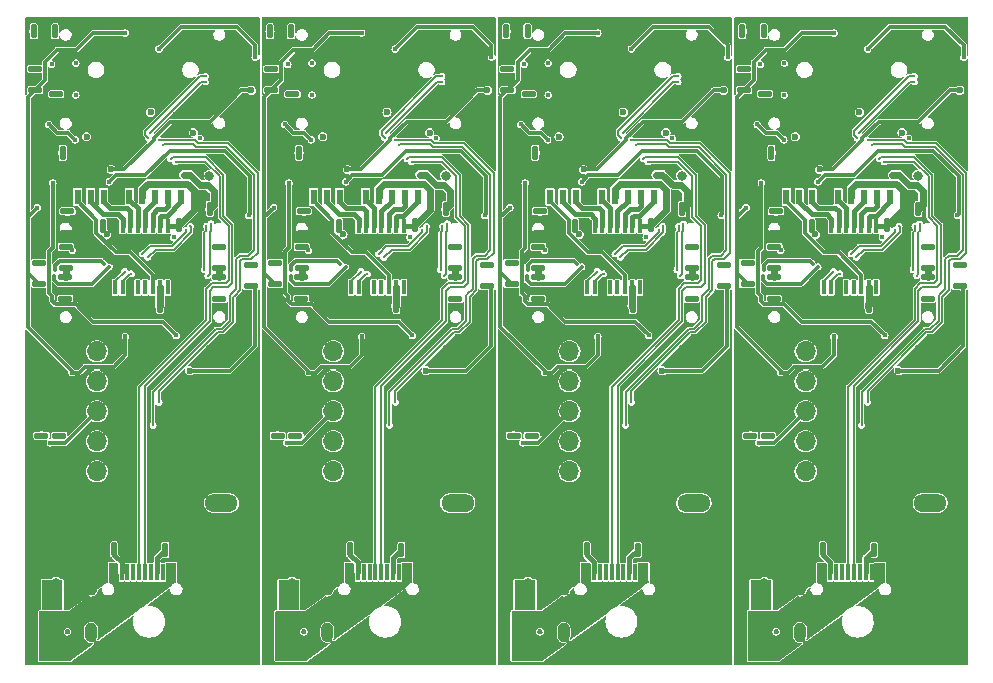
<source format=gbr>
%TF.GenerationSoftware,KiCad,Pcbnew,(6.0.7)*%
%TF.CreationDate,2023-08-28T04:04:33+08:00*%
%TF.ProjectId,USB_Hub_Panelization,5553425f-4875-4625-9f50-616e656c697a,rev?*%
%TF.SameCoordinates,Original*%
%TF.FileFunction,Copper,L4,Bot*%
%TF.FilePolarity,Positive*%
%FSLAX46Y46*%
G04 Gerber Fmt 4.6, Leading zero omitted, Abs format (unit mm)*
G04 Created by KiCad (PCBNEW (6.0.7)) date 2023-08-28 04:04:33*
%MOMM*%
%LPD*%
G01*
G04 APERTURE LIST*
G04 Aperture macros list*
%AMRoundRect*
0 Rectangle with rounded corners*
0 $1 Rounding radius*
0 $2 $3 $4 $5 $6 $7 $8 $9 X,Y pos of 4 corners*
0 Add a 4 corners polygon primitive as box body*
4,1,4,$2,$3,$4,$5,$6,$7,$8,$9,$2,$3,0*
0 Add four circle primitives for the rounded corners*
1,1,$1+$1,$2,$3*
1,1,$1+$1,$4,$5*
1,1,$1+$1,$6,$7*
1,1,$1+$1,$8,$9*
0 Add four rect primitives between the rounded corners*
20,1,$1+$1,$2,$3,$4,$5,0*
20,1,$1+$1,$4,$5,$6,$7,0*
20,1,$1+$1,$6,$7,$8,$9,0*
20,1,$1+$1,$8,$9,$2,$3,0*%
G04 Aperture macros list end*
%TA.AperFunction,SMDPad,CuDef*%
%ADD10RoundRect,0.125000X0.475000X-0.125000X0.475000X0.125000X-0.475000X0.125000X-0.475000X-0.125000X0*%
%TD*%
%TA.AperFunction,SMDPad,CuDef*%
%ADD11RoundRect,0.121951X0.478049X-0.128049X0.478049X0.128049X-0.478049X0.128049X-0.478049X-0.128049X0*%
%TD*%
%TA.AperFunction,ComponentPad*%
%ADD12O,1.700000X1.700000*%
%TD*%
%TA.AperFunction,ComponentPad*%
%ADD13R,1.700000X1.700000*%
%TD*%
%TA.AperFunction,SMDPad,CuDef*%
%ADD14RoundRect,0.121951X-0.128049X-0.478049X0.128049X-0.478049X0.128049X0.478049X-0.128049X0.478049X0*%
%TD*%
%TA.AperFunction,SMDPad,CuDef*%
%ADD15R,1.800000X2.500000*%
%TD*%
%TA.AperFunction,ComponentPad*%
%ADD16O,1.200000X1.500000*%
%TD*%
%TA.AperFunction,SMDPad,CuDef*%
%ADD17RoundRect,0.121951X-0.478049X0.128049X-0.478049X-0.128049X0.478049X-0.128049X0.478049X0.128049X0*%
%TD*%
%TA.AperFunction,ComponentPad*%
%ADD18O,2.800000X1.500000*%
%TD*%
%TA.AperFunction,SMDPad,CuDef*%
%ADD19RoundRect,0.125000X0.125000X0.475000X-0.125000X0.475000X-0.125000X-0.475000X0.125000X-0.475000X0*%
%TD*%
%TA.AperFunction,SMDPad,CuDef*%
%ADD20RoundRect,0.125000X-0.125000X-0.475000X0.125000X-0.475000X0.125000X0.475000X-0.125000X0.475000X0*%
%TD*%
%TA.AperFunction,SMDPad,CuDef*%
%ADD21RoundRect,0.121951X0.128049X0.478049X-0.128049X0.478049X-0.128049X-0.478049X0.128049X-0.478049X0*%
%TD*%
%TA.AperFunction,ComponentPad*%
%ADD22O,1.000000X2.100000*%
%TD*%
%TA.AperFunction,ComponentPad*%
%ADD23O,1.000000X1.600000*%
%TD*%
%TA.AperFunction,SMDPad,CuDef*%
%ADD24R,0.600000X1.450000*%
%TD*%
%TA.AperFunction,SMDPad,CuDef*%
%ADD25R,0.300000X1.450000*%
%TD*%
%TA.AperFunction,SMDPad,CuDef*%
%ADD26RoundRect,0.125000X-0.475000X0.125000X-0.475000X-0.125000X0.475000X-0.125000X0.475000X0.125000X0*%
%TD*%
%TA.AperFunction,SMDPad,CuDef*%
%ADD27R,0.400000X1.200000*%
%TD*%
%TA.AperFunction,SMDPad,CuDef*%
%ADD28R,1.200000X1.400000*%
%TD*%
%TA.AperFunction,SMDPad,CuDef*%
%ADD29R,1.200000X2.000000*%
%TD*%
%TA.AperFunction,SMDPad,CuDef*%
%ADD30R,0.600000X1.300000*%
%TD*%
%TA.AperFunction,ViaPad*%
%ADD31C,0.400000*%
%TD*%
%TA.AperFunction,ViaPad*%
%ADD32C,0.300000*%
%TD*%
%TA.AperFunction,ViaPad*%
%ADD33C,0.800000*%
%TD*%
%TA.AperFunction,ViaPad*%
%ADD34C,0.600000*%
%TD*%
%TA.AperFunction,ViaPad*%
%ADD35C,1.600000*%
%TD*%
%TA.AperFunction,Conductor*%
%ADD36C,0.300000*%
%TD*%
%TA.AperFunction,Conductor*%
%ADD37C,0.400000*%
%TD*%
%TA.AperFunction,Conductor*%
%ADD38C,0.600000*%
%TD*%
%TA.AperFunction,Conductor*%
%ADD39C,0.200000*%
%TD*%
G04 APERTURE END LIST*
D10*
%TO.P,C12,2*%
%TO.N,GND*%
X140448788Y-97112124D03*
%TO.P,C12,1*%
%TO.N,+5V*%
X140448788Y-98912124D03*
%TD*%
D11*
%TO.P,R10,2*%
%TO.N,Net-(D5-Pad2)*%
X140248788Y-84262124D03*
%TO.P,R10,1*%
%TO.N,/DRV*%
X140248788Y-86062124D03*
%TD*%
D12*
%TO.P,J3,6,Pin_6*%
%TO.N,+5V*%
X145148788Y-91762124D03*
%TO.P,J3,5,Pin_5*%
%TO.N,+3.3V*%
X145148788Y-94302124D03*
%TO.P,J3,4,Pin_4*%
%TO.N,Net-(J3-Pad4)*%
X145148788Y-96842124D03*
%TO.P,J3,3,Pin_3*%
%TO.N,Net-(J3-Pad3)*%
X145148788Y-99382124D03*
%TO.P,J3,2,Pin_2*%
%TO.N,Net-(C6-Pad2)*%
X145148788Y-101922124D03*
D13*
%TO.P,J3,1,Pin_1*%
%TO.N,GND*%
X145148788Y-104462124D03*
%TD*%
D14*
%TO.P,R1,2*%
%TO.N,Net-(P1-PadA5)*%
X141598788Y-64662124D03*
%TO.P,R1,1*%
%TO.N,+5V*%
X139798788Y-64662124D03*
%TD*%
D11*
%TO.P,R6,2*%
%TO.N,Net-(P3-PadB5)*%
X142498788Y-82912124D03*
%TO.P,R6,1*%
%TO.N,+5V*%
X142498788Y-84712124D03*
%TD*%
D15*
%TO.P,D1,2,A*%
%TO.N,Net-(D1-Pad2)*%
X141373788Y-116412124D03*
%TO.P,D1,1,K*%
%TO.N,+5V*%
X141373788Y-112412124D03*
%TD*%
D10*
%TO.P,C8,2*%
%TO.N,GND*%
X141948788Y-97112124D03*
%TO.P,C8,1*%
%TO.N,+3.3V*%
X141948788Y-98912124D03*
%TD*%
D16*
%TO.P,P1,S1,SHIELD*%
%TO.N,GND*%
X144648788Y-71112124D03*
X140348788Y-66312124D03*
X144648788Y-66312124D03*
X140348788Y-71112124D03*
%TD*%
D17*
%TO.P,R14,2*%
%TO.N,Net-(P4-PadA5)*%
X155498788Y-87312124D03*
%TO.P,R14,1*%
%TO.N,+5V*%
X155498788Y-85512124D03*
%TD*%
D18*
%TO.P,J2,6*%
%TO.N,N/C*%
X155689288Y-104612124D03*
%TO.P,J2,5,Shield*%
%TO.N,GND*%
X155689288Y-91812124D03*
%TD*%
D19*
%TO.P,C16,2*%
%TO.N,GND*%
X148698788Y-87912124D03*
%TO.P,C16,1*%
%TO.N,+5V*%
X150498788Y-87912124D03*
%TD*%
D20*
%TO.P,C14,2*%
%TO.N,GND*%
X153848788Y-81062124D03*
%TO.P,C14,1*%
%TO.N,/SD_Power*%
X152048788Y-81062124D03*
%TD*%
D16*
%TO.P,P5,S1,SHIELD*%
%TO.N,GND*%
X153348788Y-66312124D03*
X157648788Y-71112124D03*
X153348788Y-71112124D03*
X157648788Y-66312124D03*
%TD*%
D21*
%TO.P,R3,2*%
%TO.N,GND*%
X144798788Y-108537124D03*
%TO.P,R3,1*%
%TO.N,Net-(P2-PadB5)*%
X146598788Y-108537124D03*
%TD*%
D22*
%TO.P,P2,S1,SHIELD*%
%TO.N,GND*%
X153293788Y-111382124D03*
X144653788Y-111382124D03*
D23*
X153293788Y-115562124D03*
X144653788Y-115562124D03*
D24*
%TO.P,P2,B12,GND*%
X152223788Y-110467124D03*
%TO.P,P2,B9,VBUS*%
%TO.N,Net-(D1-Pad2)*%
X151423788Y-110467124D03*
D25*
%TO.P,P2,B8*%
%TO.N,N/C*%
X150723788Y-110467124D03*
%TO.P,P2,B7*%
X149723788Y-110467124D03*
%TO.P,P2,B6*%
X148223788Y-110467124D03*
%TO.P,P2,B5,VCONN*%
%TO.N,Net-(P2-PadB5)*%
X147223788Y-110467124D03*
D24*
%TO.P,P2,B4,VBUS*%
%TO.N,Net-(D1-Pad2)*%
X146523788Y-110467124D03*
%TO.P,P2,B1,GND*%
%TO.N,GND*%
X145723788Y-110467124D03*
%TO.P,P2,A12,GND*%
X145723788Y-110467124D03*
%TO.P,P2,A9,VBUS*%
%TO.N,Net-(D1-Pad2)*%
X146523788Y-110467124D03*
D25*
%TO.P,P2,A8*%
%TO.N,N/C*%
X147723788Y-110467124D03*
%TO.P,P2,A7,D-*%
%TO.N,/IN_D-*%
X148723788Y-110467124D03*
%TO.P,P2,A6,D+*%
%TO.N,/IN_D+*%
X149223788Y-110467124D03*
%TO.P,P2,A5,CC*%
%TO.N,Net-(P2-PadA5)*%
X150223788Y-110467124D03*
D24*
%TO.P,P2,A4,VBUS*%
%TO.N,Net-(D1-Pad2)*%
X151423788Y-110467124D03*
%TO.P,P2,A1,GND*%
%TO.N,GND*%
X152223788Y-110467124D03*
%TD*%
D14*
%TO.P,R4,2*%
%TO.N,GND*%
X152723788Y-108562124D03*
%TO.P,R4,1*%
%TO.N,Net-(P2-PadA5)*%
X150923788Y-108562124D03*
%TD*%
D11*
%TO.P,R13,2*%
%TO.N,Net-(D8-Pad2)*%
X139898788Y-67862124D03*
%TO.P,R13,1*%
%TO.N,/DRV*%
X139898788Y-69662124D03*
%TD*%
D17*
%TO.P,R5,2*%
%TO.N,Net-(P3-PadA5)*%
X142448788Y-87312124D03*
%TO.P,R5,1*%
%TO.N,+5V*%
X142448788Y-85512124D03*
%TD*%
D19*
%TO.P,C13,2*%
%TO.N,GND*%
X143848788Y-81162124D03*
%TO.P,C13,1*%
%TO.N,+3.3V*%
X145648788Y-81162124D03*
%TD*%
D26*
%TO.P,C2,2*%
%TO.N,GND*%
X141698788Y-71787124D03*
%TO.P,C2,1*%
%TO.N,+5V*%
X141698788Y-69987124D03*
%TD*%
D20*
%TO.P,C20,2*%
%TO.N,/VBUSM*%
X142248788Y-74962124D03*
%TO.P,C20,1*%
%TO.N,GND*%
X140448788Y-74962124D03*
%TD*%
D27*
%TO.P,U2,16,DM*%
%TO.N,/OUT2_D-*%
X146676288Y-86362124D03*
%TO.P,U2,15,DP*%
%TO.N,/OUT2_D+*%
X147311288Y-86362124D03*
%TO.P,U2,14,VSS*%
%TO.N,GND*%
X147946288Y-86362124D03*
%TO.P,U2,13,VDDA*%
%TO.N,unconnected-(U2-Pad13)*%
X148581288Y-86362124D03*
%TO.P,U2,12,LED*%
%TO.N,unconnected-(U2-Pad12)*%
X149216288Y-86362124D03*
%TO.P,U2,11,GPIO*%
%TO.N,/CD*%
X149851288Y-86362124D03*
%TO.P,U2,10,5V*%
%TO.N,+5V*%
X150486288Y-86362124D03*
%TO.P,U2,9,VDD*%
%TO.N,unconnected-(U2-Pad9)*%
X151121288Y-86362124D03*
%TO.P,U2,8,PMOS*%
%TO.N,/SD_Power*%
X151121288Y-81162124D03*
%TO.P,U2,7,D2*%
%TO.N,/D2*%
X150486288Y-81162124D03*
%TO.P,U2,6,D3*%
%TO.N,/D3*%
X149851288Y-81162124D03*
%TO.P,U2,5,CMD*%
%TO.N,/CMD*%
X149216288Y-81162124D03*
%TO.P,U2,4,CLK*%
%TO.N,/CLK*%
X148581288Y-81162124D03*
%TO.P,U2,3,D0*%
%TO.N,/D0*%
X147946288Y-81162124D03*
%TO.P,U2,2,D1*%
%TO.N,/D1*%
X147311288Y-81162124D03*
%TO.P,U2,1,VSS*%
%TO.N,GND*%
X146676288Y-81162124D03*
%TD*%
D20*
%TO.P,C17,2*%
%TO.N,GND*%
X156498788Y-79712124D03*
%TO.P,C17,1*%
%TO.N,+3.3V*%
X154698788Y-79712124D03*
%TD*%
D10*
%TO.P,C10,2*%
%TO.N,+1V8*%
X142648788Y-79912124D03*
%TO.P,C10,1*%
%TO.N,GND*%
X142648788Y-81712124D03*
%TD*%
D11*
%TO.P,R15,2*%
%TO.N,Net-(P4-PadB5)*%
X155498788Y-82912124D03*
%TO.P,R15,1*%
%TO.N,+5V*%
X155498788Y-84712124D03*
%TD*%
D16*
%TO.P,P3,S1,SHIELD*%
%TO.N,GND*%
X144648788Y-87512124D03*
X140348788Y-87512124D03*
X140348788Y-82712124D03*
X144648788Y-82712124D03*
%TD*%
%TO.P,P4,S1,SHIELD*%
%TO.N,GND*%
X157648788Y-87512124D03*
X157648788Y-82712124D03*
X153348788Y-87512124D03*
X153348788Y-82712124D03*
%TD*%
D11*
%TO.P,R7,2*%
%TO.N,Net-(D2-Pad2)*%
X158198788Y-84462124D03*
%TO.P,R7,1*%
%TO.N,/DRV*%
X158198788Y-86262124D03*
%TD*%
D28*
%TO.P,Card1,13,GND*%
%TO.N,GND*%
X157079788Y-77838124D03*
D29*
%TO.P,Card1,12,GND*%
X157758788Y-68136124D03*
%TO.P,Card1,11,GND*%
X142238788Y-68136124D03*
D28*
%TO.P,Card1,10,GND*%
X142399788Y-77838124D03*
D30*
%TO.P,Card1,9,CD*%
%TO.N,/CD*%
X143499788Y-78688124D03*
%TO.P,Card1,8,DAT1(RSV)*%
%TO.N,/D1*%
X144599788Y-78688124D03*
%TO.P,Card1,7,DAT0(D0)*%
%TO.N,/D0*%
X145699788Y-78688124D03*
%TO.P,Card1,6,VSS*%
%TO.N,GND*%
X146799788Y-78688124D03*
%TO.P,Card1,5,CLK(SCLK)*%
%TO.N,/CLK*%
X147899788Y-78688124D03*
%TO.P,Card1,4,VDD*%
%TO.N,/SD_Power*%
X148999788Y-78688124D03*
%TO.P,Card1,3,CMD(DI)*%
%TO.N,/CMD*%
X150099788Y-78688124D03*
%TO.P,Card1,2,CDDAT3(CS)*%
%TO.N,/D3*%
X151199788Y-78688124D03*
%TO.P,Card1,1,DAT2(RSV)*%
%TO.N,/D2*%
X152299788Y-78688124D03*
%TD*%
D10*
%TO.P,C12,2*%
%TO.N,GND*%
X120448788Y-97112124D03*
%TO.P,C12,1*%
%TO.N,+5V*%
X120448788Y-98912124D03*
%TD*%
D17*
%TO.P,R5,2*%
%TO.N,Net-(P3-PadA5)*%
X122448788Y-87312124D03*
%TO.P,R5,1*%
%TO.N,+5V*%
X122448788Y-85512124D03*
%TD*%
D20*
%TO.P,C17,2*%
%TO.N,GND*%
X136498788Y-79712124D03*
%TO.P,C17,1*%
%TO.N,+3.3V*%
X134698788Y-79712124D03*
%TD*%
D12*
%TO.P,J3,6,Pin_6*%
%TO.N,+5V*%
X125148788Y-91762124D03*
%TO.P,J3,5,Pin_5*%
%TO.N,+3.3V*%
X125148788Y-94302124D03*
%TO.P,J3,4,Pin_4*%
%TO.N,Net-(J3-Pad4)*%
X125148788Y-96842124D03*
%TO.P,J3,3,Pin_3*%
%TO.N,Net-(J3-Pad3)*%
X125148788Y-99382124D03*
%TO.P,J3,2,Pin_2*%
%TO.N,Net-(C6-Pad2)*%
X125148788Y-101922124D03*
D13*
%TO.P,J3,1,Pin_1*%
%TO.N,GND*%
X125148788Y-104462124D03*
%TD*%
D14*
%TO.P,R1,2*%
%TO.N,Net-(P1-PadA5)*%
X121598788Y-64662124D03*
%TO.P,R1,1*%
%TO.N,+5V*%
X119798788Y-64662124D03*
%TD*%
D10*
%TO.P,C8,2*%
%TO.N,GND*%
X121948788Y-97112124D03*
%TO.P,C8,1*%
%TO.N,+3.3V*%
X121948788Y-98912124D03*
%TD*%
D14*
%TO.P,R4,2*%
%TO.N,GND*%
X132723788Y-108562124D03*
%TO.P,R4,1*%
%TO.N,Net-(P2-PadA5)*%
X130923788Y-108562124D03*
%TD*%
D19*
%TO.P,C16,2*%
%TO.N,GND*%
X128698788Y-87912124D03*
%TO.P,C16,1*%
%TO.N,+5V*%
X130498788Y-87912124D03*
%TD*%
D20*
%TO.P,C14,2*%
%TO.N,GND*%
X133848788Y-81062124D03*
%TO.P,C14,1*%
%TO.N,/SD_Power*%
X132048788Y-81062124D03*
%TD*%
D17*
%TO.P,R14,2*%
%TO.N,Net-(P4-PadA5)*%
X135498788Y-87312124D03*
%TO.P,R14,1*%
%TO.N,+5V*%
X135498788Y-85512124D03*
%TD*%
D16*
%TO.P,P1,S1,SHIELD*%
%TO.N,GND*%
X124648788Y-71112124D03*
X120348788Y-66312124D03*
X124648788Y-66312124D03*
X120348788Y-71112124D03*
%TD*%
D27*
%TO.P,U2,16,DM*%
%TO.N,/OUT2_D-*%
X126676288Y-86362124D03*
%TO.P,U2,15,DP*%
%TO.N,/OUT2_D+*%
X127311288Y-86362124D03*
%TO.P,U2,14,VSS*%
%TO.N,GND*%
X127946288Y-86362124D03*
%TO.P,U2,13,VDDA*%
%TO.N,unconnected-(U2-Pad13)*%
X128581288Y-86362124D03*
%TO.P,U2,12,LED*%
%TO.N,unconnected-(U2-Pad12)*%
X129216288Y-86362124D03*
%TO.P,U2,11,GPIO*%
%TO.N,/CD*%
X129851288Y-86362124D03*
%TO.P,U2,10,5V*%
%TO.N,+5V*%
X130486288Y-86362124D03*
%TO.P,U2,9,VDD*%
%TO.N,unconnected-(U2-Pad9)*%
X131121288Y-86362124D03*
%TO.P,U2,8,PMOS*%
%TO.N,/SD_Power*%
X131121288Y-81162124D03*
%TO.P,U2,7,D2*%
%TO.N,/D2*%
X130486288Y-81162124D03*
%TO.P,U2,6,D3*%
%TO.N,/D3*%
X129851288Y-81162124D03*
%TO.P,U2,5,CMD*%
%TO.N,/CMD*%
X129216288Y-81162124D03*
%TO.P,U2,4,CLK*%
%TO.N,/CLK*%
X128581288Y-81162124D03*
%TO.P,U2,3,D0*%
%TO.N,/D0*%
X127946288Y-81162124D03*
%TO.P,U2,2,D1*%
%TO.N,/D1*%
X127311288Y-81162124D03*
%TO.P,U2,1,VSS*%
%TO.N,GND*%
X126676288Y-81162124D03*
%TD*%
D21*
%TO.P,R3,2*%
%TO.N,GND*%
X124798788Y-108537124D03*
%TO.P,R3,1*%
%TO.N,Net-(P2-PadB5)*%
X126598788Y-108537124D03*
%TD*%
D11*
%TO.P,R13,2*%
%TO.N,Net-(D8-Pad2)*%
X119898788Y-67862124D03*
%TO.P,R13,1*%
%TO.N,/DRV*%
X119898788Y-69662124D03*
%TD*%
D26*
%TO.P,C2,2*%
%TO.N,GND*%
X121698788Y-71787124D03*
%TO.P,C2,1*%
%TO.N,+5V*%
X121698788Y-69987124D03*
%TD*%
D20*
%TO.P,C20,2*%
%TO.N,/VBUSM*%
X122248788Y-74962124D03*
%TO.P,C20,1*%
%TO.N,GND*%
X120448788Y-74962124D03*
%TD*%
D19*
%TO.P,C13,2*%
%TO.N,GND*%
X123848788Y-81162124D03*
%TO.P,C13,1*%
%TO.N,+3.3V*%
X125648788Y-81162124D03*
%TD*%
D15*
%TO.P,D1,2,A*%
%TO.N,Net-(D1-Pad2)*%
X121373788Y-116412124D03*
%TO.P,D1,1,K*%
%TO.N,+5V*%
X121373788Y-112412124D03*
%TD*%
D11*
%TO.P,R6,2*%
%TO.N,Net-(P3-PadB5)*%
X122498788Y-82912124D03*
%TO.P,R6,1*%
%TO.N,+5V*%
X122498788Y-84712124D03*
%TD*%
%TO.P,R15,2*%
%TO.N,Net-(P4-PadB5)*%
X135498788Y-82912124D03*
%TO.P,R15,1*%
%TO.N,+5V*%
X135498788Y-84712124D03*
%TD*%
D28*
%TO.P,Card1,13,GND*%
%TO.N,GND*%
X137079788Y-77838124D03*
D29*
%TO.P,Card1,12,GND*%
X137758788Y-68136124D03*
%TO.P,Card1,11,GND*%
X122238788Y-68136124D03*
D28*
%TO.P,Card1,10,GND*%
X122399788Y-77838124D03*
D30*
%TO.P,Card1,9,CD*%
%TO.N,/CD*%
X123499788Y-78688124D03*
%TO.P,Card1,8,DAT1(RSV)*%
%TO.N,/D1*%
X124599788Y-78688124D03*
%TO.P,Card1,7,DAT0(D0)*%
%TO.N,/D0*%
X125699788Y-78688124D03*
%TO.P,Card1,6,VSS*%
%TO.N,GND*%
X126799788Y-78688124D03*
%TO.P,Card1,5,CLK(SCLK)*%
%TO.N,/CLK*%
X127899788Y-78688124D03*
%TO.P,Card1,4,VDD*%
%TO.N,/SD_Power*%
X128999788Y-78688124D03*
%TO.P,Card1,3,CMD(DI)*%
%TO.N,/CMD*%
X130099788Y-78688124D03*
%TO.P,Card1,2,CDDAT3(CS)*%
%TO.N,/D3*%
X131199788Y-78688124D03*
%TO.P,Card1,1,DAT2(RSV)*%
%TO.N,/D2*%
X132299788Y-78688124D03*
%TD*%
D16*
%TO.P,P3,S1,SHIELD*%
%TO.N,GND*%
X124648788Y-87512124D03*
X120348788Y-87512124D03*
X120348788Y-82712124D03*
X124648788Y-82712124D03*
%TD*%
%TO.P,P4,S1,SHIELD*%
%TO.N,GND*%
X137648788Y-87512124D03*
X137648788Y-82712124D03*
X133348788Y-87512124D03*
X133348788Y-82712124D03*
%TD*%
D11*
%TO.P,R7,2*%
%TO.N,Net-(D2-Pad2)*%
X138198788Y-84462124D03*
%TO.P,R7,1*%
%TO.N,/DRV*%
X138198788Y-86262124D03*
%TD*%
D16*
%TO.P,P5,S1,SHIELD*%
%TO.N,GND*%
X133348788Y-66312124D03*
X137648788Y-71112124D03*
X133348788Y-71112124D03*
X137648788Y-66312124D03*
%TD*%
D22*
%TO.P,P2,S1,SHIELD*%
%TO.N,GND*%
X133293788Y-111382124D03*
X124653788Y-111382124D03*
D23*
X133293788Y-115562124D03*
X124653788Y-115562124D03*
D24*
%TO.P,P2,B12,GND*%
X132223788Y-110467124D03*
%TO.P,P2,B9,VBUS*%
%TO.N,Net-(D1-Pad2)*%
X131423788Y-110467124D03*
D25*
%TO.P,P2,B8*%
%TO.N,N/C*%
X130723788Y-110467124D03*
%TO.P,P2,B7*%
X129723788Y-110467124D03*
%TO.P,P2,B6*%
X128223788Y-110467124D03*
%TO.P,P2,B5,VCONN*%
%TO.N,Net-(P2-PadB5)*%
X127223788Y-110467124D03*
D24*
%TO.P,P2,B4,VBUS*%
%TO.N,Net-(D1-Pad2)*%
X126523788Y-110467124D03*
%TO.P,P2,B1,GND*%
%TO.N,GND*%
X125723788Y-110467124D03*
%TO.P,P2,A12,GND*%
X125723788Y-110467124D03*
%TO.P,P2,A9,VBUS*%
%TO.N,Net-(D1-Pad2)*%
X126523788Y-110467124D03*
D25*
%TO.P,P2,A8*%
%TO.N,N/C*%
X127723788Y-110467124D03*
%TO.P,P2,A7,D-*%
%TO.N,/IN_D-*%
X128723788Y-110467124D03*
%TO.P,P2,A6,D+*%
%TO.N,/IN_D+*%
X129223788Y-110467124D03*
%TO.P,P2,A5,CC*%
%TO.N,Net-(P2-PadA5)*%
X130223788Y-110467124D03*
D24*
%TO.P,P2,A4,VBUS*%
%TO.N,Net-(D1-Pad2)*%
X131423788Y-110467124D03*
%TO.P,P2,A1,GND*%
%TO.N,GND*%
X132223788Y-110467124D03*
%TD*%
D18*
%TO.P,J2,6*%
%TO.N,N/C*%
X135689288Y-104612124D03*
%TO.P,J2,5,Shield*%
%TO.N,GND*%
X135689288Y-91812124D03*
%TD*%
D10*
%TO.P,C10,2*%
%TO.N,+1V8*%
X122648788Y-79912124D03*
%TO.P,C10,1*%
%TO.N,GND*%
X122648788Y-81712124D03*
%TD*%
D11*
%TO.P,R10,2*%
%TO.N,Net-(D5-Pad2)*%
X120248788Y-84262124D03*
%TO.P,R10,1*%
%TO.N,/DRV*%
X120248788Y-86062124D03*
%TD*%
D14*
%TO.P,R1,2*%
%TO.N,Net-(P1-PadA5)*%
X101598788Y-64662124D03*
%TO.P,R1,1*%
%TO.N,+5V*%
X99798788Y-64662124D03*
%TD*%
D11*
%TO.P,R6,2*%
%TO.N,Net-(P3-PadB5)*%
X102498788Y-82912124D03*
%TO.P,R6,1*%
%TO.N,+5V*%
X102498788Y-84712124D03*
%TD*%
D10*
%TO.P,C8,2*%
%TO.N,GND*%
X101948788Y-97112124D03*
%TO.P,C8,1*%
%TO.N,+3.3V*%
X101948788Y-98912124D03*
%TD*%
D22*
%TO.P,P2,S1,SHIELD*%
%TO.N,GND*%
X113293788Y-111382124D03*
X104653788Y-111382124D03*
D23*
X113293788Y-115562124D03*
X104653788Y-115562124D03*
D24*
%TO.P,P2,B12,GND*%
X112223788Y-110467124D03*
%TO.P,P2,B9,VBUS*%
%TO.N,Net-(D1-Pad2)*%
X111423788Y-110467124D03*
D25*
%TO.P,P2,B8*%
%TO.N,N/C*%
X110723788Y-110467124D03*
%TO.P,P2,B7*%
X109723788Y-110467124D03*
%TO.P,P2,B6*%
X108223788Y-110467124D03*
%TO.P,P2,B5,VCONN*%
%TO.N,Net-(P2-PadB5)*%
X107223788Y-110467124D03*
D24*
%TO.P,P2,B4,VBUS*%
%TO.N,Net-(D1-Pad2)*%
X106523788Y-110467124D03*
%TO.P,P2,B1,GND*%
%TO.N,GND*%
X105723788Y-110467124D03*
%TO.P,P2,A12,GND*%
X105723788Y-110467124D03*
%TO.P,P2,A9,VBUS*%
%TO.N,Net-(D1-Pad2)*%
X106523788Y-110467124D03*
D25*
%TO.P,P2,A8*%
%TO.N,N/C*%
X107723788Y-110467124D03*
%TO.P,P2,A7,D-*%
%TO.N,/IN_D-*%
X108723788Y-110467124D03*
%TO.P,P2,A6,D+*%
%TO.N,/IN_D+*%
X109223788Y-110467124D03*
%TO.P,P2,A5,CC*%
%TO.N,Net-(P2-PadA5)*%
X110223788Y-110467124D03*
D24*
%TO.P,P2,A4,VBUS*%
%TO.N,Net-(D1-Pad2)*%
X111423788Y-110467124D03*
%TO.P,P2,A1,GND*%
%TO.N,GND*%
X112223788Y-110467124D03*
%TD*%
D16*
%TO.P,P1,S1,SHIELD*%
%TO.N,GND*%
X104648788Y-71112124D03*
X100348788Y-66312124D03*
X104648788Y-66312124D03*
X100348788Y-71112124D03*
%TD*%
D10*
%TO.P,C10,2*%
%TO.N,+1V8*%
X102648788Y-79912124D03*
%TO.P,C10,1*%
%TO.N,GND*%
X102648788Y-81712124D03*
%TD*%
D14*
%TO.P,R4,2*%
%TO.N,GND*%
X112723788Y-108562124D03*
%TO.P,R4,1*%
%TO.N,Net-(P2-PadA5)*%
X110923788Y-108562124D03*
%TD*%
D17*
%TO.P,R14,2*%
%TO.N,Net-(P4-PadA5)*%
X115498788Y-87312124D03*
%TO.P,R14,1*%
%TO.N,+5V*%
X115498788Y-85512124D03*
%TD*%
D18*
%TO.P,J2,6*%
%TO.N,N/C*%
X115689288Y-104612124D03*
%TO.P,J2,5,Shield*%
%TO.N,GND*%
X115689288Y-91812124D03*
%TD*%
D17*
%TO.P,R5,2*%
%TO.N,Net-(P3-PadA5)*%
X102448788Y-87312124D03*
%TO.P,R5,1*%
%TO.N,+5V*%
X102448788Y-85512124D03*
%TD*%
D19*
%TO.P,C13,2*%
%TO.N,GND*%
X103848788Y-81162124D03*
%TO.P,C13,1*%
%TO.N,+3.3V*%
X105648788Y-81162124D03*
%TD*%
D27*
%TO.P,U2,16,DM*%
%TO.N,/OUT2_D-*%
X106676288Y-86362124D03*
%TO.P,U2,15,DP*%
%TO.N,/OUT2_D+*%
X107311288Y-86362124D03*
%TO.P,U2,14,VSS*%
%TO.N,GND*%
X107946288Y-86362124D03*
%TO.P,U2,13,VDDA*%
%TO.N,unconnected-(U2-Pad13)*%
X108581288Y-86362124D03*
%TO.P,U2,12,LED*%
%TO.N,unconnected-(U2-Pad12)*%
X109216288Y-86362124D03*
%TO.P,U2,11,GPIO*%
%TO.N,/CD*%
X109851288Y-86362124D03*
%TO.P,U2,10,5V*%
%TO.N,+5V*%
X110486288Y-86362124D03*
%TO.P,U2,9,VDD*%
%TO.N,unconnected-(U2-Pad9)*%
X111121288Y-86362124D03*
%TO.P,U2,8,PMOS*%
%TO.N,/SD_Power*%
X111121288Y-81162124D03*
%TO.P,U2,7,D2*%
%TO.N,/D2*%
X110486288Y-81162124D03*
%TO.P,U2,6,D3*%
%TO.N,/D3*%
X109851288Y-81162124D03*
%TO.P,U2,5,CMD*%
%TO.N,/CMD*%
X109216288Y-81162124D03*
%TO.P,U2,4,CLK*%
%TO.N,/CLK*%
X108581288Y-81162124D03*
%TO.P,U2,3,D0*%
%TO.N,/D0*%
X107946288Y-81162124D03*
%TO.P,U2,2,D1*%
%TO.N,/D1*%
X107311288Y-81162124D03*
%TO.P,U2,1,VSS*%
%TO.N,GND*%
X106676288Y-81162124D03*
%TD*%
D10*
%TO.P,C12,2*%
%TO.N,GND*%
X100448788Y-97112124D03*
%TO.P,C12,1*%
%TO.N,+5V*%
X100448788Y-98912124D03*
%TD*%
D21*
%TO.P,R3,2*%
%TO.N,GND*%
X104798788Y-108537124D03*
%TO.P,R3,1*%
%TO.N,Net-(P2-PadB5)*%
X106598788Y-108537124D03*
%TD*%
D11*
%TO.P,R13,2*%
%TO.N,Net-(D8-Pad2)*%
X99898788Y-67862124D03*
%TO.P,R13,1*%
%TO.N,/DRV*%
X99898788Y-69662124D03*
%TD*%
D16*
%TO.P,P5,S1,SHIELD*%
%TO.N,GND*%
X113348788Y-66312124D03*
X117648788Y-71112124D03*
X113348788Y-71112124D03*
X117648788Y-66312124D03*
%TD*%
D20*
%TO.P,C14,2*%
%TO.N,GND*%
X113848788Y-81062124D03*
%TO.P,C14,1*%
%TO.N,/SD_Power*%
X112048788Y-81062124D03*
%TD*%
D11*
%TO.P,R10,2*%
%TO.N,Net-(D5-Pad2)*%
X100248788Y-84262124D03*
%TO.P,R10,1*%
%TO.N,/DRV*%
X100248788Y-86062124D03*
%TD*%
D26*
%TO.P,C2,2*%
%TO.N,GND*%
X101698788Y-71787124D03*
%TO.P,C2,1*%
%TO.N,+5V*%
X101698788Y-69987124D03*
%TD*%
D20*
%TO.P,C20,2*%
%TO.N,/VBUSM*%
X102248788Y-74962124D03*
%TO.P,C20,1*%
%TO.N,GND*%
X100448788Y-74962124D03*
%TD*%
D15*
%TO.P,D1,2,A*%
%TO.N,Net-(D1-Pad2)*%
X101373788Y-116412124D03*
%TO.P,D1,1,K*%
%TO.N,+5V*%
X101373788Y-112412124D03*
%TD*%
D11*
%TO.P,R15,2*%
%TO.N,Net-(P4-PadB5)*%
X115498788Y-82912124D03*
%TO.P,R15,1*%
%TO.N,+5V*%
X115498788Y-84712124D03*
%TD*%
D28*
%TO.P,Card1,13,GND*%
%TO.N,GND*%
X117079788Y-77838124D03*
D29*
%TO.P,Card1,12,GND*%
X117758788Y-68136124D03*
%TO.P,Card1,11,GND*%
X102238788Y-68136124D03*
D28*
%TO.P,Card1,10,GND*%
X102399788Y-77838124D03*
D30*
%TO.P,Card1,9,CD*%
%TO.N,/CD*%
X103499788Y-78688124D03*
%TO.P,Card1,8,DAT1(RSV)*%
%TO.N,/D1*%
X104599788Y-78688124D03*
%TO.P,Card1,7,DAT0(D0)*%
%TO.N,/D0*%
X105699788Y-78688124D03*
%TO.P,Card1,6,VSS*%
%TO.N,GND*%
X106799788Y-78688124D03*
%TO.P,Card1,5,CLK(SCLK)*%
%TO.N,/CLK*%
X107899788Y-78688124D03*
%TO.P,Card1,4,VDD*%
%TO.N,/SD_Power*%
X108999788Y-78688124D03*
%TO.P,Card1,3,CMD(DI)*%
%TO.N,/CMD*%
X110099788Y-78688124D03*
%TO.P,Card1,2,CDDAT3(CS)*%
%TO.N,/D3*%
X111199788Y-78688124D03*
%TO.P,Card1,1,DAT2(RSV)*%
%TO.N,/D2*%
X112299788Y-78688124D03*
%TD*%
D16*
%TO.P,P3,S1,SHIELD*%
%TO.N,GND*%
X104648788Y-87512124D03*
X100348788Y-87512124D03*
X100348788Y-82712124D03*
X104648788Y-82712124D03*
%TD*%
D11*
%TO.P,R7,2*%
%TO.N,Net-(D2-Pad2)*%
X118198788Y-84462124D03*
%TO.P,R7,1*%
%TO.N,/DRV*%
X118198788Y-86262124D03*
%TD*%
D12*
%TO.P,J3,6,Pin_6*%
%TO.N,+5V*%
X105148788Y-91762124D03*
%TO.P,J3,5,Pin_5*%
%TO.N,+3.3V*%
X105148788Y-94302124D03*
%TO.P,J3,4,Pin_4*%
%TO.N,Net-(J3-Pad4)*%
X105148788Y-96842124D03*
%TO.P,J3,3,Pin_3*%
%TO.N,Net-(J3-Pad3)*%
X105148788Y-99382124D03*
%TO.P,J3,2,Pin_2*%
%TO.N,Net-(C6-Pad2)*%
X105148788Y-101922124D03*
D13*
%TO.P,J3,1,Pin_1*%
%TO.N,GND*%
X105148788Y-104462124D03*
%TD*%
D19*
%TO.P,C16,2*%
%TO.N,GND*%
X108698788Y-87912124D03*
%TO.P,C16,1*%
%TO.N,+5V*%
X110498788Y-87912124D03*
%TD*%
D16*
%TO.P,P4,S1,SHIELD*%
%TO.N,GND*%
X117648788Y-87512124D03*
X117648788Y-82712124D03*
X113348788Y-87512124D03*
X113348788Y-82712124D03*
%TD*%
D20*
%TO.P,C17,2*%
%TO.N,GND*%
X116498788Y-79712124D03*
%TO.P,C17,1*%
%TO.N,+3.3V*%
X114698788Y-79712124D03*
%TD*%
D16*
%TO.P,P5,S1,SHIELD*%
%TO.N,GND*%
X93348788Y-66312124D03*
X97648788Y-71112124D03*
X93348788Y-71112124D03*
X97648788Y-66312124D03*
%TD*%
D18*
%TO.P,J2,6*%
%TO.N,N/C*%
X95689288Y-104612124D03*
%TO.P,J2,5,Shield*%
%TO.N,GND*%
X95689288Y-91812124D03*
%TD*%
D16*
%TO.P,P4,S1,SHIELD*%
%TO.N,GND*%
X97648788Y-87512124D03*
X97648788Y-82712124D03*
X93348788Y-87512124D03*
X93348788Y-82712124D03*
%TD*%
%TO.P,P3,S1,SHIELD*%
%TO.N,GND*%
X84648788Y-87512124D03*
X80348788Y-87512124D03*
X80348788Y-82712124D03*
X84648788Y-82712124D03*
%TD*%
%TO.P,P1,S1,SHIELD*%
%TO.N,GND*%
X84648788Y-71112124D03*
X80348788Y-66312124D03*
X84648788Y-66312124D03*
X80348788Y-71112124D03*
%TD*%
D14*
%TO.P,R1,2*%
%TO.N,Net-(P1-PadA5)*%
X81598788Y-64662124D03*
%TO.P,R1,1*%
%TO.N,+5V*%
X79798788Y-64662124D03*
%TD*%
D12*
%TO.P,J3,6,Pin_6*%
%TO.N,+5V*%
X85148788Y-91762124D03*
%TO.P,J3,5,Pin_5*%
%TO.N,+3.3V*%
X85148788Y-94302124D03*
%TO.P,J3,4,Pin_4*%
%TO.N,Net-(J3-Pad4)*%
X85148788Y-96842124D03*
%TO.P,J3,3,Pin_3*%
%TO.N,Net-(J3-Pad3)*%
X85148788Y-99382124D03*
%TO.P,J3,2,Pin_2*%
%TO.N,Net-(C6-Pad2)*%
X85148788Y-101922124D03*
D13*
%TO.P,J3,1,Pin_1*%
%TO.N,GND*%
X85148788Y-104462124D03*
%TD*%
D11*
%TO.P,R13,2*%
%TO.N,Net-(D8-Pad2)*%
X79898788Y-67862124D03*
%TO.P,R13,1*%
%TO.N,/DRV*%
X79898788Y-69662124D03*
%TD*%
D28*
%TO.P,Card1,13,GND*%
%TO.N,GND*%
X97079788Y-77838124D03*
D29*
%TO.P,Card1,12,GND*%
X97758788Y-68136124D03*
%TO.P,Card1,11,GND*%
X82238788Y-68136124D03*
D28*
%TO.P,Card1,10,GND*%
X82399788Y-77838124D03*
D30*
%TO.P,Card1,9,CD*%
%TO.N,/CD*%
X83499788Y-78688124D03*
%TO.P,Card1,8,DAT1(RSV)*%
%TO.N,/D1*%
X84599788Y-78688124D03*
%TO.P,Card1,7,DAT0(D0)*%
%TO.N,/D0*%
X85699788Y-78688124D03*
%TO.P,Card1,6,VSS*%
%TO.N,GND*%
X86799788Y-78688124D03*
%TO.P,Card1,5,CLK(SCLK)*%
%TO.N,/CLK*%
X87899788Y-78688124D03*
%TO.P,Card1,4,VDD*%
%TO.N,/SD_Power*%
X88999788Y-78688124D03*
%TO.P,Card1,3,CMD(DI)*%
%TO.N,/CMD*%
X90099788Y-78688124D03*
%TO.P,Card1,2,CDDAT3(CS)*%
%TO.N,/D3*%
X91199788Y-78688124D03*
%TO.P,Card1,1,DAT2(RSV)*%
%TO.N,/D2*%
X92299788Y-78688124D03*
%TD*%
D19*
%TO.P,C16,2*%
%TO.N,GND*%
X88698788Y-87912124D03*
%TO.P,C16,1*%
%TO.N,+5V*%
X90498788Y-87912124D03*
%TD*%
D22*
%TO.P,P2,S1,SHIELD*%
%TO.N,GND*%
X93293788Y-111382124D03*
X84653788Y-111382124D03*
D23*
X93293788Y-115562124D03*
X84653788Y-115562124D03*
D24*
%TO.P,P2,B12,GND*%
X92223788Y-110467124D03*
%TO.P,P2,B9,VBUS*%
%TO.N,Net-(D1-Pad2)*%
X91423788Y-110467124D03*
D25*
%TO.P,P2,B8*%
%TO.N,N/C*%
X90723788Y-110467124D03*
%TO.P,P2,B7*%
X89723788Y-110467124D03*
%TO.P,P2,B6*%
X88223788Y-110467124D03*
%TO.P,P2,B5,VCONN*%
%TO.N,Net-(P2-PadB5)*%
X87223788Y-110467124D03*
D24*
%TO.P,P2,B4,VBUS*%
%TO.N,Net-(D1-Pad2)*%
X86523788Y-110467124D03*
%TO.P,P2,B1,GND*%
%TO.N,GND*%
X85723788Y-110467124D03*
%TO.P,P2,A12,GND*%
X85723788Y-110467124D03*
%TO.P,P2,A9,VBUS*%
%TO.N,Net-(D1-Pad2)*%
X86523788Y-110467124D03*
D25*
%TO.P,P2,A8*%
%TO.N,N/C*%
X87723788Y-110467124D03*
%TO.P,P2,A7,D-*%
%TO.N,/IN_D-*%
X88723788Y-110467124D03*
%TO.P,P2,A6,D+*%
%TO.N,/IN_D+*%
X89223788Y-110467124D03*
%TO.P,P2,A5,CC*%
%TO.N,Net-(P2-PadA5)*%
X90223788Y-110467124D03*
D24*
%TO.P,P2,A4,VBUS*%
%TO.N,Net-(D1-Pad2)*%
X91423788Y-110467124D03*
%TO.P,P2,A1,GND*%
%TO.N,GND*%
X92223788Y-110467124D03*
%TD*%
D17*
%TO.P,R5,2*%
%TO.N,Net-(P3-PadA5)*%
X82448788Y-87312124D03*
%TO.P,R5,1*%
%TO.N,+5V*%
X82448788Y-85512124D03*
%TD*%
D11*
%TO.P,R7,2*%
%TO.N,Net-(D2-Pad2)*%
X98198788Y-84462124D03*
%TO.P,R7,1*%
%TO.N,/DRV*%
X98198788Y-86262124D03*
%TD*%
D17*
%TO.P,R14,2*%
%TO.N,Net-(P4-PadA5)*%
X95498788Y-87312124D03*
%TO.P,R14,1*%
%TO.N,+5V*%
X95498788Y-85512124D03*
%TD*%
D10*
%TO.P,C12,2*%
%TO.N,GND*%
X80448788Y-97112124D03*
%TO.P,C12,1*%
%TO.N,+5V*%
X80448788Y-98912124D03*
%TD*%
D11*
%TO.P,R10,2*%
%TO.N,Net-(D5-Pad2)*%
X80248788Y-84262124D03*
%TO.P,R10,1*%
%TO.N,/DRV*%
X80248788Y-86062124D03*
%TD*%
D20*
%TO.P,C14,2*%
%TO.N,GND*%
X93848788Y-81062124D03*
%TO.P,C14,1*%
%TO.N,/SD_Power*%
X92048788Y-81062124D03*
%TD*%
D10*
%TO.P,C8,2*%
%TO.N,GND*%
X81948788Y-97112124D03*
%TO.P,C8,1*%
%TO.N,+3.3V*%
X81948788Y-98912124D03*
%TD*%
D26*
%TO.P,C2,2*%
%TO.N,GND*%
X81698788Y-71787124D03*
%TO.P,C2,1*%
%TO.N,+5V*%
X81698788Y-69987124D03*
%TD*%
D20*
%TO.P,C17,2*%
%TO.N,GND*%
X96498788Y-79712124D03*
%TO.P,C17,1*%
%TO.N,+3.3V*%
X94698788Y-79712124D03*
%TD*%
D15*
%TO.P,D1,2,A*%
%TO.N,Net-(D1-Pad2)*%
X81373788Y-116412124D03*
%TO.P,D1,1,K*%
%TO.N,+5V*%
X81373788Y-112412124D03*
%TD*%
D27*
%TO.P,U2,16,DM*%
%TO.N,/OUT2_D-*%
X86676288Y-86362124D03*
%TO.P,U2,15,DP*%
%TO.N,/OUT2_D+*%
X87311288Y-86362124D03*
%TO.P,U2,14,VSS*%
%TO.N,GND*%
X87946288Y-86362124D03*
%TO.P,U2,13,VDDA*%
%TO.N,unconnected-(U2-Pad13)*%
X88581288Y-86362124D03*
%TO.P,U2,12,LED*%
%TO.N,unconnected-(U2-Pad12)*%
X89216288Y-86362124D03*
%TO.P,U2,11,GPIO*%
%TO.N,/CD*%
X89851288Y-86362124D03*
%TO.P,U2,10,5V*%
%TO.N,+5V*%
X90486288Y-86362124D03*
%TO.P,U2,9,VDD*%
%TO.N,unconnected-(U2-Pad9)*%
X91121288Y-86362124D03*
%TO.P,U2,8,PMOS*%
%TO.N,/SD_Power*%
X91121288Y-81162124D03*
%TO.P,U2,7,D2*%
%TO.N,/D2*%
X90486288Y-81162124D03*
%TO.P,U2,6,D3*%
%TO.N,/D3*%
X89851288Y-81162124D03*
%TO.P,U2,5,CMD*%
%TO.N,/CMD*%
X89216288Y-81162124D03*
%TO.P,U2,4,CLK*%
%TO.N,/CLK*%
X88581288Y-81162124D03*
%TO.P,U2,3,D0*%
%TO.N,/D0*%
X87946288Y-81162124D03*
%TO.P,U2,2,D1*%
%TO.N,/D1*%
X87311288Y-81162124D03*
%TO.P,U2,1,VSS*%
%TO.N,GND*%
X86676288Y-81162124D03*
%TD*%
D20*
%TO.P,C20,2*%
%TO.N,/VBUSM*%
X82248788Y-74962124D03*
%TO.P,C20,1*%
%TO.N,GND*%
X80448788Y-74962124D03*
%TD*%
D21*
%TO.P,R3,2*%
%TO.N,GND*%
X84798788Y-108537124D03*
%TO.P,R3,1*%
%TO.N,Net-(P2-PadB5)*%
X86598788Y-108537124D03*
%TD*%
D14*
%TO.P,R4,2*%
%TO.N,GND*%
X92723788Y-108562124D03*
%TO.P,R4,1*%
%TO.N,Net-(P2-PadA5)*%
X90923788Y-108562124D03*
%TD*%
D11*
%TO.P,R6,2*%
%TO.N,Net-(P3-PadB5)*%
X82498788Y-82912124D03*
%TO.P,R6,1*%
%TO.N,+5V*%
X82498788Y-84712124D03*
%TD*%
%TO.P,R15,2*%
%TO.N,Net-(P4-PadB5)*%
X95498788Y-82912124D03*
%TO.P,R15,1*%
%TO.N,+5V*%
X95498788Y-84712124D03*
%TD*%
D19*
%TO.P,C13,2*%
%TO.N,GND*%
X83848788Y-81162124D03*
%TO.P,C13,1*%
%TO.N,+3.3V*%
X85648788Y-81162124D03*
%TD*%
D10*
%TO.P,C10,2*%
%TO.N,+1V8*%
X82648788Y-79912124D03*
%TO.P,C10,1*%
%TO.N,GND*%
X82648788Y-81712124D03*
%TD*%
D31*
%TO.N,Net-(D2-Pad2)*%
X158198788Y-84462124D03*
D32*
%TO.N,/OUT6_D-*%
X149504559Y-73703332D03*
D31*
%TO.N,Net-(P3-PadA5)*%
X142448788Y-87312124D03*
D32*
%TO.N,/OUT1_D+*%
X154801988Y-80962158D03*
%TO.N,/IN_D+*%
X151398788Y-75462124D03*
D31*
%TO.N,/DRV*%
X147548788Y-90512124D03*
D33*
%TO.N,+1V8*%
X154662392Y-76889064D03*
D32*
%TO.N,/OUT2_D-*%
X148998788Y-83512124D03*
D31*
%TO.N,Net-(P1-PadA5)*%
X141598788Y-64712124D03*
%TO.N,/LED1*%
X157998788Y-80262124D03*
D32*
%TO.N,/OUT2_D+*%
X149448788Y-83812124D03*
X153048788Y-81162124D03*
D31*
%TO.N,/DRV*%
X140098788Y-79612124D03*
D32*
%TO.N,/OUT5_D-*%
X150748788Y-74312124D03*
%TO.N,/OUT2_D-*%
X147498788Y-85012124D03*
X152698788Y-81512124D03*
%TO.N,/OUT5_D+*%
X150398788Y-96062124D03*
%TO.N,/OUT1_D+*%
X154548788Y-85362124D03*
%TO.N,/OUT6_D+*%
X149648788Y-73262124D03*
D31*
%TO.N,Net-(D7-Pad2)*%
X150398788Y-66162124D03*
%TO.N,Net-(D8-Pad2)*%
X139898788Y-67862124D03*
%TO.N,Net-(D5-Pad2)*%
X139948788Y-84262124D03*
%TO.N,/LED1*%
X146198788Y-77412124D03*
%TO.N,/LED5*%
X151848788Y-90412124D03*
D34*
%TO.N,/LED6*%
X146348788Y-76362124D03*
D31*
%TO.N,Net-(P4-PadA5)*%
X155498788Y-87312124D03*
%TO.N,Net-(D7-Pad2)*%
X158548788Y-66862124D03*
D32*
%TO.N,/OUT4_D+*%
X146198788Y-84612124D03*
%TO.N,/OUT6_D+*%
X154348788Y-68962124D03*
%TO.N,/OUT2_D+*%
X148048788Y-85212124D03*
%TO.N,/OUT4_D-*%
X145748788Y-84362124D03*
D34*
%TO.N,/DRV*%
X152998788Y-93412124D03*
D32*
%TO.N,/OUT1_D-*%
X154398788Y-81162124D03*
D31*
%TO.N,/LED7*%
X141048788Y-72562124D03*
%TO.N,/DRV*%
X147548788Y-64812124D03*
D34*
%TO.N,/VBUSM*%
X142248788Y-74962124D03*
D31*
%TO.N,/LED5*%
X141398788Y-77512124D03*
D32*
%TO.N,/IN_D-*%
X151798788Y-75712124D03*
D31*
%TO.N,Net-(J3-Pad4)*%
X141198788Y-99512124D03*
%TO.N,+1V8*%
X153862392Y-73748520D03*
D34*
%TO.N,+5V*%
X150448788Y-87912124D03*
D31*
X142498788Y-85112124D03*
D34*
%TO.N,GND*%
X141198788Y-97112124D03*
D31*
X156698788Y-115162124D03*
X145948788Y-87062124D03*
X148498788Y-77412124D03*
D34*
%TO.N,+1V8*%
X142648788Y-79912124D03*
D31*
%TO.N,GND*%
X140448788Y-75512124D03*
D32*
%TO.N,/OUT4_D+*%
X141548788Y-85362124D03*
D31*
%TO.N,GND*%
X147348788Y-83912124D03*
%TO.N,+5V*%
X143348788Y-70062124D03*
D32*
%TO.N,/OUT5_D+*%
X150398788Y-73912124D03*
D31*
%TO.N,+5V*%
X141298788Y-67462124D03*
%TO.N,GND*%
X142648788Y-115512124D03*
D34*
X158169917Y-75440995D03*
D31*
%TO.N,+5V*%
X142048788Y-70012124D03*
D34*
X139798788Y-64662124D03*
D31*
%TO.N,/LED7*%
X143298788Y-73862124D03*
D35*
%TO.N,GND*%
X154448788Y-108262124D03*
D31*
X154198788Y-78437124D03*
D33*
%TO.N,+5V*%
X141648788Y-111362124D03*
D31*
%TO.N,GND*%
X150648788Y-83712124D03*
%TO.N,Net-(P3-PadB5)*%
X143048788Y-83212124D03*
D32*
%TO.N,/OUT1_D-*%
X154248788Y-84862124D03*
D34*
%TO.N,GND*%
X151873788Y-71737124D03*
D31*
X152998788Y-86012124D03*
%TO.N,/DRV*%
X143048788Y-93562124D03*
%TO.N,GND*%
X146798788Y-84912124D03*
D34*
%TO.N,+5V*%
X140448788Y-98912124D03*
%TO.N,+3.3V*%
X144262392Y-73598520D03*
D32*
%TO.N,/OUT4_D-*%
X141598788Y-84862124D03*
D34*
%TO.N,+3.3V*%
X149698788Y-71512124D03*
%TO.N,GND*%
X156773788Y-78587124D03*
D33*
%TO.N,+5V*%
X141648788Y-112312124D03*
D31*
%TO.N,+3.3V*%
X142198788Y-98912124D03*
%TO.N,+5V*%
X143348788Y-67362124D03*
%TO.N,+3.3V*%
X151648788Y-82112124D03*
D34*
X153312392Y-73248520D03*
D33*
%TO.N,GND*%
X147923288Y-94712124D03*
D31*
%TO.N,+5V*%
X141348788Y-70012124D03*
D32*
%TO.N,/OUT5_D-*%
X149898788Y-98012124D03*
D31*
%TO.N,GND*%
X151848788Y-66512124D03*
D32*
%TO.N,/OUT6_D-*%
X154348788Y-68462124D03*
D31*
%TO.N,+5V*%
X155498788Y-85112124D03*
%TO.N,Net-(P4-PadB5)*%
X155498788Y-82912124D03*
D34*
%TO.N,GND*%
X155274978Y-75435934D03*
D31*
%TO.N,+3.3V*%
X152489778Y-76803114D03*
D34*
X145963631Y-81870099D03*
%TO.N,/LED6*%
X158198788Y-69662124D03*
D31*
%TO.N,Net-(D2-Pad2)*%
X138198788Y-84462124D03*
%TO.N,/LED7*%
X123298788Y-73862124D03*
D32*
%TO.N,/OUT4_D+*%
X121548788Y-85362124D03*
D31*
%TO.N,Net-(P3-PadA5)*%
X122448788Y-87312124D03*
%TO.N,/LED1*%
X137998788Y-80262124D03*
%TO.N,Net-(J3-Pad4)*%
X121198788Y-99512124D03*
D32*
%TO.N,/OUT2_D-*%
X127498788Y-85012124D03*
%TO.N,/OUT6_D-*%
X129504559Y-73703332D03*
D31*
%TO.N,/DRV*%
X123048788Y-93562124D03*
D32*
%TO.N,/IN_D+*%
X131398788Y-75462124D03*
D34*
%TO.N,/VBUSM*%
X122248788Y-74962124D03*
D32*
%TO.N,/OUT2_D-*%
X132698788Y-81512124D03*
D31*
%TO.N,/DRV*%
X127548788Y-90512124D03*
D33*
%TO.N,+1V8*%
X134662392Y-76889064D03*
D32*
%TO.N,/OUT2_D+*%
X129448788Y-83812124D03*
D31*
%TO.N,Net-(D7-Pad2)*%
X130398788Y-66162124D03*
D32*
%TO.N,/OUT5_D-*%
X129898788Y-98012124D03*
%TO.N,/OUT5_D+*%
X130398788Y-96062124D03*
%TO.N,/OUT1_D+*%
X134548788Y-85362124D03*
X134801988Y-80962158D03*
%TO.N,/OUT6_D+*%
X129648788Y-73262124D03*
D31*
%TO.N,Net-(D5-Pad2)*%
X119948788Y-84262124D03*
%TO.N,/LED1*%
X126198788Y-77412124D03*
D32*
%TO.N,/OUT2_D+*%
X133048788Y-81162124D03*
D31*
%TO.N,/DRV*%
X120098788Y-79612124D03*
%TO.N,Net-(P4-PadA5)*%
X135498788Y-87312124D03*
D32*
%TO.N,/IN_D-*%
X131798788Y-75712124D03*
%TO.N,/OUT6_D+*%
X134348788Y-68962124D03*
D34*
%TO.N,/LED6*%
X138198788Y-69662124D03*
D32*
%TO.N,/OUT2_D+*%
X128048788Y-85212124D03*
%TO.N,/OUT4_D-*%
X121598788Y-84862124D03*
D34*
%TO.N,/LED6*%
X126348788Y-76362124D03*
%TO.N,/DRV*%
X132998788Y-93412124D03*
D32*
%TO.N,/OUT5_D-*%
X130748788Y-74312124D03*
%TO.N,/OUT1_D-*%
X134398788Y-81162124D03*
D31*
%TO.N,/LED7*%
X121048788Y-72562124D03*
%TO.N,/DRV*%
X127548788Y-64812124D03*
%TO.N,/LED5*%
X121398788Y-77512124D03*
%TO.N,Net-(D7-Pad2)*%
X138548788Y-66862124D03*
%TO.N,+1V8*%
X133862392Y-73748520D03*
D34*
%TO.N,+5V*%
X130448788Y-87912124D03*
D31*
X122498788Y-85112124D03*
%TO.N,Net-(P1-PadA5)*%
X121598788Y-64712124D03*
%TO.N,Net-(D8-Pad2)*%
X119898788Y-67862124D03*
D34*
%TO.N,GND*%
X121198788Y-97112124D03*
D31*
X136698788Y-115162124D03*
X125948788Y-87062124D03*
X128498788Y-77412124D03*
D34*
%TO.N,+1V8*%
X122648788Y-79912124D03*
D31*
%TO.N,/LED5*%
X131848788Y-90412124D03*
%TO.N,GND*%
X120448788Y-75512124D03*
X127348788Y-83912124D03*
%TO.N,+5V*%
X123348788Y-70062124D03*
D32*
%TO.N,/OUT5_D+*%
X130398788Y-73912124D03*
D31*
%TO.N,GND*%
X122648788Y-115512124D03*
D34*
X135274978Y-75435934D03*
D32*
%TO.N,/OUT4_D-*%
X125748788Y-84362124D03*
%TO.N,/OUT4_D+*%
X126198788Y-84612124D03*
%TO.N,/OUT2_D-*%
X128998788Y-83512124D03*
D33*
%TO.N,+5V*%
X121648788Y-111362124D03*
D34*
%TO.N,GND*%
X138169917Y-75440995D03*
D31*
%TO.N,+5V*%
X122048788Y-70012124D03*
D34*
X119798788Y-64662124D03*
D35*
%TO.N,GND*%
X134448788Y-108262124D03*
D31*
X132998788Y-86012124D03*
%TO.N,+5V*%
X121298788Y-67462124D03*
%TO.N,GND*%
X134198788Y-78437124D03*
X130648788Y-83712124D03*
D32*
%TO.N,/OUT1_D-*%
X134248788Y-84862124D03*
D34*
%TO.N,GND*%
X131873788Y-71737124D03*
D31*
X126798788Y-84912124D03*
D33*
X127923288Y-94712124D03*
D34*
%TO.N,+5V*%
X120448788Y-98912124D03*
%TO.N,+3.3V*%
X124262392Y-73598520D03*
X129698788Y-71512124D03*
%TO.N,GND*%
X136773788Y-78587124D03*
D33*
%TO.N,+5V*%
X121648788Y-112312124D03*
D31*
%TO.N,Net-(P3-PadB5)*%
X123048788Y-83212124D03*
%TO.N,+3.3V*%
X122198788Y-98912124D03*
%TO.N,+5V*%
X123348788Y-67362124D03*
%TO.N,+3.3V*%
X131648788Y-82112124D03*
D34*
X133312392Y-73248520D03*
D31*
%TO.N,+5V*%
X121348788Y-70012124D03*
%TO.N,+3.3V*%
X132489778Y-76803114D03*
%TO.N,GND*%
X131848788Y-66512124D03*
D32*
%TO.N,/OUT6_D-*%
X134348788Y-68462124D03*
D31*
%TO.N,+5V*%
X135498788Y-85112124D03*
%TO.N,Net-(P4-PadB5)*%
X135498788Y-82912124D03*
D34*
%TO.N,+3.3V*%
X125963631Y-81870099D03*
D31*
%TO.N,Net-(D2-Pad2)*%
X118198788Y-84462124D03*
%TO.N,/LED7*%
X103298788Y-73862124D03*
%TO.N,Net-(D7-Pad2)*%
X118548788Y-66862124D03*
D32*
%TO.N,/OUT4_D+*%
X101548788Y-85362124D03*
D34*
%TO.N,/LED6*%
X106348788Y-76362124D03*
D32*
%TO.N,/OUT5_D-*%
X110748788Y-74312124D03*
%TO.N,/OUT2_D+*%
X113048788Y-81162124D03*
D31*
%TO.N,Net-(J3-Pad4)*%
X101198788Y-99512124D03*
D32*
%TO.N,/OUT1_D+*%
X114801988Y-80962158D03*
%TO.N,/OUT4_D-*%
X101598788Y-84862124D03*
%TO.N,/OUT2_D-*%
X108998788Y-83512124D03*
X107498788Y-85012124D03*
D31*
%TO.N,/DRV*%
X103048788Y-93562124D03*
%TO.N,Net-(D7-Pad2)*%
X110398788Y-66162124D03*
D34*
%TO.N,/VBUSM*%
X102248788Y-74962124D03*
D31*
%TO.N,Net-(P1-PadA5)*%
X101598788Y-64712124D03*
D32*
%TO.N,/OUT2_D+*%
X109448788Y-83812124D03*
D31*
%TO.N,/DRV*%
X100098788Y-79612124D03*
D32*
%TO.N,/OUT2_D-*%
X112698788Y-81512124D03*
%TO.N,/OUT5_D-*%
X109898788Y-98012124D03*
%TO.N,/OUT6_D-*%
X109504559Y-73703332D03*
D31*
%TO.N,Net-(D5-Pad2)*%
X99948788Y-84262124D03*
%TO.N,/LED5*%
X111848788Y-90412124D03*
D34*
%TO.N,/LED6*%
X118198788Y-69662124D03*
D32*
%TO.N,/OUT6_D+*%
X109648788Y-73262124D03*
D31*
%TO.N,Net-(P4-PadA5)*%
X115498788Y-87312124D03*
D33*
%TO.N,+1V8*%
X114662392Y-76889064D03*
D31*
%TO.N,/LED1*%
X106198788Y-77412124D03*
D32*
%TO.N,/OUT4_D+*%
X106198788Y-84612124D03*
%TO.N,/OUT2_D+*%
X108048788Y-85212124D03*
D31*
%TO.N,Net-(D8-Pad2)*%
X99898788Y-67862124D03*
D32*
%TO.N,/OUT1_D-*%
X114398788Y-81162124D03*
D31*
%TO.N,/LED7*%
X101048788Y-72562124D03*
%TO.N,/DRV*%
X107548788Y-64812124D03*
D32*
%TO.N,/OUT5_D+*%
X110398788Y-96062124D03*
D31*
%TO.N,/LED5*%
X101398788Y-77512124D03*
D32*
%TO.N,/OUT4_D-*%
X105748788Y-84362124D03*
%TO.N,/OUT6_D+*%
X114348788Y-68962124D03*
D31*
%TO.N,/LED1*%
X117998788Y-80262124D03*
D32*
%TO.N,/OUT1_D+*%
X114548788Y-85362124D03*
D31*
%TO.N,/DRV*%
X107548788Y-90512124D03*
%TO.N,+1V8*%
X113862392Y-73748520D03*
D32*
%TO.N,/IN_D+*%
X111398788Y-75462124D03*
D34*
%TO.N,+5V*%
X110448788Y-87912124D03*
D31*
X102498788Y-85112124D03*
D34*
%TO.N,GND*%
X101198788Y-97112124D03*
D31*
X116698788Y-115162124D03*
X105948788Y-87062124D03*
X108498788Y-77412124D03*
D34*
%TO.N,+1V8*%
X102648788Y-79912124D03*
D31*
%TO.N,GND*%
X107348788Y-83912124D03*
%TO.N,+5V*%
X103348788Y-70062124D03*
D32*
%TO.N,/OUT5_D+*%
X110398788Y-73912124D03*
D31*
%TO.N,GND*%
X102648788Y-115512124D03*
%TO.N,+5V*%
X101298788Y-67462124D03*
D34*
%TO.N,GND*%
X115274978Y-75435934D03*
D33*
%TO.N,+5V*%
X101648788Y-111362124D03*
D34*
%TO.N,GND*%
X118169917Y-75440995D03*
D31*
%TO.N,+5V*%
X102048788Y-70012124D03*
D35*
%TO.N,GND*%
X114448788Y-108262124D03*
D31*
X112998788Y-86012124D03*
D34*
%TO.N,+5V*%
X99798788Y-64662124D03*
D31*
%TO.N,GND*%
X114198788Y-78437124D03*
D32*
%TO.N,/IN_D-*%
X111798788Y-75712124D03*
D31*
%TO.N,Net-(P3-PadB5)*%
X103048788Y-83212124D03*
D32*
%TO.N,/OUT1_D-*%
X114248788Y-84862124D03*
D34*
%TO.N,GND*%
X111873788Y-71737124D03*
D31*
X106798788Y-84912124D03*
D33*
X107923288Y-94712124D03*
D34*
%TO.N,+5V*%
X100448788Y-98912124D03*
%TO.N,+3.3V*%
X104262392Y-73598520D03*
X109698788Y-71512124D03*
%TO.N,GND*%
X116773788Y-78587124D03*
D33*
%TO.N,+5V*%
X101648788Y-112312124D03*
D31*
%TO.N,+3.3V*%
X102198788Y-98912124D03*
%TO.N,+5V*%
X103348788Y-67362124D03*
%TO.N,+3.3V*%
X111648788Y-82112124D03*
D34*
X113312392Y-73248520D03*
D31*
%TO.N,+5V*%
X101348788Y-70012124D03*
%TO.N,Net-(P3-PadA5)*%
X102448788Y-87312124D03*
%TO.N,+3.3V*%
X112489778Y-76803114D03*
%TO.N,GND*%
X110648788Y-83712124D03*
D34*
%TO.N,/DRV*%
X112998788Y-93412124D03*
D31*
%TO.N,GND*%
X111848788Y-66512124D03*
D32*
%TO.N,/OUT6_D-*%
X114348788Y-68462124D03*
D31*
%TO.N,+5V*%
X115498788Y-85112124D03*
%TO.N,Net-(P4-PadB5)*%
X115498788Y-82912124D03*
%TO.N,GND*%
X100448788Y-75512124D03*
D34*
%TO.N,+3.3V*%
X105963631Y-81870099D03*
D31*
%TO.N,+5V*%
X83348788Y-67362124D03*
D34*
X90448788Y-87912124D03*
D31*
X95498788Y-85112124D03*
D34*
X80448788Y-98912124D03*
X79798788Y-64662124D03*
D31*
X82498788Y-85112124D03*
D33*
X81648788Y-111362124D03*
X81648788Y-112312124D03*
D31*
X81298788Y-67462124D03*
X81348788Y-70012124D03*
X83348788Y-70062124D03*
X82048788Y-70012124D03*
%TO.N,GND*%
X87348788Y-83912124D03*
X92998788Y-86012124D03*
X94198788Y-78437124D03*
D35*
X94448788Y-108262124D03*
D33*
X87923288Y-94712124D03*
D34*
X95274978Y-75435934D03*
D31*
X82648788Y-115512124D03*
X85948788Y-87062124D03*
D34*
X96773788Y-78587124D03*
D31*
X86798788Y-84912124D03*
X80448788Y-75512124D03*
X88498788Y-77412124D03*
D34*
X91873788Y-71737124D03*
D31*
X91848788Y-66512124D03*
X96698788Y-115162124D03*
D34*
X98169917Y-75440995D03*
X81198788Y-97112124D03*
D31*
X90648788Y-83712124D03*
%TO.N,Net-(P3-PadB5)*%
X83048788Y-83212124D03*
%TO.N,Net-(P4-PadB5)*%
X95498788Y-82912124D03*
%TO.N,+3.3V*%
X92489778Y-76803114D03*
D34*
X93312392Y-73248520D03*
D31*
X82198788Y-98912124D03*
D34*
X84262392Y-73598520D03*
D31*
X91648788Y-82112124D03*
D34*
X89698788Y-71512124D03*
X85963631Y-81870099D03*
D31*
%TO.N,+1V8*%
X93862392Y-73748520D03*
D34*
X82648788Y-79912124D03*
D33*
X94662392Y-76889064D03*
D34*
%TO.N,/VBUSM*%
X82248788Y-74962124D03*
D31*
%TO.N,/LED1*%
X97998788Y-80262124D03*
X86198788Y-77412124D03*
%TO.N,Net-(D2-Pad2)*%
X98198788Y-84462124D03*
%TO.N,Net-(D5-Pad2)*%
X79948788Y-84262124D03*
%TO.N,/LED5*%
X91848788Y-90412124D03*
X81398788Y-77512124D03*
D34*
%TO.N,/LED6*%
X98198788Y-69662124D03*
X86348788Y-76362124D03*
D31*
%TO.N,Net-(D7-Pad2)*%
X90398788Y-66162124D03*
X98548788Y-66862124D03*
%TO.N,/LED7*%
X83298788Y-73862124D03*
X81048788Y-72562124D03*
%TO.N,Net-(D8-Pad2)*%
X79898788Y-67862124D03*
D32*
%TO.N,/OUT4_D-*%
X85748788Y-84362124D03*
X81598788Y-84862124D03*
%TO.N,/OUT4_D+*%
X86198788Y-84612124D03*
X81548788Y-85362124D03*
%TO.N,/OUT5_D-*%
X89898788Y-98012124D03*
X90748788Y-74312124D03*
%TO.N,/OUT5_D+*%
X90398788Y-73912124D03*
X90398788Y-96062124D03*
D31*
%TO.N,Net-(P1-PadA5)*%
X81598788Y-64712124D03*
D32*
%TO.N,/OUT1_D+*%
X94548788Y-85362124D03*
X94801988Y-80962158D03*
%TO.N,/OUT1_D-*%
X94248788Y-84862124D03*
X94398788Y-81162124D03*
%TO.N,/IN_D+*%
X91398788Y-75462124D03*
%TO.N,/IN_D-*%
X91798788Y-75712124D03*
D31*
%TO.N,Net-(P3-PadA5)*%
X82448788Y-87312124D03*
D32*
%TO.N,/OUT2_D+*%
X89448788Y-83812124D03*
X88048788Y-85212124D03*
X93048788Y-81162124D03*
%TO.N,/OUT2_D-*%
X87498788Y-85012124D03*
X92698788Y-81512124D03*
X88998788Y-83512124D03*
D31*
%TO.N,Net-(P4-PadA5)*%
X95498788Y-87312124D03*
%TO.N,/DRV*%
X80098788Y-79612124D03*
D34*
X92998788Y-93412124D03*
D31*
X83048788Y-93562124D03*
X87548788Y-64812124D03*
X87548788Y-90512124D03*
D32*
%TO.N,/OUT6_D+*%
X89648788Y-73262124D03*
X94348788Y-68962124D03*
%TO.N,/OUT6_D-*%
X94348788Y-68462124D03*
X89504559Y-73703332D03*
D31*
%TO.N,Net-(J3-Pad4)*%
X81198788Y-99512124D03*
%TD*%
D36*
%TO.N,/LED5*%
X144798788Y-89262124D02*
X150698788Y-89262124D01*
X143338788Y-87802124D02*
X144798788Y-89262124D01*
%TO.N,/LED6*%
X149953788Y-73727798D02*
X151369462Y-72312124D01*
%TO.N,Net-(D7-Pad2)*%
X156986727Y-64312124D02*
X152248788Y-64312124D01*
%TO.N,/LED5*%
X150698788Y-89262124D02*
X151848788Y-90412124D01*
%TO.N,/LED6*%
X154698788Y-72312124D02*
X157348788Y-69662124D01*
X149953788Y-73883429D02*
X149953788Y-73727798D01*
%TO.N,/LED5*%
X141098788Y-86862124D02*
X141348788Y-87112124D01*
%TO.N,/LED6*%
X147475093Y-76362124D02*
X149953788Y-73883429D01*
%TO.N,/LED5*%
X141398788Y-83000063D02*
X141098788Y-83300063D01*
%TO.N,/LED1*%
X146748788Y-76862124D02*
X146198788Y-77412124D01*
%TO.N,/CD*%
X143499788Y-78688124D02*
X143499788Y-79038124D01*
D37*
%TO.N,/D0*%
X145699788Y-79118124D02*
X146209788Y-79628124D01*
%TO.N,/CLK*%
X148581288Y-79679624D02*
X148581288Y-81162124D01*
%TO.N,/D2*%
X152299788Y-79038124D02*
X151065788Y-80272124D01*
D36*
%TO.N,/CD*%
X147928788Y-83392124D02*
X149851288Y-85314624D01*
D37*
%TO.N,/D2*%
X150588788Y-80272124D02*
X150486288Y-80374624D01*
%TO.N,/D0*%
X146209788Y-79628124D02*
X147664788Y-79628124D01*
%TO.N,/CMD*%
X150099788Y-78688124D02*
X150099788Y-79038124D01*
%TO.N,/D0*%
X145699788Y-78688124D02*
X145699788Y-79118124D01*
X147664788Y-79628124D02*
X147946288Y-79909624D01*
D36*
%TO.N,/LED1*%
X154531168Y-74812124D02*
X151298788Y-74812124D01*
D37*
%TO.N,/D3*%
X150253806Y-79707106D02*
X149851288Y-80109624D01*
D36*
%TO.N,/CD*%
X145078788Y-80617124D02*
X145078788Y-81748226D01*
D37*
%TO.N,/D0*%
X147946288Y-79909624D02*
X147946288Y-81162124D01*
D36*
%TO.N,/LED1*%
X155957834Y-74812124D02*
X154548788Y-74812124D01*
X157998788Y-80262124D02*
X158098788Y-80162124D01*
D38*
%TO.N,+3.3V*%
X154563252Y-77679064D02*
X153891536Y-77679064D01*
X153891536Y-77679064D02*
X153015586Y-76803114D01*
X153015586Y-76803114D02*
X152489778Y-76803114D01*
%TO.N,+5V*%
X155498788Y-84712124D02*
X155498788Y-85112124D01*
X142498788Y-85112124D02*
X142498788Y-85462124D01*
D36*
%TO.N,Net-(D7-Pad2)*%
X158548788Y-66862124D02*
X158548788Y-65874185D01*
D39*
%TO.N,/OUT6_D+*%
X153948788Y-68962124D02*
X154348788Y-68962124D01*
D38*
%TO.N,+5V*%
X150448788Y-87912124D02*
X150486288Y-87874624D01*
D36*
%TO.N,Net-(J3-Pad4)*%
X142478788Y-99512124D02*
X145148788Y-96842124D01*
%TO.N,/DRV*%
X139898788Y-69662124D02*
X140767758Y-68793154D01*
D39*
%TO.N,/OUT6_D-*%
X149253788Y-73452561D02*
X149504559Y-73703332D01*
D36*
%TO.N,/LED5*%
X141638788Y-87802124D02*
X143338788Y-87802124D01*
D39*
%TO.N,/OUT6_D+*%
X149648788Y-73262124D02*
X153948788Y-68962124D01*
%TO.N,/OUT6_D-*%
X153890173Y-68462124D02*
X149253788Y-73098509D01*
X149253788Y-73098509D02*
X149253788Y-73452561D01*
D36*
%TO.N,/CD*%
X149851288Y-85314624D02*
X149851288Y-86362124D01*
%TO.N,Net-(J3-Pad4)*%
X141198788Y-99512124D02*
X142478788Y-99512124D01*
D37*
%TO.N,/CLK*%
X147899788Y-78963124D02*
X148598788Y-79662124D01*
D36*
%TO.N,Net-(D7-Pad2)*%
X152248788Y-64312124D02*
X150398788Y-66162124D01*
D37*
%TO.N,/D1*%
X147311288Y-80524624D02*
X147311288Y-81162124D01*
D36*
%TO.N,/DRV*%
X158498788Y-91312124D02*
X158498788Y-86462124D01*
D39*
%TO.N,/OUT2_D-*%
X149648788Y-82862124D02*
X148998788Y-83512124D01*
D38*
%TO.N,+3.3V*%
X155068788Y-78184600D02*
X154563252Y-77679064D01*
D39*
%TO.N,/OUT2_D-*%
X152698788Y-81669465D02*
X151506129Y-82862124D01*
D36*
%TO.N,Net-(D7-Pad2)*%
X158548788Y-65874185D02*
X156986727Y-64312124D01*
%TO.N,/DRV*%
X141783838Y-66227074D02*
X143395899Y-66227074D01*
D37*
%TO.N,/D3*%
X151199788Y-79445160D02*
X150937842Y-79707106D01*
D36*
%TO.N,/DRV*%
X139298788Y-80512124D02*
X139298788Y-85112124D01*
X144810849Y-64812124D02*
X147548788Y-64812124D01*
X156398788Y-93412124D02*
X158498788Y-91312124D01*
X147548788Y-92062124D02*
X147548788Y-90512124D01*
X139298788Y-89712124D02*
X139298788Y-85162124D01*
X158298788Y-86262124D02*
X158198788Y-86262124D01*
X143048788Y-93562124D02*
X143648788Y-93562124D01*
X143395899Y-66227074D02*
X144810849Y-64812124D01*
X139408788Y-85222124D02*
X140248788Y-86062124D01*
D37*
%TO.N,/D1*%
X144599788Y-78688124D02*
X144599788Y-79118124D01*
D36*
%TO.N,/DRV*%
X144148788Y-93062124D02*
X146548788Y-93062124D01*
X139298788Y-70262124D02*
X139298788Y-80512124D01*
D39*
%TO.N,/OUT2_D-*%
X152698788Y-81512124D02*
X152698788Y-81669465D01*
D36*
%TO.N,/DRV*%
X139298788Y-85112124D02*
X139408788Y-85222124D01*
D37*
%TO.N,/CMD*%
X150099788Y-79038124D02*
X149216288Y-79921624D01*
D36*
%TO.N,/DRV*%
X143648788Y-93562124D02*
X144148788Y-93062124D01*
X140098788Y-79612124D02*
X139298788Y-80412124D01*
X146548788Y-93062124D02*
X147548788Y-92062124D01*
X140767758Y-68793154D02*
X140767758Y-67243154D01*
X139298788Y-80412124D02*
X139298788Y-80512124D01*
%TO.N,/LED1*%
X151298788Y-74812124D02*
X149248788Y-76862124D01*
%TO.N,/DRV*%
X152998788Y-93412124D02*
X156398788Y-93412124D01*
D37*
%TO.N,Net-(P2-PadB5)*%
X147223788Y-110467124D02*
X147223788Y-109637124D01*
D39*
%TO.N,/IN_D+*%
X156258788Y-86302124D02*
X155008788Y-86302124D01*
X156588788Y-85972124D02*
X156258788Y-86302124D01*
D37*
%TO.N,/D2*%
X151065788Y-80272124D02*
X150588788Y-80272124D01*
D39*
%TO.N,/OUT2_D+*%
X151641559Y-83152124D02*
X150108788Y-83152124D01*
X153098788Y-81694895D02*
X151641559Y-83152124D01*
D38*
%TO.N,/SD_Power*%
X153348788Y-79762124D02*
X152048788Y-81062124D01*
D39*
%TO.N,/IN_D-*%
X156298788Y-85759387D02*
X156046051Y-86012124D01*
X155558788Y-80422124D02*
X156298788Y-81162124D01*
%TO.N,/IN_D+*%
X156588788Y-81042002D02*
X156588788Y-85972124D01*
D37*
%TO.N,Net-(P2-PadB5)*%
X147223788Y-109637124D02*
X146598788Y-109012124D01*
D36*
%TO.N,/LED5*%
X141348788Y-87112124D02*
X141348788Y-87512124D01*
D39*
%TO.N,/OUT2_D+*%
X147311288Y-85817124D02*
X147916288Y-85212124D01*
D36*
%TO.N,/CD*%
X146722686Y-83392124D02*
X147928788Y-83392124D01*
D39*
%TO.N,/OUT2_D+*%
X150108788Y-83152124D02*
X149448788Y-83812124D01*
%TO.N,/IN_D-*%
X155558788Y-76951073D02*
X155558788Y-80422124D01*
%TO.N,/OUT1_D+*%
X154793788Y-81572723D02*
X154693788Y-81672723D01*
%TO.N,/OUT2_D+*%
X153048788Y-81162124D02*
X153098788Y-81212124D01*
D36*
%TO.N,/LED5*%
X141098788Y-83300063D02*
X141098788Y-86862124D01*
D39*
%TO.N,/IN_D-*%
X154398788Y-89112124D02*
X148723788Y-94787124D01*
%TO.N,/OUT1_D+*%
X154693788Y-85217124D02*
X154548788Y-85362124D01*
%TO.N,/IN_D+*%
X155008788Y-86302124D02*
X154688788Y-86622124D01*
D37*
%TO.N,Net-(P2-PadB5)*%
X146598788Y-109012124D02*
X146598788Y-108537124D01*
D39*
%TO.N,/IN_D-*%
X156298788Y-81162124D02*
X156298788Y-85759387D01*
X148723788Y-94787124D02*
X148723788Y-110467124D01*
X154319839Y-75712124D02*
X155558788Y-76951073D01*
%TO.N,/OUT1_D-*%
X154398788Y-81162124D02*
X154398788Y-81557601D01*
D37*
%TO.N,/D3*%
X149851288Y-80109624D02*
X149851288Y-81162124D01*
D39*
%TO.N,/OUT1_D+*%
X154801988Y-80962158D02*
X154793788Y-80970358D01*
X154793788Y-80970358D02*
X154793788Y-81162124D01*
D36*
%TO.N,/DRV*%
X140767758Y-67243154D02*
X141783838Y-66227074D01*
D39*
%TO.N,/OUT1_D-*%
X154248788Y-81707601D02*
X154248788Y-84862124D01*
%TO.N,/IN_D+*%
X155848788Y-76830951D02*
X155848788Y-80302002D01*
X154334961Y-75317124D02*
X155848788Y-76830951D01*
%TO.N,/OUT1_D+*%
X154693788Y-81672723D02*
X154693788Y-85217124D01*
D38*
%TO.N,+5V*%
X150486288Y-87874624D02*
X150486288Y-86362124D01*
D39*
%TO.N,/IN_D-*%
X151798788Y-75712124D02*
X154319839Y-75712124D01*
X156046051Y-86012124D02*
X154848788Y-86012124D01*
D37*
%TO.N,/D2*%
X150486288Y-80374624D02*
X150486288Y-81162124D01*
%TO.N,Net-(P2-PadA5)*%
X150223788Y-110467124D02*
X150223788Y-109262124D01*
D39*
%TO.N,/IN_D+*%
X155848788Y-80302002D02*
X156588788Y-81042002D01*
D37*
%TO.N,/D2*%
X152299788Y-78688124D02*
X152299788Y-79038124D01*
D39*
%TO.N,/OUT2_D+*%
X147311288Y-86362124D02*
X147311288Y-85817124D01*
X147916288Y-85212124D02*
X148048788Y-85212124D01*
%TO.N,/OUT5_D+*%
X156205184Y-74168520D02*
X158748788Y-76712124D01*
D36*
%TO.N,/LED1*%
X158098788Y-80162124D02*
X158098788Y-76953078D01*
D39*
%TO.N,/OUT5_D+*%
X157248788Y-84162124D02*
X157248788Y-86612124D01*
X158748788Y-83412124D02*
X158208788Y-83952124D01*
X158208788Y-83952124D02*
X157458788Y-83952124D01*
D38*
%TO.N,+5V*%
X142498788Y-85462124D02*
X142448788Y-85512124D01*
D39*
%TO.N,/OUT5_D+*%
X150398788Y-73912124D02*
X153432026Y-73912124D01*
D38*
%TO.N,/SD_Power*%
X148999788Y-78011124D02*
X149448788Y-77562124D01*
D39*
%TO.N,/OUT5_D+*%
X153688422Y-74168520D02*
X156205184Y-74168520D01*
%TO.N,/OUT2_D-*%
X146676288Y-86362124D02*
X146676288Y-85817124D01*
D38*
%TO.N,/SD_Power*%
X148999788Y-78688124D02*
X148999788Y-78011124D01*
D39*
%TO.N,/OUT5_D+*%
X155358788Y-90152124D02*
X150398788Y-95112124D01*
%TO.N,/OUT1_D+*%
X154793788Y-80970358D02*
X154793788Y-81572723D01*
%TO.N,/OUT5_D-*%
X153311904Y-74202124D02*
X153568300Y-74458520D01*
X157966017Y-83662124D02*
X157248788Y-83662124D01*
D37*
%TO.N,/D3*%
X150937842Y-79707106D02*
X150253806Y-79707106D01*
D39*
%TO.N,/OUT5_D-*%
X156958788Y-86492002D02*
X156508788Y-86942002D01*
D36*
%TO.N,/CD*%
X143499788Y-79038124D02*
X145078788Y-80617124D01*
%TO.N,/OUT4_D-*%
X141598788Y-84494150D02*
X141980814Y-84112124D01*
D39*
%TO.N,/OUT5_D-*%
X156085062Y-74458520D02*
X158438788Y-76812246D01*
%TO.N,/IN_D+*%
X154688788Y-89232246D02*
X149223788Y-94697246D01*
D36*
%TO.N,/OUT4_D-*%
X141598788Y-84862124D02*
X141598788Y-84494150D01*
D39*
%TO.N,/OUT5_D-*%
X155698788Y-89862124D02*
X155238666Y-89862124D01*
D36*
%TO.N,/OUT4_D-*%
X141980814Y-84112124D02*
X145498788Y-84112124D01*
%TO.N,/OUT4_D+*%
X141880814Y-86062124D02*
X141548788Y-85730098D01*
D39*
%TO.N,/OUT5_D-*%
X158438788Y-83189353D02*
X157966017Y-83662124D01*
X156398788Y-87063493D02*
X156398788Y-89162124D01*
%TO.N,/OUT5_D+*%
X156688788Y-87183615D02*
X156688788Y-89282246D01*
X153432026Y-73912124D02*
X153688422Y-74168520D01*
X155818910Y-90152124D02*
X155358788Y-90152124D01*
D36*
%TO.N,/LED7*%
X143298788Y-73862124D02*
X142698788Y-73262124D01*
D39*
%TO.N,/OUT5_D-*%
X156508788Y-86953493D02*
X156398788Y-87063493D01*
X157248788Y-83662124D02*
X156958788Y-83952124D01*
X156398788Y-89162124D02*
X155698788Y-89862124D01*
X150748788Y-74312124D02*
X150858788Y-74202124D01*
D38*
%TO.N,+5V*%
X142498788Y-84712124D02*
X142498788Y-85112124D01*
D39*
%TO.N,/OUT2_D+*%
X153098788Y-81212124D02*
X153098788Y-81694895D01*
D36*
%TO.N,/OUT4_D+*%
X146198788Y-84612124D02*
X144748788Y-86062124D01*
D39*
%TO.N,/OUT5_D+*%
X156688788Y-89282246D02*
X155818910Y-90152124D01*
%TO.N,/IN_D+*%
X154688788Y-86622124D02*
X154688788Y-89232246D01*
%TO.N,/OUT5_D+*%
X150398788Y-95112124D02*
X150398788Y-96062124D01*
D37*
%TO.N,/D3*%
X151199788Y-78688124D02*
X151199788Y-79445160D01*
D39*
%TO.N,/OUT5_D+*%
X156798788Y-87062124D02*
X156798788Y-87073615D01*
X157458788Y-83952124D02*
X157248788Y-84162124D01*
D38*
%TO.N,/SD_Power*%
X149448788Y-77562124D02*
X152798788Y-77562124D01*
D36*
%TO.N,/DRV*%
X158498788Y-86462124D02*
X158298788Y-86262124D01*
D39*
%TO.N,/OUT6_D-*%
X154348788Y-68462124D02*
X153890173Y-68462124D01*
%TO.N,/OUT5_D-*%
X156508788Y-86942002D02*
X156508788Y-86953493D01*
X150858788Y-74202124D02*
X153311904Y-74202124D01*
X158438788Y-76812246D02*
X158438788Y-83189353D01*
X155238666Y-89862124D02*
X149898788Y-95202002D01*
X149898788Y-95202002D02*
X149898788Y-98012124D01*
D38*
%TO.N,/SD_Power*%
X153348788Y-78112124D02*
X153348788Y-79762124D01*
D36*
%TO.N,/OUT4_D-*%
X145498788Y-84112124D02*
X145748788Y-84362124D01*
D39*
%TO.N,/OUT5_D+*%
X157248788Y-86612124D02*
X156798788Y-87062124D01*
D36*
%TO.N,/OUT4_D+*%
X144748788Y-86062124D02*
X141880814Y-86062124D01*
%TO.N,/LED5*%
X141348788Y-87512124D02*
X141638788Y-87802124D01*
%TO.N,/LED7*%
X141748788Y-73262124D02*
X141048788Y-72562124D01*
D38*
%TO.N,/SD_Power*%
X152798788Y-77562124D02*
X153348788Y-78112124D01*
D39*
%TO.N,/IN_D+*%
X151398788Y-75462124D02*
X151543788Y-75317124D01*
D37*
%TO.N,/CMD*%
X149216288Y-79921624D02*
X149216288Y-81162124D01*
D38*
%TO.N,+3.3V*%
X155068788Y-79342124D02*
X155068788Y-78184600D01*
D36*
%TO.N,/DRV*%
X139898788Y-69662124D02*
X139298788Y-70262124D01*
D39*
%TO.N,/OUT5_D-*%
X153568300Y-74458520D02*
X156085062Y-74458520D01*
D36*
%TO.N,/DRV*%
X143048788Y-93462124D02*
X139298788Y-89712124D01*
D39*
%TO.N,/OUT1_D-*%
X154398788Y-81557601D02*
X154248788Y-81707601D01*
D38*
%TO.N,+5V*%
X155498788Y-85112124D02*
X155498788Y-85512124D01*
D36*
%TO.N,/LED1*%
X158098788Y-76953078D02*
X155957834Y-74812124D01*
D37*
%TO.N,/D1*%
X144599788Y-79118124D02*
X145643788Y-80162124D01*
D36*
%TO.N,/LED1*%
X149248788Y-76862124D02*
X146748788Y-76862124D01*
D37*
%TO.N,/D1*%
X145643788Y-80162124D02*
X146948788Y-80162124D01*
%TO.N,/SD_Power*%
X151948788Y-81162124D02*
X152048788Y-81062124D01*
D36*
%TO.N,/LED7*%
X142698788Y-73262124D02*
X141748788Y-73262124D01*
D39*
%TO.N,/OUT5_D-*%
X156958788Y-83952124D02*
X156958788Y-86492002D01*
%TO.N,/OUT5_D+*%
X158748788Y-76712124D02*
X158748788Y-83412124D01*
%TO.N,/IN_D+*%
X149223788Y-94697246D02*
X149223788Y-110467124D01*
D38*
%TO.N,+3.3V*%
X154698788Y-79712124D02*
X155068788Y-79342124D01*
D37*
%TO.N,/CLK*%
X147899788Y-78688124D02*
X147899788Y-78963124D01*
D36*
%TO.N,/DRV*%
X143048788Y-93562124D02*
X143048788Y-93462124D01*
D37*
%TO.N,Net-(P2-PadA5)*%
X150223788Y-109262124D02*
X150923788Y-108562124D01*
%TO.N,/D1*%
X146948788Y-80162124D02*
X147311288Y-80524624D01*
D39*
%TO.N,/IN_D-*%
X154398788Y-86462124D02*
X154398788Y-89112124D01*
D37*
%TO.N,/SD_Power*%
X151121288Y-81162124D02*
X151948788Y-81162124D01*
D36*
%TO.N,/CD*%
X145078788Y-81748226D02*
X146722686Y-83392124D01*
D39*
%TO.N,/OUT2_D-*%
X151506129Y-82862124D02*
X149648788Y-82862124D01*
D36*
%TO.N,/LED6*%
X157348788Y-69662124D02*
X158198788Y-69662124D01*
%TO.N,/OUT4_D+*%
X141548788Y-85730098D02*
X141548788Y-85362124D01*
D39*
%TO.N,/IN_D+*%
X151543788Y-75317124D02*
X154334961Y-75317124D01*
%TO.N,/OUT2_D-*%
X147498788Y-85012124D02*
X147481288Y-85012124D01*
D36*
%TO.N,/LED6*%
X146348788Y-76362124D02*
X147475093Y-76362124D01*
D39*
%TO.N,/IN_D-*%
X154848788Y-86012124D02*
X154398788Y-86462124D01*
%TO.N,/OUT2_D-*%
X146676288Y-85817124D02*
X147481288Y-85012124D01*
D36*
%TO.N,/LED5*%
X141398788Y-77512124D02*
X141398788Y-83000063D01*
D37*
%TO.N,/CLK*%
X148598788Y-79662124D02*
X148581288Y-79679624D01*
D36*
%TO.N,/LED6*%
X151369462Y-72312124D02*
X154698788Y-72312124D01*
D39*
%TO.N,/OUT5_D+*%
X156798788Y-87073615D02*
X156688788Y-87183615D01*
D36*
%TO.N,/LED5*%
X124798788Y-89262124D02*
X130698788Y-89262124D01*
X123338788Y-87802124D02*
X124798788Y-89262124D01*
%TO.N,/LED6*%
X129953788Y-73727798D02*
X131369462Y-72312124D01*
%TO.N,/LED5*%
X130698788Y-89262124D02*
X131848788Y-90412124D01*
%TO.N,/LED6*%
X129953788Y-73883429D02*
X129953788Y-73727798D01*
X127475093Y-76362124D02*
X129953788Y-73883429D01*
X131369462Y-72312124D02*
X134698788Y-72312124D01*
%TO.N,/LED5*%
X121398788Y-83000063D02*
X121098788Y-83300063D01*
X121348788Y-87112124D02*
X121348788Y-87512124D01*
%TO.N,/LED1*%
X126748788Y-76862124D02*
X126198788Y-77412124D01*
%TO.N,/CD*%
X123499788Y-78688124D02*
X123499788Y-79038124D01*
D37*
%TO.N,/D2*%
X132299788Y-78688124D02*
X132299788Y-79038124D01*
X130486288Y-80374624D02*
X130486288Y-81162124D01*
D36*
%TO.N,/CD*%
X127928788Y-83392124D02*
X129851288Y-85314624D01*
D37*
%TO.N,/D3*%
X131199788Y-78688124D02*
X131199788Y-79445160D01*
%TO.N,/CLK*%
X127899788Y-78688124D02*
X127899788Y-78963124D01*
%TO.N,/CMD*%
X130099788Y-78688124D02*
X130099788Y-79038124D01*
%TO.N,/D0*%
X127664788Y-79628124D02*
X127946288Y-79909624D01*
%TO.N,/CLK*%
X128598788Y-79662124D02*
X128581288Y-79679624D01*
%TO.N,/D3*%
X130253806Y-79707106D02*
X129851288Y-80109624D01*
D36*
%TO.N,/CD*%
X125078788Y-80617124D02*
X125078788Y-81748226D01*
D37*
%TO.N,/D0*%
X127946288Y-79909624D02*
X127946288Y-81162124D01*
D38*
%TO.N,+3.3V*%
X134563252Y-77679064D02*
X133891536Y-77679064D01*
X133891536Y-77679064D02*
X133015586Y-76803114D01*
%TO.N,/SD_Power*%
X128999788Y-78011124D02*
X129448788Y-77562124D01*
%TO.N,+5V*%
X122498788Y-85462124D02*
X122448788Y-85512124D01*
X130486288Y-87874624D02*
X130486288Y-86362124D01*
D36*
%TO.N,Net-(D7-Pad2)*%
X138548788Y-66862124D02*
X138548788Y-65874185D01*
D38*
%TO.N,+5V*%
X130448788Y-87912124D02*
X130486288Y-87874624D01*
D36*
%TO.N,/LED5*%
X121098788Y-83300063D02*
X121098788Y-86862124D01*
D38*
%TO.N,+3.3V*%
X135068788Y-79342124D02*
X135068788Y-78184600D01*
D36*
%TO.N,/LED5*%
X121638788Y-87802124D02*
X123338788Y-87802124D01*
D39*
%TO.N,/OUT6_D+*%
X129648788Y-73262124D02*
X133948788Y-68962124D01*
%TO.N,/OUT6_D-*%
X133890173Y-68462124D02*
X129253788Y-73098509D01*
X129253788Y-73098509D02*
X129253788Y-73452561D01*
D36*
%TO.N,/CD*%
X129851288Y-85314624D02*
X129851288Y-86362124D01*
D37*
%TO.N,/CLK*%
X127899788Y-78963124D02*
X128598788Y-79662124D01*
D39*
%TO.N,/OUT6_D-*%
X134348788Y-68462124D02*
X133890173Y-68462124D01*
D36*
%TO.N,Net-(D7-Pad2)*%
X132248788Y-64312124D02*
X130398788Y-66162124D01*
D37*
%TO.N,/D1*%
X127311288Y-80524624D02*
X127311288Y-81162124D01*
D36*
%TO.N,/DRV*%
X138498788Y-91312124D02*
X138498788Y-86462124D01*
D39*
%TO.N,/OUT2_D-*%
X129648788Y-82862124D02*
X128998788Y-83512124D01*
X126676288Y-86362124D02*
X126676288Y-85817124D01*
D38*
%TO.N,+3.3V*%
X135068788Y-78184600D02*
X134563252Y-77679064D01*
D39*
%TO.N,/OUT2_D-*%
X132698788Y-81669465D02*
X131506129Y-82862124D01*
D36*
%TO.N,Net-(D7-Pad2)*%
X138548788Y-65874185D02*
X136986727Y-64312124D01*
X136986727Y-64312124D02*
X132248788Y-64312124D01*
%TO.N,/DRV*%
X121783838Y-66227074D02*
X123395899Y-66227074D01*
X123648788Y-93562124D02*
X124148788Y-93062124D01*
D37*
%TO.N,/D3*%
X131199788Y-79445160D02*
X130937842Y-79707106D01*
D36*
%TO.N,/DRV*%
X124810849Y-64812124D02*
X127548788Y-64812124D01*
X127548788Y-92062124D02*
X127548788Y-90512124D01*
X119298788Y-89712124D02*
X119298788Y-85162124D01*
X138298788Y-86262124D02*
X138198788Y-86262124D01*
X123048788Y-93562124D02*
X123648788Y-93562124D01*
X123395899Y-66227074D02*
X124810849Y-64812124D01*
X120767758Y-67243154D02*
X121783838Y-66227074D01*
D37*
%TO.N,/D3*%
X130937842Y-79707106D02*
X130253806Y-79707106D01*
D36*
%TO.N,/DRV*%
X119408788Y-85222124D02*
X120248788Y-86062124D01*
D37*
%TO.N,/D1*%
X124599788Y-78688124D02*
X124599788Y-79118124D01*
D36*
%TO.N,/DRV*%
X119298788Y-70262124D02*
X119298788Y-80512124D01*
D39*
%TO.N,/OUT2_D-*%
X132698788Y-81512124D02*
X132698788Y-81669465D01*
D37*
%TO.N,/CMD*%
X130099788Y-79038124D02*
X129216288Y-79921624D01*
D36*
%TO.N,/DRV*%
X120098788Y-79612124D02*
X119298788Y-80412124D01*
X126548788Y-93062124D02*
X127548788Y-92062124D01*
D37*
%TO.N,/D1*%
X125643788Y-80162124D02*
X126948788Y-80162124D01*
D36*
%TO.N,/DRV*%
X120767758Y-68793154D02*
X120767758Y-67243154D01*
X138498788Y-86462124D02*
X138298788Y-86262124D01*
X119298788Y-80412124D02*
X119298788Y-80512124D01*
%TO.N,/LED1*%
X131298788Y-74812124D02*
X129248788Y-76862124D01*
%TO.N,/DRV*%
X132998788Y-93412124D02*
X136398788Y-93412124D01*
D37*
%TO.N,Net-(P2-PadB5)*%
X127223788Y-110467124D02*
X127223788Y-109637124D01*
D39*
%TO.N,/IN_D+*%
X136258788Y-86302124D02*
X135008788Y-86302124D01*
X136588788Y-85972124D02*
X136258788Y-86302124D01*
D37*
%TO.N,/D2*%
X131065788Y-80272124D02*
X130588788Y-80272124D01*
%TO.N,/CLK*%
X128581288Y-79679624D02*
X128581288Y-81162124D01*
D39*
%TO.N,/OUT2_D+*%
X131641559Y-83152124D02*
X130108788Y-83152124D01*
X133098788Y-81694895D02*
X131641559Y-83152124D01*
D38*
%TO.N,/SD_Power*%
X133348788Y-79762124D02*
X132048788Y-81062124D01*
D36*
%TO.N,/LED1*%
X134531168Y-74812124D02*
X131298788Y-74812124D01*
D39*
%TO.N,/IN_D-*%
X136298788Y-85759387D02*
X136046051Y-86012124D01*
X135558788Y-80422124D02*
X136298788Y-81162124D01*
%TO.N,/IN_D+*%
X136588788Y-81042002D02*
X136588788Y-85972124D01*
X129223788Y-94697246D02*
X129223788Y-110467124D01*
D37*
%TO.N,Net-(P2-PadB5)*%
X127223788Y-109637124D02*
X126598788Y-109012124D01*
D39*
%TO.N,/OUT2_D+*%
X127311288Y-85817124D02*
X127916288Y-85212124D01*
D36*
%TO.N,/CD*%
X126722686Y-83392124D02*
X127928788Y-83392124D01*
D39*
%TO.N,/IN_D-*%
X135558788Y-76951073D02*
X135558788Y-80422124D01*
%TO.N,/OUT1_D+*%
X134793788Y-81572723D02*
X134693788Y-81672723D01*
%TO.N,/IN_D-*%
X134398788Y-89112124D02*
X128723788Y-94787124D01*
%TO.N,/OUT1_D+*%
X134693788Y-85217124D02*
X134548788Y-85362124D01*
%TO.N,/IN_D+*%
X135008788Y-86302124D02*
X134688788Y-86622124D01*
%TO.N,/OUT2_D+*%
X133098788Y-81212124D02*
X133098788Y-81694895D01*
D37*
%TO.N,Net-(P2-PadB5)*%
X126598788Y-109012124D02*
X126598788Y-108537124D01*
D36*
%TO.N,/LED1*%
X135957834Y-74812124D02*
X134548788Y-74812124D01*
D39*
%TO.N,/IN_D-*%
X136298788Y-81162124D02*
X136298788Y-85759387D01*
X128723788Y-94787124D02*
X128723788Y-110467124D01*
X134319839Y-75712124D02*
X135558788Y-76951073D01*
%TO.N,/OUT1_D-*%
X134398788Y-81162124D02*
X134398788Y-81557601D01*
D37*
%TO.N,/D3*%
X129851288Y-80109624D02*
X129851288Y-81162124D01*
D39*
%TO.N,/OUT1_D+*%
X134801988Y-80962158D02*
X134793788Y-80970358D01*
X134793788Y-80970358D02*
X134793788Y-81162124D01*
%TO.N,/OUT1_D-*%
X134248788Y-81707601D02*
X134248788Y-84862124D01*
%TO.N,/IN_D+*%
X135848788Y-76830951D02*
X135848788Y-80302002D01*
X134334961Y-75317124D02*
X135848788Y-76830951D01*
X134688788Y-89232246D02*
X129223788Y-94697246D01*
%TO.N,/IN_D-*%
X131798788Y-75712124D02*
X134319839Y-75712124D01*
X136046051Y-86012124D02*
X134848788Y-86012124D01*
D37*
%TO.N,Net-(P2-PadA5)*%
X130223788Y-110467124D02*
X130223788Y-109262124D01*
D39*
%TO.N,/IN_D+*%
X135848788Y-80302002D02*
X136588788Y-81042002D01*
%TO.N,/OUT2_D+*%
X127311288Y-86362124D02*
X127311288Y-85817124D01*
%TO.N,/OUT5_D+*%
X136205184Y-74168520D02*
X138748788Y-76712124D01*
D36*
%TO.N,/LED1*%
X138098788Y-80162124D02*
X138098788Y-76953078D01*
D39*
%TO.N,/OUT5_D+*%
X137248788Y-84162124D02*
X137248788Y-86612124D01*
X138748788Y-83412124D02*
X138208788Y-83952124D01*
X138208788Y-83952124D02*
X137458788Y-83952124D01*
D37*
%TO.N,/D0*%
X126209788Y-79628124D02*
X127664788Y-79628124D01*
D39*
%TO.N,/OUT5_D+*%
X133688422Y-74168520D02*
X136205184Y-74168520D01*
X135358788Y-90152124D02*
X130398788Y-95112124D01*
D36*
%TO.N,/LED5*%
X121098788Y-86862124D02*
X121348788Y-87112124D01*
D39*
%TO.N,/OUT1_D+*%
X134793788Y-80970358D02*
X134793788Y-81572723D01*
%TO.N,/OUT5_D-*%
X133311904Y-74202124D02*
X133568300Y-74458520D01*
X137966017Y-83662124D02*
X137248788Y-83662124D01*
X136958788Y-86492002D02*
X136508788Y-86942002D01*
D36*
%TO.N,/CD*%
X123499788Y-79038124D02*
X125078788Y-80617124D01*
%TO.N,/OUT4_D-*%
X121598788Y-84494150D02*
X121980814Y-84112124D01*
D39*
%TO.N,/OUT5_D-*%
X136085062Y-74458520D02*
X138438788Y-76812246D01*
D36*
%TO.N,/LED1*%
X129248788Y-76862124D02*
X126748788Y-76862124D01*
D39*
%TO.N,/OUT5_D+*%
X130398788Y-73912124D02*
X133432026Y-73912124D01*
D36*
%TO.N,/OUT4_D-*%
X121598788Y-84862124D02*
X121598788Y-84494150D01*
D39*
%TO.N,/OUT1_D+*%
X134693788Y-81672723D02*
X134693788Y-85217124D01*
%TO.N,/OUT5_D-*%
X135698788Y-89862124D02*
X135238666Y-89862124D01*
D36*
%TO.N,/DRV*%
X123048788Y-93562124D02*
X123048788Y-93462124D01*
%TO.N,/OUT4_D-*%
X121980814Y-84112124D02*
X125498788Y-84112124D01*
%TO.N,/OUT4_D+*%
X121880814Y-86062124D02*
X121548788Y-85730098D01*
D39*
%TO.N,/OUT5_D-*%
X138438788Y-83189353D02*
X137966017Y-83662124D01*
%TO.N,/IN_D+*%
X131398788Y-75462124D02*
X131543788Y-75317124D01*
D37*
%TO.N,/D2*%
X130588788Y-80272124D02*
X130486288Y-80374624D01*
D39*
%TO.N,/OUT5_D-*%
X136398788Y-87063493D02*
X136398788Y-89162124D01*
%TO.N,/OUT5_D+*%
X136688788Y-87183615D02*
X136688788Y-89282246D01*
X133432026Y-73912124D02*
X133688422Y-74168520D01*
X135818910Y-90152124D02*
X135358788Y-90152124D01*
%TO.N,/OUT5_D-*%
X133568300Y-74458520D02*
X136085062Y-74458520D01*
D38*
%TO.N,+5V*%
X135498788Y-84712124D02*
X135498788Y-85112124D01*
D36*
%TO.N,/LED7*%
X123298788Y-73862124D02*
X122698788Y-73262124D01*
D39*
%TO.N,/OUT2_D+*%
X127916288Y-85212124D02*
X128048788Y-85212124D01*
%TO.N,/OUT5_D-*%
X136508788Y-86953493D02*
X136398788Y-87063493D01*
D36*
%TO.N,/DRV*%
X119898788Y-69662124D02*
X120767758Y-68793154D01*
D39*
%TO.N,/OUT5_D-*%
X137248788Y-83662124D02*
X136958788Y-83952124D01*
X136398788Y-89162124D02*
X135698788Y-89862124D01*
X130748788Y-74312124D02*
X130858788Y-74202124D01*
D38*
%TO.N,+5V*%
X122498788Y-84712124D02*
X122498788Y-85112124D01*
D36*
%TO.N,/OUT4_D+*%
X126198788Y-84612124D02*
X124748788Y-86062124D01*
D39*
%TO.N,/OUT5_D+*%
X138748788Y-76712124D02*
X138748788Y-83412124D01*
X136688788Y-89282246D02*
X135818910Y-90152124D01*
X130398788Y-95112124D02*
X130398788Y-96062124D01*
%TO.N,/IN_D+*%
X134688788Y-86622124D02*
X134688788Y-89232246D01*
%TO.N,/OUT5_D+*%
X136798788Y-87062124D02*
X136798788Y-87073615D01*
D36*
%TO.N,/DRV*%
X119298788Y-80512124D02*
X119298788Y-85112124D01*
%TO.N,Net-(J3-Pad4)*%
X121198788Y-99512124D02*
X122478788Y-99512124D01*
D39*
%TO.N,/OUT5_D+*%
X137458788Y-83952124D02*
X137248788Y-84162124D01*
D38*
%TO.N,/SD_Power*%
X129448788Y-77562124D02*
X132798788Y-77562124D01*
D39*
%TO.N,/OUT5_D-*%
X136508788Y-86942002D02*
X136508788Y-86953493D01*
%TO.N,/OUT6_D-*%
X129253788Y-73452561D02*
X129504559Y-73703332D01*
D37*
%TO.N,/D0*%
X125699788Y-78688124D02*
X125699788Y-79118124D01*
D39*
%TO.N,/OUT5_D-*%
X130858788Y-74202124D02*
X133311904Y-74202124D01*
X138438788Y-76812246D02*
X138438788Y-83189353D01*
X135238666Y-89862124D02*
X129898788Y-95202002D01*
D36*
%TO.N,/DRV*%
X123048788Y-93462124D02*
X119298788Y-89712124D01*
D37*
%TO.N,/D0*%
X125699788Y-79118124D02*
X126209788Y-79628124D01*
D39*
%TO.N,/OUT5_D-*%
X129898788Y-95202002D02*
X129898788Y-98012124D01*
D36*
%TO.N,/LED6*%
X137348788Y-69662124D02*
X138198788Y-69662124D01*
%TO.N,/OUT4_D-*%
X125498788Y-84112124D02*
X125748788Y-84362124D01*
%TO.N,/DRV*%
X136398788Y-93412124D02*
X138498788Y-91312124D01*
D39*
%TO.N,/OUT6_D+*%
X133948788Y-68962124D02*
X134348788Y-68962124D01*
D38*
%TO.N,+3.3V*%
X133015586Y-76803114D02*
X132489778Y-76803114D01*
D36*
%TO.N,/LED6*%
X134698788Y-72312124D02*
X137348788Y-69662124D01*
D39*
%TO.N,/OUT5_D+*%
X137248788Y-86612124D02*
X136798788Y-87062124D01*
D36*
%TO.N,/LED6*%
X126348788Y-76362124D02*
X127475093Y-76362124D01*
%TO.N,/LED7*%
X121748788Y-73262124D02*
X121048788Y-72562124D01*
D38*
%TO.N,/SD_Power*%
X132798788Y-77562124D02*
X133348788Y-78112124D01*
D37*
%TO.N,/CMD*%
X129216288Y-79921624D02*
X129216288Y-81162124D01*
D36*
%TO.N,/DRV*%
X119898788Y-69662124D02*
X119298788Y-70262124D01*
D39*
%TO.N,/OUT2_D+*%
X133048788Y-81162124D02*
X133098788Y-81212124D01*
%TO.N,/OUT1_D-*%
X134398788Y-81557601D02*
X134248788Y-81707601D01*
D36*
%TO.N,/DRV*%
X119298788Y-85112124D02*
X119408788Y-85222124D01*
D38*
%TO.N,/SD_Power*%
X128999788Y-78688124D02*
X128999788Y-78011124D01*
%TO.N,+5V*%
X135498788Y-85112124D02*
X135498788Y-85512124D01*
D36*
%TO.N,/LED1*%
X138098788Y-76953078D02*
X135957834Y-74812124D01*
X137998788Y-80262124D02*
X138098788Y-80162124D01*
D37*
%TO.N,/D1*%
X124599788Y-79118124D02*
X125643788Y-80162124D01*
D39*
%TO.N,/OUT2_D-*%
X131506129Y-82862124D02*
X129648788Y-82862124D01*
D37*
%TO.N,/SD_Power*%
X131948788Y-81162124D02*
X132048788Y-81062124D01*
D36*
%TO.N,/LED7*%
X122698788Y-73262124D02*
X121748788Y-73262124D01*
D39*
%TO.N,/OUT5_D-*%
X136958788Y-83952124D02*
X136958788Y-86492002D01*
%TO.N,/OUT2_D+*%
X130108788Y-83152124D02*
X129448788Y-83812124D01*
D36*
%TO.N,/LED5*%
X121398788Y-77512124D02*
X121398788Y-83000063D01*
X121348788Y-87512124D02*
X121638788Y-87802124D01*
D37*
%TO.N,Net-(P2-PadA5)*%
X130223788Y-109262124D02*
X130923788Y-108562124D01*
D36*
%TO.N,Net-(J3-Pad4)*%
X122478788Y-99512124D02*
X125148788Y-96842124D01*
D37*
%TO.N,/D1*%
X126948788Y-80162124D02*
X127311288Y-80524624D01*
D39*
%TO.N,/IN_D-*%
X134398788Y-86462124D02*
X134398788Y-89112124D01*
D37*
%TO.N,/SD_Power*%
X131121288Y-81162124D02*
X131948788Y-81162124D01*
D36*
%TO.N,/CD*%
X125078788Y-81748226D02*
X126722686Y-83392124D01*
%TO.N,/OUT4_D+*%
X121548788Y-85730098D02*
X121548788Y-85362124D01*
%TO.N,/DRV*%
X124148788Y-93062124D02*
X126548788Y-93062124D01*
D39*
%TO.N,/OUT2_D-*%
X127498788Y-85012124D02*
X127481288Y-85012124D01*
D37*
%TO.N,/D2*%
X132299788Y-79038124D02*
X131065788Y-80272124D01*
D39*
%TO.N,/IN_D+*%
X131543788Y-75317124D02*
X134334961Y-75317124D01*
%TO.N,/IN_D-*%
X134848788Y-86012124D02*
X134398788Y-86462124D01*
D36*
%TO.N,/OUT4_D+*%
X124748788Y-86062124D02*
X121880814Y-86062124D01*
D39*
%TO.N,/OUT2_D-*%
X126676288Y-85817124D02*
X127481288Y-85012124D01*
D38*
%TO.N,/SD_Power*%
X133348788Y-78112124D02*
X133348788Y-79762124D01*
%TO.N,+3.3V*%
X134698788Y-79712124D02*
X135068788Y-79342124D01*
%TO.N,+5V*%
X122498788Y-85112124D02*
X122498788Y-85462124D01*
D39*
%TO.N,/OUT5_D+*%
X136798788Y-87073615D02*
X136688788Y-87183615D01*
D36*
%TO.N,/LED5*%
X103338788Y-87802124D02*
X104798788Y-89262124D01*
%TO.N,Net-(D7-Pad2)*%
X116986727Y-64312124D02*
X112248788Y-64312124D01*
%TO.N,/LED5*%
X110698788Y-89262124D02*
X111848788Y-90412124D01*
%TO.N,/LED6*%
X117348788Y-69662124D02*
X118198788Y-69662124D01*
X114698788Y-72312124D02*
X117348788Y-69662124D01*
X109953788Y-73883429D02*
X109953788Y-73727798D01*
%TO.N,/LED5*%
X101098788Y-86862124D02*
X101348788Y-87112124D01*
%TO.N,/LED6*%
X107475093Y-76362124D02*
X109953788Y-73883429D01*
X106348788Y-76362124D02*
X107475093Y-76362124D01*
X111369462Y-72312124D02*
X114698788Y-72312124D01*
%TO.N,/LED5*%
X101348788Y-87112124D02*
X101348788Y-87512124D01*
D37*
%TO.N,/D2*%
X112299788Y-78688124D02*
X112299788Y-79038124D01*
X112299788Y-79038124D02*
X111065788Y-80272124D01*
%TO.N,/D3*%
X111199788Y-78688124D02*
X111199788Y-79445160D01*
%TO.N,/CLK*%
X107899788Y-78688124D02*
X107899788Y-78963124D01*
%TO.N,/CMD*%
X110099788Y-78688124D02*
X110099788Y-79038124D01*
%TO.N,/D0*%
X105699788Y-78688124D02*
X105699788Y-79118124D01*
X107664788Y-79628124D02*
X107946288Y-79909624D01*
%TO.N,/CLK*%
X108598788Y-79662124D02*
X108581288Y-79679624D01*
%TO.N,/D3*%
X110253806Y-79707106D02*
X109851288Y-80109624D01*
D36*
%TO.N,/LED1*%
X115957834Y-74812124D02*
X114548788Y-74812124D01*
D38*
%TO.N,+3.3V*%
X114563252Y-77679064D02*
X113891536Y-77679064D01*
%TO.N,/SD_Power*%
X113348788Y-78112124D02*
X113348788Y-79762124D01*
%TO.N,+3.3V*%
X115068788Y-79342124D02*
X115068788Y-78184600D01*
X113015586Y-76803114D02*
X112489778Y-76803114D01*
%TO.N,/SD_Power*%
X108999788Y-78011124D02*
X109448788Y-77562124D01*
D37*
%TO.N,/D0*%
X107946288Y-79909624D02*
X107946288Y-81162124D01*
D38*
%TO.N,+5V*%
X115498788Y-84712124D02*
X115498788Y-85112124D01*
D36*
%TO.N,/LED6*%
X109953788Y-73727798D02*
X111369462Y-72312124D01*
D38*
%TO.N,+5V*%
X110486288Y-87874624D02*
X110486288Y-86362124D01*
X102498788Y-85112124D02*
X102498788Y-85462124D01*
D36*
%TO.N,Net-(D7-Pad2)*%
X118548788Y-66862124D02*
X118548788Y-65874185D01*
D39*
%TO.N,/OUT6_D+*%
X113948788Y-68962124D02*
X114348788Y-68962124D01*
D38*
%TO.N,+5V*%
X110448788Y-87912124D02*
X110486288Y-87874624D01*
D36*
%TO.N,Net-(J3-Pad4)*%
X102478788Y-99512124D02*
X105148788Y-96842124D01*
%TO.N,/LED5*%
X101098788Y-83300063D02*
X101098788Y-86862124D01*
%TO.N,/DRV*%
X99898788Y-69662124D02*
X100767758Y-68793154D01*
D39*
%TO.N,/OUT6_D-*%
X109253788Y-73452561D02*
X109504559Y-73703332D01*
D36*
%TO.N,/LED5*%
X101638788Y-87802124D02*
X103338788Y-87802124D01*
D39*
%TO.N,/OUT6_D+*%
X109648788Y-73262124D02*
X113948788Y-68962124D01*
%TO.N,/OUT6_D-*%
X113890173Y-68462124D02*
X109253788Y-73098509D01*
X109253788Y-73098509D02*
X109253788Y-73452561D01*
D36*
%TO.N,/CD*%
X109851288Y-85314624D02*
X109851288Y-86362124D01*
D37*
%TO.N,/CLK*%
X107899788Y-78963124D02*
X108598788Y-79662124D01*
D39*
%TO.N,/OUT6_D-*%
X114348788Y-68462124D02*
X113890173Y-68462124D01*
D36*
%TO.N,Net-(D7-Pad2)*%
X112248788Y-64312124D02*
X110398788Y-66162124D01*
D37*
%TO.N,/D1*%
X107311288Y-80524624D02*
X107311288Y-81162124D01*
D39*
%TO.N,/OUT2_D-*%
X109648788Y-82862124D02*
X108998788Y-83512124D01*
X106676288Y-86362124D02*
X106676288Y-85817124D01*
D38*
%TO.N,+3.3V*%
X115068788Y-78184600D02*
X114563252Y-77679064D01*
D39*
%TO.N,/OUT2_D-*%
X112698788Y-81669465D02*
X111506129Y-82862124D01*
D36*
%TO.N,Net-(D7-Pad2)*%
X118548788Y-65874185D02*
X116986727Y-64312124D01*
%TO.N,/DRV*%
X101783838Y-66227074D02*
X103395899Y-66227074D01*
D37*
%TO.N,/D0*%
X105699788Y-79118124D02*
X106209788Y-79628124D01*
D36*
%TO.N,/DRV*%
X103648788Y-93562124D02*
X104148788Y-93062124D01*
D39*
%TO.N,/OUT2_D-*%
X111506129Y-82862124D02*
X109648788Y-82862124D01*
D36*
%TO.N,/DRV*%
X103048788Y-93462124D02*
X99298788Y-89712124D01*
X99298788Y-80512124D02*
X99298788Y-85112124D01*
X104810849Y-64812124D02*
X107548788Y-64812124D01*
X116398788Y-93412124D02*
X118498788Y-91312124D01*
X107548788Y-92062124D02*
X107548788Y-90512124D01*
X103048788Y-93562124D02*
X103648788Y-93562124D01*
X103395899Y-66227074D02*
X104810849Y-64812124D01*
X100767758Y-67243154D02*
X101783838Y-66227074D01*
D37*
%TO.N,/D3*%
X110937842Y-79707106D02*
X110253806Y-79707106D01*
D36*
%TO.N,/DRV*%
X99408788Y-85222124D02*
X100248788Y-86062124D01*
D37*
%TO.N,/D1*%
X104599788Y-78688124D02*
X104599788Y-79118124D01*
D36*
%TO.N,/DRV*%
X104148788Y-93062124D02*
X106548788Y-93062124D01*
%TO.N,/LED1*%
X109248788Y-76862124D02*
X106748788Y-76862124D01*
%TO.N,/DRV*%
X99298788Y-70262124D02*
X99298788Y-80512124D01*
X103048788Y-93562124D02*
X103048788Y-93462124D01*
D39*
%TO.N,/OUT2_D-*%
X112698788Y-81512124D02*
X112698788Y-81669465D01*
D36*
%TO.N,/DRV*%
X99298788Y-85112124D02*
X99408788Y-85222124D01*
D37*
%TO.N,/CMD*%
X110099788Y-79038124D02*
X109216288Y-79921624D01*
D36*
%TO.N,/DRV*%
X100098788Y-79612124D02*
X99298788Y-80412124D01*
X106548788Y-93062124D02*
X107548788Y-92062124D01*
D37*
%TO.N,/D1*%
X105643788Y-80162124D02*
X106948788Y-80162124D01*
D36*
%TO.N,/DRV*%
X100767758Y-68793154D02*
X100767758Y-67243154D01*
X118498788Y-86462124D02*
X118298788Y-86262124D01*
X99298788Y-80412124D02*
X99298788Y-80512124D01*
%TO.N,/LED1*%
X111298788Y-74812124D02*
X109248788Y-76862124D01*
%TO.N,/DRV*%
X112998788Y-93412124D02*
X116398788Y-93412124D01*
D37*
%TO.N,Net-(P2-PadB5)*%
X107223788Y-110467124D02*
X107223788Y-109637124D01*
%TO.N,/D2*%
X111065788Y-80272124D02*
X110588788Y-80272124D01*
D39*
%TO.N,/OUT2_D+*%
X111641559Y-83152124D02*
X110108788Y-83152124D01*
D38*
%TO.N,/SD_Power*%
X113348788Y-79762124D02*
X112048788Y-81062124D01*
D37*
%TO.N,/D2*%
X110588788Y-80272124D02*
X110486288Y-80374624D01*
D39*
%TO.N,/IN_D-*%
X116298788Y-85759387D02*
X116046051Y-86012124D01*
X115558788Y-80422124D02*
X116298788Y-81162124D01*
%TO.N,/OUT2_D+*%
X107311288Y-85817124D02*
X107916288Y-85212124D01*
X110108788Y-83152124D02*
X109448788Y-83812124D01*
%TO.N,/OUT1_D+*%
X114793788Y-81572723D02*
X114693788Y-81672723D01*
%TO.N,/OUT2_D+*%
X113048788Y-81162124D02*
X113098788Y-81212124D01*
%TO.N,/OUT1_D+*%
X114693788Y-85217124D02*
X114548788Y-85362124D01*
%TO.N,/IN_D+*%
X111543788Y-75317124D02*
X114334961Y-75317124D01*
X115008788Y-86302124D02*
X114688788Y-86622124D01*
D36*
%TO.N,/LED5*%
X101348788Y-87512124D02*
X101638788Y-87802124D01*
D39*
%TO.N,/IN_D+*%
X111398788Y-75462124D02*
X111543788Y-75317124D01*
X114688788Y-86622124D02*
X114688788Y-89232246D01*
%TO.N,/OUT2_D+*%
X113098788Y-81212124D02*
X113098788Y-81694895D01*
D36*
%TO.N,/LED5*%
X104798788Y-89262124D02*
X110698788Y-89262124D01*
D37*
%TO.N,Net-(P2-PadB5)*%
X106598788Y-109012124D02*
X106598788Y-108537124D01*
D39*
%TO.N,/IN_D-*%
X116298788Y-81162124D02*
X116298788Y-85759387D01*
X108723788Y-94787124D02*
X108723788Y-110467124D01*
X114319839Y-75712124D02*
X115558788Y-76951073D01*
%TO.N,/OUT1_D-*%
X114398788Y-81162124D02*
X114398788Y-81557601D01*
D37*
%TO.N,/D3*%
X109851288Y-80109624D02*
X109851288Y-81162124D01*
D39*
%TO.N,/OUT1_D+*%
X114801988Y-80962158D02*
X114793788Y-80970358D01*
X114793788Y-80970358D02*
X114793788Y-81162124D01*
%TO.N,/OUT1_D-*%
X114248788Y-81707601D02*
X114248788Y-84862124D01*
%TO.N,/IN_D+*%
X114334961Y-75317124D02*
X115848788Y-76830951D01*
%TO.N,/OUT1_D+*%
X114693788Y-81672723D02*
X114693788Y-85217124D01*
D36*
%TO.N,/CD*%
X107928788Y-83392124D02*
X109851288Y-85314624D01*
D39*
%TO.N,/IN_D-*%
X111798788Y-75712124D02*
X114319839Y-75712124D01*
X116046051Y-86012124D02*
X114848788Y-86012124D01*
D37*
%TO.N,Net-(P2-PadA5)*%
X110223788Y-110467124D02*
X110223788Y-109262124D01*
D36*
%TO.N,/CD*%
X103499788Y-78688124D02*
X103499788Y-79038124D01*
D39*
%TO.N,/IN_D+*%
X115848788Y-80302002D02*
X116588788Y-81042002D01*
%TO.N,/OUT2_D+*%
X107916288Y-85212124D02*
X108048788Y-85212124D01*
%TO.N,/OUT5_D+*%
X116205184Y-74168520D02*
X118748788Y-76712124D01*
D36*
%TO.N,/LED1*%
X118098788Y-80162124D02*
X118098788Y-76953078D01*
D39*
%TO.N,/OUT5_D+*%
X117248788Y-84162124D02*
X117248788Y-86612124D01*
X118748788Y-83412124D02*
X118208788Y-83952124D01*
D36*
%TO.N,/LED1*%
X114531168Y-74812124D02*
X111298788Y-74812124D01*
D39*
%TO.N,/OUT5_D+*%
X118208788Y-83952124D02*
X117458788Y-83952124D01*
X110398788Y-73912124D02*
X113432026Y-73912124D01*
X113688422Y-74168520D02*
X116205184Y-74168520D01*
D38*
%TO.N,/SD_Power*%
X108999788Y-78688124D02*
X108999788Y-78011124D01*
D39*
%TO.N,/OUT5_D+*%
X115358788Y-90152124D02*
X110398788Y-95112124D01*
%TO.N,/OUT1_D+*%
X114793788Y-80970358D02*
X114793788Y-81572723D01*
%TO.N,/OUT5_D-*%
X113311904Y-74202124D02*
X113568300Y-74458520D01*
X117966017Y-83662124D02*
X117248788Y-83662124D01*
X116958788Y-86492002D02*
X116508788Y-86942002D01*
D36*
%TO.N,/CD*%
X103499788Y-79038124D02*
X105078788Y-80617124D01*
%TO.N,/OUT4_D-*%
X101598788Y-84494150D02*
X101980814Y-84112124D01*
D39*
%TO.N,/OUT5_D-*%
X116085062Y-74458520D02*
X118438788Y-76812246D01*
D36*
%TO.N,/OUT4_D-*%
X101598788Y-84862124D02*
X101598788Y-84494150D01*
D39*
%TO.N,/OUT5_D-*%
X115698788Y-89862124D02*
X115238666Y-89862124D01*
D36*
%TO.N,/OUT4_D-*%
X101980814Y-84112124D02*
X105498788Y-84112124D01*
%TO.N,/OUT4_D+*%
X101880814Y-86062124D02*
X101548788Y-85730098D01*
D39*
%TO.N,/OUT5_D-*%
X118438788Y-83189353D02*
X117966017Y-83662124D01*
%TO.N,/OUT5_D+*%
X113432026Y-73912124D02*
X113688422Y-74168520D01*
X115818910Y-90152124D02*
X115358788Y-90152124D01*
%TO.N,/OUT5_D-*%
X113568300Y-74458520D02*
X116085062Y-74458520D01*
X116508788Y-86953493D02*
X116398788Y-87063493D01*
D36*
%TO.N,/LED7*%
X103298788Y-73862124D02*
X102698788Y-73262124D01*
D39*
%TO.N,/OUT5_D-*%
X117248788Y-83662124D02*
X116958788Y-83952124D01*
X116398788Y-89162124D02*
X115698788Y-89862124D01*
X110748788Y-74312124D02*
X110858788Y-74202124D01*
D38*
%TO.N,+5V*%
X102498788Y-84712124D02*
X102498788Y-85112124D01*
D36*
%TO.N,/OUT4_D+*%
X106198788Y-84612124D02*
X104748788Y-86062124D01*
D39*
%TO.N,/OUT5_D+*%
X118748788Y-76712124D02*
X118748788Y-83412124D01*
D37*
%TO.N,Net-(P2-PadB5)*%
X107223788Y-109637124D02*
X106598788Y-109012124D01*
D39*
%TO.N,/OUT5_D+*%
X116688788Y-89282246D02*
X115818910Y-90152124D01*
X110398788Y-95112124D02*
X110398788Y-96062124D01*
X116798788Y-87062124D02*
X116798788Y-87073615D01*
%TO.N,/OUT2_D+*%
X113098788Y-81694895D02*
X111641559Y-83152124D01*
D36*
%TO.N,/LED1*%
X117998788Y-80262124D02*
X118098788Y-80162124D01*
D39*
%TO.N,/OUT5_D+*%
X117458788Y-83952124D02*
X117248788Y-84162124D01*
D38*
%TO.N,/SD_Power*%
X109448788Y-77562124D02*
X112798788Y-77562124D01*
D39*
%TO.N,/OUT5_D-*%
X116508788Y-86942002D02*
X116508788Y-86953493D01*
%TO.N,/IN_D+*%
X116258788Y-86302124D02*
X115008788Y-86302124D01*
%TO.N,/OUT5_D-*%
X110858788Y-74202124D02*
X113311904Y-74202124D01*
X118438788Y-76812246D02*
X118438788Y-83189353D01*
X115238666Y-89862124D02*
X109898788Y-95202002D01*
%TO.N,/IN_D+*%
X116588788Y-85972124D02*
X116258788Y-86302124D01*
X114688788Y-89232246D02*
X109223788Y-94697246D01*
D37*
%TO.N,/CLK*%
X108581288Y-79679624D02*
X108581288Y-81162124D01*
D36*
%TO.N,/OUT4_D-*%
X105498788Y-84112124D02*
X105748788Y-84362124D01*
D37*
%TO.N,/D0*%
X106209788Y-79628124D02*
X107664788Y-79628124D01*
D36*
%TO.N,/LED1*%
X106748788Y-76862124D02*
X106198788Y-77412124D01*
%TO.N,/DRV*%
X118498788Y-91312124D02*
X118498788Y-86462124D01*
D39*
%TO.N,/OUT5_D+*%
X116688788Y-87183615D02*
X116688788Y-89282246D01*
X117248788Y-86612124D02*
X116798788Y-87062124D01*
D36*
%TO.N,/OUT4_D+*%
X104748788Y-86062124D02*
X101880814Y-86062124D01*
%TO.N,/LED7*%
X101748788Y-73262124D02*
X101048788Y-72562124D01*
D38*
%TO.N,/SD_Power*%
X112798788Y-77562124D02*
X113348788Y-78112124D01*
D39*
%TO.N,/IN_D+*%
X109223788Y-94697246D02*
X109223788Y-110467124D01*
D37*
%TO.N,/CMD*%
X109216288Y-79921624D02*
X109216288Y-81162124D01*
D39*
%TO.N,/OUT5_D-*%
X109898788Y-95202002D02*
X109898788Y-98012124D01*
D36*
%TO.N,/DRV*%
X99898788Y-69662124D02*
X99298788Y-70262124D01*
%TO.N,/CD*%
X105078788Y-80617124D02*
X105078788Y-81748226D01*
D39*
%TO.N,/IN_D-*%
X115558788Y-76951073D02*
X115558788Y-80422124D01*
%TO.N,/IN_D+*%
X115848788Y-76830951D02*
X115848788Y-80302002D01*
%TO.N,/OUT1_D-*%
X114398788Y-81557601D02*
X114248788Y-81707601D01*
D36*
%TO.N,/CD*%
X106722686Y-83392124D02*
X107928788Y-83392124D01*
D38*
%TO.N,+3.3V*%
X113891536Y-77679064D02*
X113015586Y-76803114D01*
D36*
%TO.N,/LED1*%
X118098788Y-76953078D02*
X115957834Y-74812124D01*
D39*
%TO.N,/IN_D-*%
X114398788Y-89112124D02*
X108723788Y-94787124D01*
D37*
%TO.N,/D1*%
X104599788Y-79118124D02*
X105643788Y-80162124D01*
%TO.N,/SD_Power*%
X111948788Y-81162124D02*
X112048788Y-81062124D01*
D36*
%TO.N,/LED7*%
X102698788Y-73262124D02*
X101748788Y-73262124D01*
%TO.N,/DRV*%
X99298788Y-89712124D02*
X99298788Y-85162124D01*
D38*
%TO.N,+5V*%
X102498788Y-85462124D02*
X102448788Y-85512124D01*
%TO.N,+3.3V*%
X114698788Y-79712124D02*
X115068788Y-79342124D01*
D36*
%TO.N,/LED5*%
X101398788Y-77512124D02*
X101398788Y-83000063D01*
D37*
%TO.N,/D2*%
X110486288Y-80374624D02*
X110486288Y-81162124D01*
D39*
%TO.N,/OUT2_D+*%
X107311288Y-86362124D02*
X107311288Y-85817124D01*
D37*
%TO.N,Net-(P2-PadA5)*%
X110223788Y-109262124D02*
X110923788Y-108562124D01*
%TO.N,/D1*%
X106948788Y-80162124D02*
X107311288Y-80524624D01*
D39*
%TO.N,/IN_D-*%
X114398788Y-86462124D02*
X114398788Y-89112124D01*
D36*
%TO.N,/DRV*%
X118298788Y-86262124D02*
X118198788Y-86262124D01*
D37*
%TO.N,/SD_Power*%
X111121288Y-81162124D02*
X111948788Y-81162124D01*
D39*
%TO.N,/OUT5_D-*%
X116398788Y-87063493D02*
X116398788Y-89162124D01*
D36*
%TO.N,/CD*%
X105078788Y-81748226D02*
X106722686Y-83392124D01*
%TO.N,/OUT4_D+*%
X101548788Y-85730098D02*
X101548788Y-85362124D01*
%TO.N,/LED5*%
X101398788Y-83000063D02*
X101098788Y-83300063D01*
D38*
%TO.N,+5V*%
X115498788Y-85112124D02*
X115498788Y-85512124D01*
D39*
%TO.N,/OUT5_D-*%
X116958788Y-83952124D02*
X116958788Y-86492002D01*
%TO.N,/OUT2_D-*%
X107498788Y-85012124D02*
X107481288Y-85012124D01*
%TO.N,/IN_D+*%
X116588788Y-81042002D02*
X116588788Y-85972124D01*
D36*
%TO.N,Net-(J3-Pad4)*%
X101198788Y-99512124D02*
X102478788Y-99512124D01*
D39*
%TO.N,/IN_D-*%
X114848788Y-86012124D02*
X114398788Y-86462124D01*
D37*
%TO.N,/D3*%
X111199788Y-79445160D02*
X110937842Y-79707106D01*
D39*
%TO.N,/OUT2_D-*%
X106676288Y-85817124D02*
X107481288Y-85012124D01*
%TO.N,/OUT5_D+*%
X116798788Y-87073615D02*
X116688788Y-87183615D01*
D38*
%TO.N,+5V*%
X82498788Y-85462124D02*
X82448788Y-85512124D01*
X82498788Y-85112124D02*
X82498788Y-85462124D01*
X90448788Y-87912124D02*
X90486288Y-87874624D01*
X90486288Y-87874624D02*
X90486288Y-86362124D01*
X82498788Y-84712124D02*
X82498788Y-85112124D01*
X95498788Y-84712124D02*
X95498788Y-85112124D01*
X95498788Y-85112124D02*
X95498788Y-85512124D01*
%TO.N,+3.3V*%
X95068788Y-78184600D02*
X94563252Y-77679064D01*
X94563252Y-77679064D02*
X93891536Y-77679064D01*
X93015586Y-76803114D02*
X92489778Y-76803114D01*
X93891536Y-77679064D02*
X93015586Y-76803114D01*
X94698788Y-79712124D02*
X95068788Y-79342124D01*
X95068788Y-79342124D02*
X95068788Y-78184600D01*
D37*
%TO.N,/SD_Power*%
X91121288Y-81162124D02*
X91948788Y-81162124D01*
D38*
X93348788Y-78112124D02*
X93348788Y-79762124D01*
X89448788Y-77562124D02*
X92798788Y-77562124D01*
X88999788Y-78011124D02*
X89448788Y-77562124D01*
X93348788Y-79762124D02*
X92048788Y-81062124D01*
X88999788Y-78688124D02*
X88999788Y-78011124D01*
X92798788Y-77562124D02*
X93348788Y-78112124D01*
D37*
X91948788Y-81162124D02*
X92048788Y-81062124D01*
%TO.N,/D2*%
X90588788Y-80272124D02*
X90486288Y-80374624D01*
X91065788Y-80272124D02*
X90588788Y-80272124D01*
X92299788Y-78688124D02*
X92299788Y-79038124D01*
X92299788Y-79038124D02*
X91065788Y-80272124D01*
X90486288Y-80374624D02*
X90486288Y-81162124D01*
%TO.N,/D3*%
X90937842Y-79707106D02*
X90253806Y-79707106D01*
X91199788Y-79445160D02*
X90937842Y-79707106D01*
X89851288Y-80109624D02*
X89851288Y-81162124D01*
X91199788Y-78688124D02*
X91199788Y-79445160D01*
X90253806Y-79707106D02*
X89851288Y-80109624D01*
%TO.N,/CMD*%
X90099788Y-79038124D02*
X89216288Y-79921624D01*
X89216288Y-79921624D02*
X89216288Y-81162124D01*
X90099788Y-78688124D02*
X90099788Y-79038124D01*
%TO.N,/CLK*%
X88581288Y-79679624D02*
X88581288Y-81162124D01*
X88598788Y-79662124D02*
X88581288Y-79679624D01*
X87899788Y-78963124D02*
X88598788Y-79662124D01*
X87899788Y-78688124D02*
X87899788Y-78963124D01*
%TO.N,/D0*%
X85699788Y-79118124D02*
X86209788Y-79628124D01*
X86209788Y-79628124D02*
X87664788Y-79628124D01*
X87664788Y-79628124D02*
X87946288Y-79909624D01*
X85699788Y-78688124D02*
X85699788Y-79118124D01*
X87946288Y-79909624D02*
X87946288Y-81162124D01*
%TO.N,/D1*%
X84599788Y-78688124D02*
X84599788Y-79118124D01*
X84599788Y-79118124D02*
X85643788Y-80162124D01*
X87311288Y-80524624D02*
X87311288Y-81162124D01*
X86948788Y-80162124D02*
X87311288Y-80524624D01*
X85643788Y-80162124D02*
X86948788Y-80162124D01*
D36*
%TO.N,/CD*%
X85078788Y-81748226D02*
X86722686Y-83392124D01*
X86722686Y-83392124D02*
X87928788Y-83392124D01*
X89851288Y-85314624D02*
X89851288Y-86362124D01*
X87928788Y-83392124D02*
X89851288Y-85314624D01*
X83499788Y-78688124D02*
X83499788Y-79038124D01*
X85078788Y-80617124D02*
X85078788Y-81748226D01*
X83499788Y-79038124D02*
X85078788Y-80617124D01*
%TO.N,/LED1*%
X89248788Y-76862124D02*
X86748788Y-76862124D01*
X86748788Y-76862124D02*
X86198788Y-77412124D01*
X97998788Y-80262124D02*
X98098788Y-80162124D01*
X94531168Y-74812124D02*
X91298788Y-74812124D01*
X98098788Y-80162124D02*
X98098788Y-76953078D01*
X95957834Y-74812124D02*
X94548788Y-74812124D01*
X91298788Y-74812124D02*
X89248788Y-76862124D01*
X98098788Y-76953078D02*
X95957834Y-74812124D01*
%TO.N,/LED5*%
X81398788Y-77512124D02*
X81398788Y-83000063D01*
X90698788Y-89262124D02*
X91848788Y-90412124D01*
X84798788Y-89262124D02*
X90698788Y-89262124D01*
X81098788Y-86862124D02*
X81348788Y-87112124D01*
X81638788Y-87802124D02*
X83338788Y-87802124D01*
X81348788Y-87112124D02*
X81348788Y-87512124D01*
X81348788Y-87512124D02*
X81638788Y-87802124D01*
X81098788Y-83300063D02*
X81098788Y-86862124D01*
X81398788Y-83000063D02*
X81098788Y-83300063D01*
X83338788Y-87802124D02*
X84798788Y-89262124D01*
%TO.N,/LED6*%
X89953788Y-73727798D02*
X91369462Y-72312124D01*
X91369462Y-72312124D02*
X94698788Y-72312124D01*
X94698788Y-72312124D02*
X97348788Y-69662124D01*
X86348788Y-76362124D02*
X87475093Y-76362124D01*
X97348788Y-69662124D02*
X98198788Y-69662124D01*
X89953788Y-73883429D02*
X89953788Y-73727798D01*
X87475093Y-76362124D02*
X89953788Y-73883429D01*
%TO.N,Net-(D7-Pad2)*%
X98548788Y-65874185D02*
X96986727Y-64312124D01*
X92248788Y-64312124D02*
X90398788Y-66162124D01*
X98548788Y-66862124D02*
X98548788Y-65874185D01*
X96986727Y-64312124D02*
X92248788Y-64312124D01*
%TO.N,/LED7*%
X81748788Y-73262124D02*
X81048788Y-72562124D01*
X82698788Y-73262124D02*
X81748788Y-73262124D01*
X83298788Y-73862124D02*
X82698788Y-73262124D01*
%TO.N,/OUT4_D-*%
X85498788Y-84112124D02*
X85748788Y-84362124D01*
X81980814Y-84112124D02*
X85498788Y-84112124D01*
X81598788Y-84862124D02*
X81598788Y-84494150D01*
X81598788Y-84494150D02*
X81980814Y-84112124D01*
%TO.N,/OUT4_D+*%
X81880814Y-86062124D02*
X81548788Y-85730098D01*
X81548788Y-85730098D02*
X81548788Y-85362124D01*
X86198788Y-84612124D02*
X84748788Y-86062124D01*
X84748788Y-86062124D02*
X81880814Y-86062124D01*
D39*
%TO.N,/OUT5_D-*%
X90748788Y-74312124D02*
X90858788Y-74202124D01*
X96398788Y-87063493D02*
X96398788Y-89162124D01*
X96958788Y-86492002D02*
X96508788Y-86942002D01*
X95238666Y-89862124D02*
X89898788Y-95202002D01*
X90858788Y-74202124D02*
X93311904Y-74202124D01*
X96508788Y-86953493D02*
X96398788Y-87063493D01*
X97966017Y-83662124D02*
X97248788Y-83662124D01*
X98438788Y-83189353D02*
X97966017Y-83662124D01*
X95698788Y-89862124D02*
X95238666Y-89862124D01*
X96958788Y-83952124D02*
X96958788Y-86492002D01*
X93311904Y-74202124D02*
X93568300Y-74458520D01*
X98438788Y-76812246D02*
X98438788Y-83189353D01*
X96508788Y-86942002D02*
X96508788Y-86953493D01*
X96398788Y-89162124D02*
X95698788Y-89862124D01*
X97248788Y-83662124D02*
X96958788Y-83952124D01*
X96085062Y-74458520D02*
X98438788Y-76812246D01*
X89898788Y-95202002D02*
X89898788Y-98012124D01*
X93568300Y-74458520D02*
X96085062Y-74458520D01*
%TO.N,/OUT5_D+*%
X96798788Y-87073615D02*
X96688788Y-87183615D01*
X97248788Y-86612124D02*
X96798788Y-87062124D01*
X96798788Y-87062124D02*
X96798788Y-87073615D01*
X95818910Y-90152124D02*
X95358788Y-90152124D01*
X96688788Y-89282246D02*
X95818910Y-90152124D01*
X98748788Y-76712124D02*
X98748788Y-83412124D01*
X96688788Y-87183615D02*
X96688788Y-89282246D01*
X93432026Y-73912124D02*
X93688422Y-74168520D01*
X97458788Y-83952124D02*
X97248788Y-84162124D01*
X98748788Y-83412124D02*
X98208788Y-83952124D01*
X97248788Y-84162124D02*
X97248788Y-86612124D01*
X96205184Y-74168520D02*
X98748788Y-76712124D01*
X95358788Y-90152124D02*
X90398788Y-95112124D01*
X90398788Y-95112124D02*
X90398788Y-96062124D01*
X90398788Y-73912124D02*
X93432026Y-73912124D01*
X98208788Y-83952124D02*
X97458788Y-83952124D01*
X93688422Y-74168520D02*
X96205184Y-74168520D01*
%TO.N,/OUT1_D+*%
X94793788Y-80970358D02*
X94793788Y-81572723D01*
X94693788Y-81672723D02*
X94693788Y-85217124D01*
X94793788Y-80970358D02*
X94793788Y-81162124D01*
X94793788Y-81572723D02*
X94693788Y-81672723D01*
X94801988Y-80962158D02*
X94793788Y-80970358D01*
X94693788Y-85217124D02*
X94548788Y-85362124D01*
%TO.N,/OUT1_D-*%
X94398788Y-81162124D02*
X94398788Y-81557601D01*
X94398788Y-81557601D02*
X94248788Y-81707601D01*
X94248788Y-81707601D02*
X94248788Y-84862124D01*
D37*
%TO.N,Net-(P2-PadA5)*%
X90223788Y-109262124D02*
X90923788Y-108562124D01*
X90223788Y-110467124D02*
X90223788Y-109262124D01*
D39*
%TO.N,/IN_D+*%
X94688788Y-86622124D02*
X94688788Y-89232246D01*
X91398788Y-75462124D02*
X91543788Y-75317124D01*
X94334961Y-75317124D02*
X95848788Y-76830951D01*
X95848788Y-76830951D02*
X95848788Y-80302002D01*
X96588788Y-85972124D02*
X96258788Y-86302124D01*
X94688788Y-89232246D02*
X89223788Y-94697246D01*
X96588788Y-81042002D02*
X96588788Y-85972124D01*
X89223788Y-94697246D02*
X89223788Y-110467124D01*
X95848788Y-80302002D02*
X96588788Y-81042002D01*
X91543788Y-75317124D02*
X94334961Y-75317124D01*
X95008788Y-86302124D02*
X94688788Y-86622124D01*
X96258788Y-86302124D02*
X95008788Y-86302124D01*
%TO.N,/IN_D-*%
X94398788Y-89112124D02*
X88723788Y-94787124D01*
X94319839Y-75712124D02*
X95558788Y-76951073D01*
X88723788Y-94787124D02*
X88723788Y-110467124D01*
X95558788Y-76951073D02*
X95558788Y-80422124D01*
X96046051Y-86012124D02*
X94848788Y-86012124D01*
X91798788Y-75712124D02*
X94319839Y-75712124D01*
X95558788Y-80422124D02*
X96298788Y-81162124D01*
X96298788Y-85759387D02*
X96046051Y-86012124D01*
X96298788Y-81162124D02*
X96298788Y-85759387D01*
X94848788Y-86012124D02*
X94398788Y-86462124D01*
X94398788Y-86462124D02*
X94398788Y-89112124D01*
D37*
%TO.N,Net-(P2-PadB5)*%
X86598788Y-109012124D02*
X86598788Y-108537124D01*
X87223788Y-109637124D02*
X86598788Y-109012124D01*
X87223788Y-110467124D02*
X87223788Y-109637124D01*
D39*
%TO.N,/OUT2_D+*%
X87916288Y-85212124D02*
X88048788Y-85212124D01*
X93098788Y-81212124D02*
X93098788Y-81694895D01*
X93048788Y-81162124D02*
X93098788Y-81212124D01*
X90108788Y-83152124D02*
X89448788Y-83812124D01*
X87311288Y-85817124D02*
X87916288Y-85212124D01*
X93098788Y-81694895D02*
X91641559Y-83152124D01*
X91641559Y-83152124D02*
X90108788Y-83152124D01*
X87311288Y-86362124D02*
X87311288Y-85817124D01*
%TO.N,/OUT2_D-*%
X92698788Y-81512124D02*
X92698788Y-81669465D01*
X86676288Y-86362124D02*
X86676288Y-85817124D01*
X92698788Y-81669465D02*
X91506129Y-82862124D01*
X87498788Y-85012124D02*
X87481288Y-85012124D01*
X89648788Y-82862124D02*
X88998788Y-83512124D01*
X91506129Y-82862124D02*
X89648788Y-82862124D01*
X86676288Y-85817124D02*
X87481288Y-85012124D01*
D36*
%TO.N,/DRV*%
X98498788Y-91312124D02*
X98498788Y-86462124D01*
X92998788Y-93412124D02*
X96398788Y-93412124D01*
X79298788Y-80412124D02*
X79298788Y-80512124D01*
X98498788Y-86462124D02*
X98298788Y-86262124D01*
X83048788Y-93562124D02*
X83048788Y-93462124D01*
X80767758Y-68793154D02*
X80767758Y-67243154D01*
X83648788Y-93562124D02*
X84148788Y-93062124D01*
X86548788Y-93062124D02*
X87548788Y-92062124D01*
X84148788Y-93062124D02*
X86548788Y-93062124D01*
X80098788Y-79612124D02*
X79298788Y-80412124D01*
X79298788Y-85112124D02*
X79408788Y-85222124D01*
X79298788Y-70262124D02*
X79298788Y-80512124D01*
X79898788Y-69662124D02*
X79298788Y-70262124D01*
X79408788Y-85222124D02*
X80248788Y-86062124D01*
X80767758Y-67243154D02*
X81783838Y-66227074D01*
X81783838Y-66227074D02*
X83395899Y-66227074D01*
X83395899Y-66227074D02*
X84810849Y-64812124D01*
X83048788Y-93562124D02*
X83648788Y-93562124D01*
X98298788Y-86262124D02*
X98198788Y-86262124D01*
X79298788Y-89712124D02*
X79298788Y-85162124D01*
X87548788Y-92062124D02*
X87548788Y-90512124D01*
X96398788Y-93412124D02*
X98498788Y-91312124D01*
X84810849Y-64812124D02*
X87548788Y-64812124D01*
X79298788Y-80512124D02*
X79298788Y-85112124D01*
X83048788Y-93462124D02*
X79298788Y-89712124D01*
X79898788Y-69662124D02*
X80767758Y-68793154D01*
D39*
%TO.N,/OUT6_D+*%
X93948788Y-68962124D02*
X94348788Y-68962124D01*
X89648788Y-73262124D02*
X93948788Y-68962124D01*
%TO.N,/OUT6_D-*%
X89253788Y-73452561D02*
X89504559Y-73703332D01*
X93890173Y-68462124D02*
X89253788Y-73098509D01*
X94348788Y-68462124D02*
X93890173Y-68462124D01*
X89253788Y-73098509D02*
X89253788Y-73452561D01*
D36*
%TO.N,Net-(J3-Pad4)*%
X82478788Y-99512124D02*
X85148788Y-96842124D01*
X81198788Y-99512124D02*
X82478788Y-99512124D01*
%TD*%
%TA.AperFunction,Conductor*%
%TO.N,Net-(D1-Pad2)*%
G36*
X86850845Y-109675011D02*
G01*
X86920401Y-109744567D01*
X86933288Y-109775680D01*
X86933288Y-110494143D01*
X86948070Y-110573515D01*
X86950202Y-110576973D01*
X86976745Y-110620033D01*
X86983289Y-110643122D01*
X86983289Y-111201036D01*
X86988539Y-111227435D01*
X87008541Y-111257371D01*
X87038477Y-111277373D01*
X87053947Y-111280450D01*
X87062762Y-111282204D01*
X87062765Y-111282204D01*
X87064875Y-111282624D01*
X87223714Y-111282624D01*
X87382700Y-111282623D01*
X87409099Y-111277373D01*
X87439035Y-111257371D01*
X87441443Y-111253767D01*
X87442675Y-111252535D01*
X87473788Y-111239648D01*
X87504901Y-111252535D01*
X87506133Y-111253767D01*
X87508541Y-111257371D01*
X87538477Y-111277373D01*
X87553947Y-111280450D01*
X87562762Y-111282204D01*
X87562765Y-111282204D01*
X87564875Y-111282624D01*
X87723714Y-111282624D01*
X87882700Y-111282623D01*
X87909099Y-111277373D01*
X87939035Y-111257371D01*
X87941443Y-111253767D01*
X87942675Y-111252535D01*
X87973788Y-111239648D01*
X88004901Y-111252535D01*
X88006133Y-111253767D01*
X88008541Y-111257371D01*
X88038477Y-111277373D01*
X88053947Y-111280450D01*
X88062762Y-111282204D01*
X88062765Y-111282204D01*
X88064875Y-111282624D01*
X88223714Y-111282624D01*
X88382700Y-111282623D01*
X88409099Y-111277373D01*
X88439035Y-111257371D01*
X88441443Y-111253767D01*
X88442675Y-111252535D01*
X88473788Y-111239648D01*
X88504901Y-111252535D01*
X88506133Y-111253767D01*
X88508541Y-111257371D01*
X88538477Y-111277373D01*
X88553947Y-111280450D01*
X88562762Y-111282204D01*
X88562765Y-111282204D01*
X88564875Y-111282624D01*
X88723714Y-111282624D01*
X88882700Y-111282623D01*
X88909099Y-111277373D01*
X88939035Y-111257371D01*
X88941443Y-111253767D01*
X88942675Y-111252535D01*
X88973788Y-111239648D01*
X89004901Y-111252535D01*
X89006133Y-111253767D01*
X89008541Y-111257371D01*
X89038477Y-111277373D01*
X89053947Y-111280450D01*
X89062762Y-111282204D01*
X89062765Y-111282204D01*
X89064875Y-111282624D01*
X89223714Y-111282624D01*
X89382700Y-111282623D01*
X89409099Y-111277373D01*
X89439035Y-111257371D01*
X89441443Y-111253767D01*
X89442675Y-111252535D01*
X89473788Y-111239648D01*
X89504901Y-111252535D01*
X89506133Y-111253767D01*
X89508541Y-111257371D01*
X89538477Y-111277373D01*
X89553947Y-111280450D01*
X89562762Y-111282204D01*
X89562765Y-111282204D01*
X89564875Y-111282624D01*
X89723714Y-111282624D01*
X89882700Y-111282623D01*
X89909099Y-111277373D01*
X89939035Y-111257371D01*
X89941443Y-111253767D01*
X89942675Y-111252535D01*
X89973788Y-111239648D01*
X90004901Y-111252535D01*
X90006133Y-111253767D01*
X90008541Y-111257371D01*
X90038477Y-111277373D01*
X90053947Y-111280450D01*
X90062762Y-111282204D01*
X90062765Y-111282204D01*
X90064875Y-111282624D01*
X90223714Y-111282624D01*
X90382700Y-111282623D01*
X90409099Y-111277373D01*
X90439035Y-111257371D01*
X90441443Y-111253767D01*
X90442675Y-111252535D01*
X90473788Y-111239648D01*
X90504901Y-111252535D01*
X90506133Y-111253767D01*
X90508541Y-111257371D01*
X90538477Y-111277373D01*
X90553947Y-111280450D01*
X90562762Y-111282204D01*
X90562765Y-111282204D01*
X90564875Y-111282624D01*
X90723714Y-111282624D01*
X90882700Y-111282623D01*
X90909099Y-111277373D01*
X90939035Y-111257371D01*
X90959037Y-111227435D01*
X90962114Y-111211965D01*
X90963868Y-111203150D01*
X90963868Y-111203147D01*
X90964288Y-111201037D01*
X90964287Y-109733212D01*
X90962633Y-109724894D01*
X90960607Y-109714706D01*
X90967179Y-109681677D01*
X90995180Y-109662969D01*
X91003762Y-109662124D01*
X91793814Y-109662124D01*
X91824927Y-109675011D01*
X91837814Y-109706124D01*
X91836968Y-109714709D01*
X91833709Y-109731091D01*
X91833709Y-109731096D01*
X91833288Y-109733211D01*
X91833289Y-111201036D01*
X91838539Y-111227435D01*
X91841373Y-111231676D01*
X91841816Y-111233139D01*
X91842605Y-111235043D01*
X91842418Y-111235121D01*
X91848788Y-111256121D01*
X91848788Y-111339827D01*
X91835901Y-111370940D01*
X91830808Y-111375308D01*
X91821541Y-111382104D01*
X91801493Y-111390216D01*
X91755939Y-111396456D01*
X91721142Y-111401223D01*
X91718388Y-111402415D01*
X91718387Y-111402415D01*
X91591759Y-111457212D01*
X91591758Y-111457213D01*
X91589005Y-111458404D01*
X91586673Y-111460292D01*
X91586672Y-111460293D01*
X91530692Y-111505625D01*
X91477113Y-111549012D01*
X91393709Y-111666373D01*
X91392695Y-111669190D01*
X91383839Y-111693787D01*
X91368460Y-111714364D01*
X89082093Y-113391034D01*
X89074678Y-113395424D01*
X88875959Y-113488089D01*
X88874387Y-113489190D01*
X88874383Y-113489192D01*
X88740862Y-113582685D01*
X88682387Y-113623629D01*
X88515293Y-113790723D01*
X88514187Y-113792303D01*
X88496482Y-113817587D01*
X88486460Y-113827831D01*
X85236811Y-116210907D01*
X85204101Y-116218913D01*
X85175310Y-116201445D01*
X85167304Y-116168734D01*
X85170141Y-116158587D01*
X85227986Y-116018939D01*
X85227987Y-116018936D01*
X85229089Y-116016275D01*
X85244288Y-115900825D01*
X85244288Y-115223423D01*
X85229089Y-115107973D01*
X85169588Y-114964327D01*
X85074937Y-114840975D01*
X84951586Y-114746324D01*
X84948926Y-114745222D01*
X84810603Y-114687926D01*
X84810600Y-114687925D01*
X84807939Y-114686823D01*
X84653788Y-114666529D01*
X84499637Y-114686823D01*
X84496976Y-114687925D01*
X84496973Y-114687926D01*
X84358653Y-114745221D01*
X84358651Y-114745222D01*
X84355991Y-114746324D01*
X84232639Y-114840975D01*
X84137988Y-114964327D01*
X84078487Y-115107973D01*
X84063288Y-115223423D01*
X84063288Y-115900825D01*
X84078487Y-116016275D01*
X84137988Y-116159921D01*
X84232639Y-116283273D01*
X84355990Y-116377924D01*
X84358649Y-116379025D01*
X84358650Y-116379026D01*
X84496973Y-116436322D01*
X84496976Y-116436323D01*
X84499637Y-116437425D01*
X84653788Y-116457719D01*
X84783988Y-116440578D01*
X84816517Y-116449294D01*
X84833355Y-116478459D01*
X84824639Y-116510988D01*
X84815751Y-116519684D01*
X82860403Y-117953606D01*
X82834383Y-117962124D01*
X80292788Y-117962124D01*
X80261675Y-117949237D01*
X80248788Y-117918124D01*
X80248788Y-115512124D01*
X82323344Y-115512124D01*
X82342971Y-115623432D01*
X82399483Y-115721315D01*
X82486066Y-115793967D01*
X82489684Y-115795284D01*
X82489686Y-115795285D01*
X82562479Y-115821779D01*
X82592275Y-115832624D01*
X82705301Y-115832624D01*
X82735097Y-115821779D01*
X82807890Y-115795285D01*
X82807892Y-115795284D01*
X82811510Y-115793967D01*
X82898093Y-115721315D01*
X82954605Y-115623432D01*
X82974232Y-115512124D01*
X82954605Y-115400816D01*
X82898093Y-115302933D01*
X82811510Y-115230281D01*
X82807892Y-115228964D01*
X82807890Y-115228963D01*
X82708919Y-115192941D01*
X82708920Y-115192941D01*
X82705301Y-115191624D01*
X82592275Y-115191624D01*
X82588656Y-115192941D01*
X82588657Y-115192941D01*
X82489686Y-115228963D01*
X82489684Y-115228964D01*
X82486066Y-115230281D01*
X82399483Y-115302933D01*
X82342971Y-115400816D01*
X82323344Y-115512124D01*
X80248788Y-115512124D01*
X80248788Y-113806124D01*
X80261675Y-113775011D01*
X80292788Y-113762124D01*
X82798788Y-113762124D01*
X84497911Y-112519482D01*
X84529627Y-112511373D01*
X84653788Y-112527719D01*
X84807939Y-112507425D01*
X84810600Y-112506323D01*
X84810603Y-112506322D01*
X84948923Y-112449027D01*
X84948925Y-112449026D01*
X84951585Y-112447924D01*
X84965087Y-112437564D01*
X85072646Y-112355031D01*
X85074937Y-112353273D01*
X85101525Y-112318623D01*
X85167834Y-112232207D01*
X85167834Y-112232206D01*
X85169588Y-112229921D01*
X85170691Y-112227259D01*
X85227986Y-112088939D01*
X85227987Y-112088936D01*
X85229089Y-112086275D01*
X85241424Y-111992581D01*
X85259071Y-111962813D01*
X85492982Y-111791743D01*
X85525700Y-111783780D01*
X85554469Y-111801286D01*
X85562835Y-111830481D01*
X85554394Y-111945431D01*
X85582852Y-112086568D01*
X85648217Y-112214854D01*
X85745672Y-112320836D01*
X85748224Y-112322418D01*
X85748226Y-112322420D01*
X85865489Y-112395126D01*
X85865492Y-112395127D01*
X85868038Y-112396706D01*
X86006300Y-112436875D01*
X86016500Y-112437624D01*
X86119858Y-112437624D01*
X86226434Y-112423025D01*
X86229185Y-112421835D01*
X86229187Y-112421834D01*
X86355817Y-112367036D01*
X86355818Y-112367035D01*
X86358571Y-112365844D01*
X86412196Y-112322420D01*
X86468129Y-112277126D01*
X86470463Y-112275236D01*
X86553867Y-112157875D01*
X86602638Y-112022409D01*
X86613182Y-111878817D01*
X86584724Y-111737680D01*
X86562360Y-111693787D01*
X86520720Y-111612065D01*
X86519359Y-111609394D01*
X86421904Y-111503412D01*
X86419352Y-111501830D01*
X86419350Y-111501828D01*
X86302087Y-111429122D01*
X86302084Y-111429121D01*
X86299538Y-111427542D01*
X86171062Y-111390216D01*
X86163607Y-111388050D01*
X86137325Y-111366994D01*
X86133630Y-111333521D01*
X86138295Y-111322924D01*
X86141723Y-111317291D01*
X86148788Y-111312124D01*
X86148788Y-109706124D01*
X86161675Y-109675011D01*
X86192788Y-109662124D01*
X86819732Y-109662124D01*
X86850845Y-109675011D01*
G37*
%TD.AperFunction*%
%TD*%
%TA.AperFunction,Conductor*%
%TO.N,GND*%
G36*
X98895401Y-63515511D02*
G01*
X98908288Y-63546624D01*
X98908288Y-66679587D01*
X98895401Y-66710700D01*
X98864288Y-66723587D01*
X98833175Y-66710700D01*
X98826183Y-66701587D01*
X98800019Y-66656268D01*
X98800017Y-66656266D01*
X98798093Y-66652933D01*
X98798477Y-66652711D01*
X98789288Y-66627465D01*
X98789288Y-65881644D01*
X98789348Y-65879341D01*
X98791392Y-65840338D01*
X98791634Y-65835723D01*
X98781338Y-65808901D01*
X98779377Y-65802281D01*
X98774365Y-65778700D01*
X98773404Y-65774179D01*
X98770687Y-65770440D01*
X98770686Y-65770437D01*
X98765373Y-65763124D01*
X98759893Y-65753030D01*
X98756655Y-65744594D01*
X98756652Y-65744589D01*
X98754995Y-65740273D01*
X98734678Y-65719956D01*
X98730194Y-65714706D01*
X98716026Y-65695206D01*
X98713309Y-65691466D01*
X98701475Y-65684634D01*
X98692365Y-65677643D01*
X97162059Y-64147338D01*
X97160473Y-64145667D01*
X97145178Y-64128680D01*
X97131248Y-64113209D01*
X97104998Y-64101522D01*
X97098939Y-64098232D01*
X97074840Y-64082582D01*
X97070274Y-64081859D01*
X97070272Y-64081858D01*
X97061343Y-64080444D01*
X97050331Y-64077182D01*
X97042070Y-64073504D01*
X97037847Y-64071624D01*
X97009116Y-64071624D01*
X97002233Y-64071082D01*
X97001305Y-64070935D01*
X96973859Y-64066588D01*
X96969392Y-64067785D01*
X96960659Y-64070125D01*
X96949271Y-64071624D01*
X92256238Y-64071624D01*
X92253935Y-64071564D01*
X92244740Y-64071082D01*
X92210326Y-64069278D01*
X92206011Y-64070934D01*
X92206007Y-64070935D01*
X92183502Y-64079574D01*
X92176896Y-64081532D01*
X92148782Y-64087508D01*
X92145042Y-64090226D01*
X92145041Y-64090226D01*
X92137728Y-64095540D01*
X92127629Y-64101023D01*
X92114876Y-64105918D01*
X92094563Y-64126231D01*
X92089312Y-64130715D01*
X92066069Y-64147603D01*
X92063758Y-64151606D01*
X92059237Y-64159437D01*
X92052245Y-64168549D01*
X90392057Y-65828737D01*
X90360944Y-65841624D01*
X90342275Y-65841624D01*
X90338656Y-65842941D01*
X90338657Y-65842941D01*
X90239686Y-65878963D01*
X90239684Y-65878964D01*
X90236066Y-65880281D01*
X90149483Y-65952933D01*
X90147557Y-65956269D01*
X90095945Y-66045665D01*
X90092971Y-66050816D01*
X90073344Y-66162124D01*
X90092971Y-66273432D01*
X90149483Y-66371315D01*
X90152433Y-66373790D01*
X90231639Y-66440252D01*
X90236066Y-66443967D01*
X90239684Y-66445284D01*
X90239686Y-66445285D01*
X90306706Y-66469678D01*
X90342275Y-66482624D01*
X90455301Y-66482624D01*
X90490870Y-66469678D01*
X90557890Y-66445285D01*
X90557892Y-66445284D01*
X90561510Y-66443967D01*
X90565938Y-66440252D01*
X90645143Y-66373790D01*
X90648093Y-66371315D01*
X90704605Y-66273432D01*
X90718682Y-66193602D01*
X90730900Y-66170130D01*
X92335519Y-64565511D01*
X92366632Y-64552624D01*
X95088826Y-64552624D01*
X95119939Y-64565511D01*
X95132826Y-64596624D01*
X95121984Y-64625547D01*
X95120125Y-64627679D01*
X95117751Y-64629724D01*
X95039773Y-64750029D01*
X94998695Y-64887385D01*
X94998498Y-64919642D01*
X94997862Y-65023790D01*
X94997819Y-65030748D01*
X95015180Y-65091492D01*
X95035677Y-65163209D01*
X95037216Y-65168595D01*
X95038888Y-65171245D01*
X95038889Y-65171247D01*
X95071585Y-65223067D01*
X95113718Y-65289844D01*
X95116066Y-65291918D01*
X95116068Y-65291920D01*
X95168119Y-65337889D01*
X95221176Y-65384747D01*
X95350951Y-65445677D01*
X95391159Y-65451937D01*
X95458112Y-65462362D01*
X95458116Y-65462362D01*
X95459797Y-65462624D01*
X95534728Y-65462624D01*
X95536268Y-65462403D01*
X95536274Y-65462403D01*
X95588477Y-65454927D01*
X95640706Y-65447447D01*
X95647526Y-65444346D01*
X95768360Y-65389407D01*
X95768363Y-65389405D01*
X95771216Y-65388108D01*
X95773589Y-65386063D01*
X95773591Y-65386062D01*
X95877452Y-65296569D01*
X95877453Y-65296568D01*
X95879825Y-65294524D01*
X95957803Y-65174219D01*
X95982544Y-65091492D01*
X95997982Y-65039870D01*
X95997982Y-65039868D01*
X95998881Y-65036863D01*
X95999757Y-64893500D01*
X95960360Y-64755653D01*
X95883858Y-64634404D01*
X95881510Y-64632330D01*
X95881508Y-64632328D01*
X95878423Y-64629604D01*
X95863633Y-64599349D01*
X95874569Y-64567498D01*
X95907549Y-64552624D01*
X96868883Y-64552624D01*
X96899996Y-64565511D01*
X98295401Y-65960917D01*
X98308288Y-65992030D01*
X98308288Y-66627465D01*
X98299099Y-66652711D01*
X98299483Y-66652933D01*
X98297559Y-66656266D01*
X98297557Y-66656268D01*
X98258691Y-66723587D01*
X98242971Y-66750816D01*
X98223344Y-66862124D01*
X98242971Y-66973432D01*
X98244895Y-66976765D01*
X98244896Y-66976767D01*
X98295917Y-67065138D01*
X98299483Y-67071315D01*
X98313118Y-67082756D01*
X98367916Y-67128737D01*
X98386066Y-67143967D01*
X98389684Y-67145284D01*
X98389686Y-67145285D01*
X98453574Y-67168538D01*
X98492275Y-67182624D01*
X98605301Y-67182624D01*
X98644002Y-67168538D01*
X98707890Y-67145285D01*
X98707892Y-67145284D01*
X98711510Y-67143967D01*
X98729661Y-67128737D01*
X98784458Y-67082756D01*
X98798093Y-67071315D01*
X98826183Y-67022661D01*
X98852900Y-67002160D01*
X98886288Y-67006556D01*
X98906789Y-67033273D01*
X98908288Y-67044661D01*
X98908288Y-76495990D01*
X98895401Y-76527103D01*
X98864288Y-76539990D01*
X98833175Y-76527103D01*
X96368168Y-74062097D01*
X96363013Y-74054823D01*
X96360251Y-74051350D01*
X96358105Y-74046881D01*
X96334285Y-74027831D01*
X96330652Y-74024581D01*
X96324701Y-74018630D01*
X96317827Y-74014310D01*
X96313779Y-74011433D01*
X96290228Y-73992599D01*
X96285404Y-73991490D01*
X96282329Y-73990003D01*
X96277183Y-73987867D01*
X96273961Y-73986739D01*
X96269766Y-73984102D01*
X96239814Y-73980716D01*
X96234897Y-73979875D01*
X96229254Y-73978577D01*
X96229248Y-73978576D01*
X96226829Y-73978020D01*
X96218449Y-73978020D01*
X96213506Y-73977742D01*
X96212177Y-73977592D01*
X96183403Y-73974339D01*
X96178723Y-73975973D01*
X96175018Y-73976389D01*
X96165401Y-73978020D01*
X94176181Y-73978020D01*
X94145068Y-73965133D01*
X94132181Y-73934020D01*
X94138076Y-73912020D01*
X94145778Y-73898681D01*
X94156598Y-73879939D01*
X94166284Y-73863163D01*
X94166285Y-73863161D01*
X94168209Y-73859828D01*
X94187836Y-73748520D01*
X94168209Y-73637212D01*
X94160892Y-73624537D01*
X94113623Y-73542665D01*
X94111697Y-73539329D01*
X94058521Y-73494709D01*
X94028064Y-73469152D01*
X94028063Y-73469151D01*
X94025114Y-73466677D01*
X94021496Y-73465360D01*
X94021494Y-73465359D01*
X93939082Y-73435364D01*
X93918905Y-73428020D01*
X93805879Y-73428020D01*
X93730769Y-73455358D01*
X93697125Y-73453890D01*
X93674374Y-73429061D01*
X93676516Y-73394036D01*
X93686836Y-73373783D01*
X93686837Y-73373781D01*
X93688409Y-73370695D01*
X93707760Y-73248520D01*
X93688409Y-73126345D01*
X93673213Y-73096520D01*
X93633823Y-73019214D01*
X93633823Y-73019213D01*
X93632251Y-73016129D01*
X93544783Y-72928661D01*
X93479723Y-72895511D01*
X93437655Y-72874076D01*
X93437653Y-72874075D01*
X93434567Y-72872503D01*
X93312392Y-72853152D01*
X93190217Y-72872503D01*
X93187131Y-72874075D01*
X93187129Y-72874076D01*
X93145061Y-72895511D01*
X93080001Y-72928661D01*
X92992533Y-73016129D01*
X92990961Y-73019213D01*
X92990961Y-73019214D01*
X92951572Y-73096520D01*
X92936375Y-73126345D01*
X92917024Y-73248520D01*
X92936375Y-73370695D01*
X92937947Y-73373781D01*
X92937948Y-73373783D01*
X92990258Y-73476447D01*
X92992533Y-73480911D01*
X93080001Y-73568379D01*
X93083085Y-73569951D01*
X93083086Y-73569951D01*
X93187129Y-73622964D01*
X93187131Y-73622965D01*
X93190217Y-73624537D01*
X93249186Y-73633877D01*
X93251011Y-73634166D01*
X93279725Y-73651762D01*
X93287586Y-73684507D01*
X93269990Y-73713221D01*
X93244128Y-73721624D01*
X90647491Y-73721624D01*
X90619208Y-73711330D01*
X90616118Y-73708737D01*
X90548818Y-73652265D01*
X90482207Y-73628021D01*
X90457379Y-73605269D01*
X90455909Y-73571625D01*
X90466143Y-73555561D01*
X91456193Y-72565511D01*
X91487306Y-72552624D01*
X94691329Y-72552624D01*
X94693632Y-72552684D01*
X94737250Y-72554970D01*
X94741565Y-72553314D01*
X94741569Y-72553313D01*
X94764074Y-72544674D01*
X94770680Y-72542716D01*
X94798794Y-72536740D01*
X94809849Y-72528707D01*
X94819947Y-72523225D01*
X94828383Y-72519987D01*
X94832700Y-72518330D01*
X94853013Y-72498017D01*
X94858263Y-72493533D01*
X94877767Y-72479362D01*
X94881507Y-72476645D01*
X94888341Y-72464809D01*
X94895331Y-72455699D01*
X94923144Y-72427886D01*
X94954257Y-72414999D01*
X94985370Y-72427886D01*
X94998256Y-72459267D01*
X94997819Y-72530748D01*
X95037216Y-72668595D01*
X95113718Y-72789844D01*
X95116066Y-72791918D01*
X95116068Y-72791920D01*
X95172199Y-72841492D01*
X95221176Y-72884747D01*
X95350951Y-72945677D01*
X95375242Y-72949459D01*
X95458112Y-72962362D01*
X95458116Y-72962362D01*
X95459797Y-72962624D01*
X95534728Y-72962624D01*
X95536268Y-72962403D01*
X95536274Y-72962403D01*
X95588477Y-72954927D01*
X95640706Y-72947447D01*
X95682024Y-72928661D01*
X95768360Y-72889407D01*
X95768363Y-72889405D01*
X95771216Y-72888108D01*
X95773589Y-72886063D01*
X95773591Y-72886062D01*
X95877452Y-72796569D01*
X95877453Y-72796568D01*
X95879825Y-72794524D01*
X95957803Y-72674219D01*
X95990194Y-72565912D01*
X95997982Y-72539870D01*
X95997982Y-72539868D01*
X95998881Y-72536863D01*
X95999757Y-72393500D01*
X95960360Y-72255653D01*
X95952340Y-72242941D01*
X95902818Y-72164454D01*
X95883858Y-72134404D01*
X95881510Y-72132330D01*
X95881508Y-72132328D01*
X95812705Y-72071564D01*
X95776400Y-72039501D01*
X95646625Y-71978571D01*
X95606417Y-71972311D01*
X95539464Y-71961886D01*
X95539460Y-71961886D01*
X95537779Y-71961624D01*
X95495632Y-71961624D01*
X95464519Y-71948737D01*
X95451632Y-71917624D01*
X95464519Y-71886511D01*
X97435519Y-69915511D01*
X97466632Y-69902624D01*
X97868812Y-69902624D01*
X97899925Y-69915511D01*
X97966397Y-69981983D01*
X97969481Y-69983555D01*
X97969482Y-69983555D01*
X98073525Y-70036568D01*
X98073527Y-70036569D01*
X98076613Y-70038141D01*
X98198788Y-70057492D01*
X98320963Y-70038141D01*
X98324049Y-70036569D01*
X98324051Y-70036568D01*
X98428094Y-69983555D01*
X98428095Y-69983555D01*
X98431179Y-69981983D01*
X98518647Y-69894515D01*
X98531741Y-69868817D01*
X98573232Y-69787387D01*
X98573233Y-69787385D01*
X98574805Y-69784299D01*
X98594156Y-69662124D01*
X98574805Y-69539949D01*
X98561152Y-69513152D01*
X98520219Y-69432818D01*
X98520219Y-69432817D01*
X98518647Y-69429733D01*
X98431179Y-69342265D01*
X98414862Y-69333951D01*
X98324051Y-69287680D01*
X98324049Y-69287679D01*
X98320963Y-69286107D01*
X98198788Y-69266756D01*
X98076613Y-69286107D01*
X98073527Y-69287679D01*
X98073525Y-69287680D01*
X97982714Y-69333951D01*
X97966397Y-69342265D01*
X97899925Y-69408737D01*
X97868812Y-69421624D01*
X97356247Y-69421624D01*
X97353944Y-69421564D01*
X97341923Y-69420934D01*
X97310326Y-69419278D01*
X97306012Y-69420934D01*
X97283504Y-69429574D01*
X97276885Y-69431535D01*
X97248782Y-69437508D01*
X97245043Y-69440225D01*
X97245040Y-69440226D01*
X97237727Y-69445539D01*
X97227633Y-69451019D01*
X97219197Y-69454257D01*
X97219192Y-69454260D01*
X97214876Y-69455917D01*
X97194559Y-69476234D01*
X97189309Y-69480718D01*
X97166069Y-69497603D01*
X97163758Y-69501606D01*
X97159238Y-69509435D01*
X97152246Y-69518547D01*
X94612057Y-72058737D01*
X94580944Y-72071624D01*
X91376912Y-72071624D01*
X91374609Y-72071564D01*
X91335617Y-72069520D01*
X91330999Y-72069278D01*
X91304726Y-72079363D01*
X91304183Y-72079572D01*
X91297561Y-72081534D01*
X91269456Y-72087508D01*
X91265714Y-72090227D01*
X91258399Y-72095541D01*
X91248305Y-72101021D01*
X91235550Y-72105918D01*
X91215237Y-72126231D01*
X91209986Y-72130715D01*
X91186743Y-72147603D01*
X91184432Y-72151606D01*
X91179911Y-72159437D01*
X91172919Y-72168549D01*
X90019589Y-73321879D01*
X89988476Y-73334766D01*
X89957363Y-73321879D01*
X89944476Y-73290766D01*
X89945144Y-73283126D01*
X89948179Y-73265915D01*
X89948179Y-73265912D01*
X89948847Y-73262124D01*
X89948178Y-73258332D01*
X89948178Y-73254485D01*
X89949149Y-73254485D01*
X89955516Y-73225751D01*
X89960448Y-73219872D01*
X94014809Y-69165511D01*
X94045922Y-69152624D01*
X94100085Y-69152624D01*
X94128367Y-69162918D01*
X94198758Y-69221983D01*
X94296683Y-69257624D01*
X94400893Y-69257624D01*
X94498818Y-69221983D01*
X94578647Y-69154998D01*
X94630751Y-69064750D01*
X94648847Y-68962124D01*
X94630751Y-68859498D01*
X94619621Y-68840219D01*
X94580573Y-68772586D01*
X94578647Y-68769250D01*
X94550736Y-68745830D01*
X94535186Y-68715959D01*
X94545313Y-68683841D01*
X94550736Y-68678418D01*
X94575697Y-68657473D01*
X94578647Y-68654998D01*
X94598307Y-68620946D01*
X94628826Y-68568085D01*
X94628827Y-68568083D01*
X94630751Y-68564750D01*
X94648847Y-68462124D01*
X94630751Y-68359498D01*
X94623875Y-68347587D01*
X94580573Y-68272586D01*
X94578647Y-68269250D01*
X94498818Y-68202265D01*
X94400893Y-68166624D01*
X94296683Y-68166624D01*
X94198759Y-68202265D01*
X94189037Y-68210423D01*
X94128368Y-68261330D01*
X94100085Y-68271624D01*
X93930170Y-68271624D01*
X93921370Y-68270124D01*
X93916970Y-68269622D01*
X93912293Y-68267980D01*
X93907369Y-68268528D01*
X93907368Y-68268528D01*
X93881979Y-68271354D01*
X93877112Y-68271624D01*
X93868696Y-68271624D01*
X93866281Y-68272175D01*
X93866280Y-68272175D01*
X93860784Y-68273428D01*
X93855867Y-68274260D01*
X93839235Y-68276111D01*
X93825914Y-68277594D01*
X93821713Y-68280224D01*
X93818483Y-68281349D01*
X93813331Y-68283478D01*
X93810268Y-68284952D01*
X93805436Y-68286054D01*
X93781847Y-68304852D01*
X93777797Y-68307719D01*
X93770775Y-68312115D01*
X93764843Y-68318047D01*
X93761151Y-68321344D01*
X93745577Y-68333755D01*
X93737465Y-68340219D01*
X93735314Y-68344679D01*
X93732992Y-68347587D01*
X93727338Y-68355552D01*
X93705973Y-68376917D01*
X93674860Y-68389804D01*
X93643747Y-68376917D01*
X93630860Y-68345804D01*
X93635974Y-68325215D01*
X93658032Y-68283555D01*
X93707564Y-68190005D01*
X93708708Y-68185453D01*
X93748222Y-68028140D01*
X93748869Y-68025565D01*
X93748908Y-68018229D01*
X93749743Y-67858671D01*
X93749757Y-67856019D01*
X93710176Y-67691156D01*
X93632413Y-67540493D01*
X93520957Y-67412728D01*
X93382241Y-67315237D01*
X93224275Y-67253648D01*
X93166404Y-67246029D01*
X93096386Y-67236811D01*
X93096379Y-67236811D01*
X93094962Y-67236624D01*
X93006272Y-67236624D01*
X93004961Y-67236783D01*
X93004955Y-67236783D01*
X92897507Y-67249786D01*
X92880468Y-67251848D01*
X92721865Y-67311779D01*
X92582137Y-67407812D01*
X92580377Y-67409788D01*
X92580373Y-67409791D01*
X92527048Y-67469642D01*
X92469348Y-67534403D01*
X92468109Y-67536743D01*
X92465862Y-67540986D01*
X92390012Y-67684243D01*
X92389365Y-67686821D01*
X92389364Y-67686822D01*
X92387626Y-67693740D01*
X92348707Y-67848683D01*
X92348693Y-67851337D01*
X92348693Y-67851338D01*
X92348655Y-67858671D01*
X92347819Y-68018229D01*
X92387400Y-68183092D01*
X92465163Y-68333755D01*
X92576619Y-68461520D01*
X92715335Y-68559011D01*
X92873301Y-68620600D01*
X92931172Y-68628219D01*
X93001190Y-68637437D01*
X93001197Y-68637437D01*
X93002614Y-68637624D01*
X93091304Y-68637624D01*
X93092615Y-68637465D01*
X93092621Y-68637465D01*
X93214472Y-68622719D01*
X93217108Y-68622400D01*
X93375711Y-68562469D01*
X93443829Y-68515653D01*
X93476767Y-68508652D01*
X93505011Y-68526993D01*
X93512012Y-68559933D01*
X93499862Y-68583028D01*
X89147365Y-72935525D01*
X89140091Y-72940680D01*
X89136618Y-72943442D01*
X89132149Y-72945588D01*
X89129054Y-72949458D01*
X89129053Y-72949459D01*
X89113099Y-72969409D01*
X89109849Y-72973041D01*
X89103898Y-72978992D01*
X89099578Y-72985866D01*
X89096701Y-72989914D01*
X89077867Y-73013465D01*
X89076758Y-73018289D01*
X89075271Y-73021364D01*
X89073135Y-73026510D01*
X89072007Y-73029732D01*
X89069370Y-73033927D01*
X89067540Y-73050115D01*
X89065985Y-73063875D01*
X89065143Y-73068796D01*
X89063845Y-73074439D01*
X89063844Y-73074445D01*
X89063288Y-73076864D01*
X89063288Y-73085244D01*
X89063010Y-73090187D01*
X89059607Y-73120290D01*
X89061241Y-73124970D01*
X89061657Y-73128675D01*
X89063288Y-73138292D01*
X89063288Y-73412564D01*
X89061787Y-73421369D01*
X89061286Y-73425768D01*
X89059645Y-73430441D01*
X89060193Y-73435364D01*
X89063018Y-73460750D01*
X89063288Y-73465617D01*
X89063288Y-73474038D01*
X89063837Y-73476443D01*
X89063837Y-73476447D01*
X89065093Y-73481955D01*
X89065924Y-73486870D01*
X89069258Y-73516821D01*
X89071888Y-73521022D01*
X89073013Y-73524252D01*
X89075139Y-73529397D01*
X89076616Y-73532466D01*
X89077718Y-73537298D01*
X89080805Y-73541172D01*
X89080807Y-73541176D01*
X89096502Y-73560871D01*
X89099386Y-73564944D01*
X89102458Y-73569851D01*
X89102461Y-73569854D01*
X89103779Y-73571960D01*
X89109715Y-73577896D01*
X89113011Y-73581587D01*
X89131883Y-73605269D01*
X89136345Y-73607421D01*
X89139262Y-73609750D01*
X89147214Y-73615395D01*
X89192899Y-73661080D01*
X89205786Y-73692193D01*
X89205169Y-73699246D01*
X89205169Y-73699539D01*
X89204500Y-73703332D01*
X89205168Y-73707120D01*
X89205168Y-73707122D01*
X89208106Y-73723783D01*
X89222596Y-73805958D01*
X89224520Y-73809291D01*
X89224521Y-73809293D01*
X89251509Y-73856038D01*
X89274700Y-73896206D01*
X89354529Y-73963191D01*
X89396803Y-73978577D01*
X89421140Y-73987435D01*
X89445968Y-74010187D01*
X89447438Y-74043831D01*
X89437204Y-74059895D01*
X87388362Y-76108737D01*
X87357249Y-76121624D01*
X86678764Y-76121624D01*
X86647651Y-76108737D01*
X86581179Y-76042265D01*
X86578094Y-76040693D01*
X86474051Y-75987680D01*
X86474049Y-75987679D01*
X86470963Y-75986107D01*
X86348788Y-75966756D01*
X86226613Y-75986107D01*
X86223527Y-75987679D01*
X86223525Y-75987680D01*
X86119482Y-76040693D01*
X86116397Y-76042265D01*
X86028929Y-76129733D01*
X85972771Y-76239949D01*
X85953420Y-76362124D01*
X85972771Y-76484299D01*
X85974343Y-76487385D01*
X85974344Y-76487387D01*
X86024102Y-76585042D01*
X86028929Y-76594515D01*
X86116397Y-76681983D01*
X86119481Y-76683555D01*
X86119482Y-76683555D01*
X86223525Y-76736568D01*
X86223527Y-76736569D01*
X86226613Y-76738141D01*
X86348788Y-76757492D01*
X86352210Y-76756950D01*
X86410511Y-76747716D01*
X86443257Y-76755577D01*
X86460852Y-76784291D01*
X86452991Y-76817037D01*
X86448507Y-76822287D01*
X86192057Y-77078737D01*
X86160944Y-77091624D01*
X86142275Y-77091624D01*
X86128848Y-77096511D01*
X86039686Y-77128963D01*
X86039684Y-77128964D01*
X86036066Y-77130281D01*
X86033117Y-77132755D01*
X86033116Y-77132756D01*
X85996657Y-77163349D01*
X85949483Y-77202933D01*
X85947557Y-77206269D01*
X85900045Y-77288564D01*
X85892971Y-77300816D01*
X85873344Y-77412124D01*
X85892971Y-77523432D01*
X85949483Y-77621315D01*
X86036066Y-77693967D01*
X86039684Y-77695284D01*
X86039686Y-77695285D01*
X86111204Y-77721315D01*
X86142275Y-77732624D01*
X86255301Y-77732624D01*
X86286372Y-77721315D01*
X86357890Y-77695285D01*
X86357892Y-77695284D01*
X86361510Y-77693967D01*
X86448093Y-77621315D01*
X86504605Y-77523432D01*
X86518682Y-77443602D01*
X86530900Y-77420130D01*
X86835519Y-77115511D01*
X86866632Y-77102624D01*
X89241329Y-77102624D01*
X89243632Y-77102684D01*
X89287250Y-77104970D01*
X89291565Y-77103314D01*
X89291569Y-77103313D01*
X89314074Y-77094674D01*
X89320680Y-77092716D01*
X89348794Y-77086740D01*
X89359849Y-77078707D01*
X89369947Y-77073225D01*
X89378383Y-77069987D01*
X89382700Y-77068330D01*
X89403013Y-77048017D01*
X89408263Y-77043533D01*
X89427767Y-77029362D01*
X89431507Y-77026645D01*
X89438341Y-77014809D01*
X89445331Y-77005699D01*
X91024284Y-75426747D01*
X91055397Y-75413860D01*
X91086510Y-75426747D01*
X91099397Y-75457860D01*
X91099397Y-75458336D01*
X91098729Y-75462124D01*
X91116825Y-75564750D01*
X91168929Y-75654998D01*
X91248758Y-75721983D01*
X91346683Y-75757624D01*
X91450893Y-75757624D01*
X91454510Y-75756308D01*
X91458302Y-75755639D01*
X91458479Y-75756645D01*
X91487752Y-75757922D01*
X91510504Y-75782750D01*
X91512487Y-75790148D01*
X91516825Y-75814750D01*
X91568929Y-75904998D01*
X91648758Y-75971983D01*
X91746683Y-76007624D01*
X91850893Y-76007624D01*
X91948818Y-75971983D01*
X92019209Y-75912918D01*
X92047491Y-75902624D01*
X94222705Y-75902624D01*
X94253818Y-75915511D01*
X94661514Y-76323207D01*
X94674401Y-76354320D01*
X94661514Y-76385433D01*
X94630133Y-76398319D01*
X94608831Y-76398189D01*
X94598275Y-76398124D01*
X94598274Y-76398124D01*
X94595139Y-76398105D01*
X94543429Y-76412884D01*
X94463061Y-76435853D01*
X94463059Y-76435854D01*
X94460046Y-76436715D01*
X94457395Y-76438387D01*
X94457394Y-76438388D01*
X94434435Y-76452874D01*
X94341220Y-76511688D01*
X94339146Y-76514036D01*
X94339144Y-76514038D01*
X94250287Y-76614650D01*
X94250285Y-76614652D01*
X94248213Y-76616999D01*
X94188501Y-76744181D01*
X94166885Y-76883010D01*
X94167291Y-76886115D01*
X94167291Y-76886118D01*
X94179858Y-76982219D01*
X94185103Y-77022326D01*
X94241689Y-77150928D01*
X94292928Y-77211884D01*
X94296600Y-77216252D01*
X94306755Y-77248360D01*
X94291231Y-77278245D01*
X94262919Y-77288564D01*
X94071513Y-77288564D01*
X94040400Y-77275677D01*
X93269978Y-76505256D01*
X93247977Y-76483255D01*
X93223343Y-76470704D01*
X93217456Y-76467097D01*
X93197881Y-76452874D01*
X93197877Y-76452872D01*
X93195079Y-76450839D01*
X93168773Y-76442292D01*
X93162407Y-76439655D01*
X93137761Y-76427097D01*
X93110443Y-76422770D01*
X93103736Y-76421160D01*
X93077435Y-76412614D01*
X92459043Y-76412614D01*
X92457341Y-76412884D01*
X92457336Y-76412884D01*
X92411188Y-76420194D01*
X92367603Y-76427097D01*
X92364517Y-76428669D01*
X92364515Y-76428670D01*
X92262058Y-76480875D01*
X92257387Y-76483255D01*
X92169919Y-76570723D01*
X92168347Y-76573807D01*
X92168347Y-76573808D01*
X92117414Y-76673770D01*
X92113761Y-76680939D01*
X92109852Y-76705621D01*
X92095042Y-76799126D01*
X92094410Y-76803114D01*
X92113761Y-76925289D01*
X92115333Y-76928375D01*
X92115334Y-76928377D01*
X92166789Y-77029362D01*
X92169919Y-77035505D01*
X92230925Y-77096511D01*
X92243812Y-77127624D01*
X92230925Y-77158737D01*
X92199812Y-77171624D01*
X89386939Y-77171624D01*
X89360638Y-77180170D01*
X89353931Y-77181780D01*
X89326613Y-77186107D01*
X89301967Y-77198665D01*
X89295601Y-77201302D01*
X89269295Y-77209849D01*
X89266497Y-77211882D01*
X89266493Y-77211884D01*
X89246918Y-77226107D01*
X89241031Y-77229714D01*
X89216397Y-77242265D01*
X88679929Y-77778733D01*
X88678355Y-77781822D01*
X88667378Y-77803366D01*
X88663771Y-77809254D01*
X88649548Y-77828829D01*
X88649546Y-77828833D01*
X88647513Y-77831631D01*
X88646443Y-77834925D01*
X88638968Y-77857932D01*
X88636329Y-77864303D01*
X88623771Y-77888949D01*
X88623229Y-77892372D01*
X88619445Y-77916263D01*
X88617834Y-77922974D01*
X88609288Y-77949275D01*
X88609288Y-78718853D01*
X88609289Y-78718865D01*
X88609289Y-79155570D01*
X88596402Y-79186683D01*
X88565289Y-79199570D01*
X88534176Y-79186683D01*
X88303175Y-78955682D01*
X88290288Y-78924569D01*
X88290287Y-78031370D01*
X88290287Y-78029212D01*
X88285037Y-78002813D01*
X88265035Y-77972877D01*
X88235099Y-77952875D01*
X88217001Y-77949275D01*
X88210814Y-77948044D01*
X88210811Y-77948044D01*
X88208701Y-77947624D01*
X87899932Y-77947624D01*
X87590876Y-77947625D01*
X87564477Y-77952875D01*
X87534541Y-77972877D01*
X87514539Y-78002813D01*
X87513694Y-78007063D01*
X87509709Y-78027096D01*
X87509288Y-78029211D01*
X87509288Y-78031367D01*
X87509289Y-79293624D01*
X87496402Y-79324737D01*
X87465289Y-79337624D01*
X86348343Y-79337624D01*
X86317230Y-79324737D01*
X86103175Y-79110682D01*
X86090288Y-79079569D01*
X86090287Y-78031370D01*
X86090287Y-78029212D01*
X86085037Y-78002813D01*
X86065035Y-77972877D01*
X86035099Y-77952875D01*
X86017001Y-77949275D01*
X86010814Y-77948044D01*
X86010811Y-77948044D01*
X86008701Y-77947624D01*
X85699932Y-77947624D01*
X85390876Y-77947625D01*
X85364477Y-77952875D01*
X85334541Y-77972877D01*
X85314539Y-78002813D01*
X85313694Y-78007063D01*
X85309709Y-78027096D01*
X85309288Y-78029211D01*
X85309288Y-78031367D01*
X85309289Y-79310570D01*
X85296402Y-79341683D01*
X85265289Y-79354570D01*
X85234176Y-79341683D01*
X85003175Y-79110682D01*
X84990288Y-79079569D01*
X84990287Y-78031370D01*
X84990287Y-78029212D01*
X84985037Y-78002813D01*
X84965035Y-77972877D01*
X84935099Y-77952875D01*
X84917001Y-77949275D01*
X84910814Y-77948044D01*
X84910811Y-77948044D01*
X84908701Y-77947624D01*
X84599932Y-77947624D01*
X84290876Y-77947625D01*
X84264477Y-77952875D01*
X84234541Y-77972877D01*
X84214539Y-78002813D01*
X84213694Y-78007063D01*
X84209709Y-78027096D01*
X84209288Y-78029211D01*
X84209288Y-78031367D01*
X84209289Y-79301281D01*
X84196402Y-79332394D01*
X84165289Y-79345281D01*
X84134176Y-79332394D01*
X83903175Y-79101393D01*
X83890288Y-79070280D01*
X83890287Y-78031370D01*
X83890287Y-78029212D01*
X83885037Y-78002813D01*
X83865035Y-77972877D01*
X83835099Y-77952875D01*
X83817001Y-77949275D01*
X83810814Y-77948044D01*
X83810811Y-77948044D01*
X83808701Y-77947624D01*
X83499932Y-77947624D01*
X83190876Y-77947625D01*
X83164477Y-77952875D01*
X83134541Y-77972877D01*
X83114539Y-78002813D01*
X83113694Y-78007063D01*
X83109709Y-78027096D01*
X83109288Y-78029211D01*
X83109289Y-79347036D01*
X83114539Y-79373435D01*
X83134541Y-79403371D01*
X83164477Y-79423373D01*
X83179947Y-79426450D01*
X83188762Y-79428204D01*
X83188765Y-79428204D01*
X83190875Y-79428624D01*
X83228881Y-79428624D01*
X83531943Y-79428623D01*
X83563056Y-79441510D01*
X84825401Y-80703855D01*
X84838288Y-80734968D01*
X84838288Y-81740767D01*
X84838228Y-81743070D01*
X84835942Y-81786688D01*
X84837598Y-81791003D01*
X84837599Y-81791007D01*
X84846238Y-81813512D01*
X84848196Y-81820118D01*
X84854172Y-81848232D01*
X84856890Y-81851972D01*
X84856890Y-81851973D01*
X84857058Y-81852204D01*
X84861182Y-81857879D01*
X84862204Y-81859286D01*
X84867687Y-81869385D01*
X84872582Y-81882138D01*
X84892895Y-81902451D01*
X84897379Y-81907701D01*
X84914267Y-81930945D01*
X84926103Y-81937779D01*
X84935213Y-81944769D01*
X85745995Y-82755552D01*
X86547363Y-83556920D01*
X86548949Y-83558591D01*
X86578165Y-83591039D01*
X86582388Y-83592919D01*
X86582389Y-83592920D01*
X86604407Y-83602723D01*
X86610475Y-83606017D01*
X86630696Y-83619149D01*
X86630697Y-83619150D01*
X86634574Y-83621667D01*
X86646348Y-83623532D01*
X86648072Y-83623805D01*
X86659083Y-83627067D01*
X86667341Y-83630743D01*
X86671566Y-83632624D01*
X86700296Y-83632624D01*
X86707179Y-83633166D01*
X86735554Y-83637660D01*
X86740021Y-83636463D01*
X86740023Y-83636463D01*
X86748756Y-83634123D01*
X86760143Y-83632624D01*
X87810944Y-83632624D01*
X87842057Y-83645511D01*
X89597901Y-85401356D01*
X89610788Y-85432469D01*
X89610788Y-85656823D01*
X89597901Y-85687936D01*
X89591232Y-85693408D01*
X89589647Y-85694467D01*
X89589645Y-85694469D01*
X89586041Y-85696877D01*
X89583633Y-85700481D01*
X89583631Y-85700483D01*
X89570373Y-85720326D01*
X89542373Y-85739036D01*
X89509344Y-85732467D01*
X89497203Y-85720326D01*
X89483945Y-85700483D01*
X89483943Y-85700481D01*
X89481535Y-85696877D01*
X89451599Y-85676875D01*
X89436129Y-85673798D01*
X89427314Y-85672044D01*
X89427311Y-85672044D01*
X89425201Y-85671624D01*
X89216385Y-85671624D01*
X89007376Y-85671625D01*
X88980977Y-85676875D01*
X88951041Y-85696877D01*
X88948633Y-85700481D01*
X88948631Y-85700483D01*
X88935373Y-85720326D01*
X88907373Y-85739036D01*
X88874344Y-85732467D01*
X88862203Y-85720326D01*
X88848945Y-85700483D01*
X88848943Y-85700481D01*
X88846535Y-85696877D01*
X88816599Y-85676875D01*
X88801129Y-85673798D01*
X88792314Y-85672044D01*
X88792311Y-85672044D01*
X88790201Y-85671624D01*
X88581385Y-85671624D01*
X88372376Y-85671625D01*
X88345977Y-85676875D01*
X88316041Y-85696877D01*
X88296039Y-85726813D01*
X88293608Y-85739036D01*
X88291209Y-85751096D01*
X88290788Y-85753211D01*
X88290789Y-86971036D01*
X88296039Y-86997435D01*
X88316041Y-87027371D01*
X88345977Y-87047373D01*
X88361447Y-87050450D01*
X88370262Y-87052204D01*
X88370265Y-87052204D01*
X88372375Y-87052624D01*
X88581191Y-87052624D01*
X88790200Y-87052623D01*
X88816599Y-87047373D01*
X88846535Y-87027371D01*
X88848943Y-87023767D01*
X88848945Y-87023765D01*
X88862203Y-87003922D01*
X88890203Y-86985212D01*
X88923232Y-86991781D01*
X88935373Y-87003922D01*
X88948631Y-87023765D01*
X88948633Y-87023767D01*
X88951041Y-87027371D01*
X88980977Y-87047373D01*
X88996447Y-87050450D01*
X89005262Y-87052204D01*
X89005265Y-87052204D01*
X89007375Y-87052624D01*
X89216191Y-87052624D01*
X89425200Y-87052623D01*
X89451599Y-87047373D01*
X89481535Y-87027371D01*
X89483943Y-87023767D01*
X89483945Y-87023765D01*
X89497203Y-87003922D01*
X89525203Y-86985212D01*
X89558232Y-86991781D01*
X89570373Y-87003922D01*
X89583631Y-87023765D01*
X89583633Y-87023767D01*
X89586041Y-87027371D01*
X89615977Y-87047373D01*
X89631447Y-87050450D01*
X89640262Y-87052204D01*
X89640265Y-87052204D01*
X89642375Y-87052624D01*
X89727616Y-87052624D01*
X90051788Y-87052623D01*
X90082901Y-87065510D01*
X90095788Y-87096623D01*
X90095788Y-87727893D01*
X90093635Y-87741489D01*
X90087968Y-87758932D01*
X90085329Y-87765303D01*
X90072771Y-87789949D01*
X90072229Y-87793372D01*
X90068445Y-87817263D01*
X90066834Y-87823974D01*
X90058288Y-87850275D01*
X90058288Y-87877928D01*
X90057746Y-87884811D01*
X90053420Y-87912124D01*
X90053962Y-87915546D01*
X90057746Y-87939437D01*
X90058288Y-87946320D01*
X90058288Y-87973973D01*
X90065705Y-87996799D01*
X90066833Y-88000271D01*
X90068444Y-88006981D01*
X90072771Y-88034299D01*
X90085329Y-88058945D01*
X90087966Y-88065311D01*
X90096513Y-88091617D01*
X90098546Y-88094415D01*
X90098548Y-88094419D01*
X90112771Y-88113994D01*
X90116378Y-88119881D01*
X90128929Y-88144515D01*
X90145401Y-88160987D01*
X90158288Y-88192100D01*
X90158288Y-88408350D01*
X90170791Y-88471208D01*
X90218421Y-88542491D01*
X90222025Y-88544899D01*
X90286101Y-88587714D01*
X90286103Y-88587715D01*
X90289704Y-88590121D01*
X90325122Y-88597166D01*
X90350449Y-88602204D01*
X90350452Y-88602204D01*
X90352562Y-88602624D01*
X90645014Y-88602624D01*
X90647124Y-88602204D01*
X90647127Y-88602204D01*
X90672454Y-88597166D01*
X90707872Y-88590121D01*
X90711473Y-88587715D01*
X90711475Y-88587714D01*
X90775551Y-88544899D01*
X90779155Y-88542491D01*
X90826785Y-88471208D01*
X90839288Y-88408350D01*
X90839288Y-88058855D01*
X90841441Y-88045259D01*
X90842908Y-88040744D01*
X90847110Y-88027811D01*
X90849747Y-88021445D01*
X90862305Y-87996799D01*
X90866632Y-87969481D01*
X90868243Y-87962771D01*
X90876788Y-87936473D01*
X90876788Y-87096623D01*
X90889675Y-87065511D01*
X90920788Y-87052624D01*
X91244904Y-87052623D01*
X91330200Y-87052623D01*
X91356599Y-87047373D01*
X91386535Y-87027371D01*
X91406537Y-86997435D01*
X91410361Y-86978212D01*
X91411368Y-86973150D01*
X91411368Y-86973147D01*
X91411788Y-86971037D01*
X91411787Y-85753212D01*
X91406537Y-85726813D01*
X91386535Y-85696877D01*
X91356599Y-85676875D01*
X91341129Y-85673798D01*
X91332314Y-85672044D01*
X91332311Y-85672044D01*
X91330201Y-85671624D01*
X91121385Y-85671624D01*
X90912376Y-85671625D01*
X90885977Y-85676875D01*
X90856041Y-85696877D01*
X90853633Y-85700481D01*
X90853631Y-85700483D01*
X90840373Y-85720326D01*
X90812373Y-85739036D01*
X90779344Y-85732467D01*
X90767203Y-85720326D01*
X90753945Y-85700483D01*
X90753943Y-85700481D01*
X90751535Y-85696877D01*
X90721599Y-85676875D01*
X90706129Y-85673798D01*
X90697314Y-85672044D01*
X90697311Y-85672044D01*
X90695201Y-85671624D01*
X90486385Y-85671624D01*
X90277376Y-85671625D01*
X90250977Y-85676875D01*
X90221041Y-85696877D01*
X90218633Y-85700481D01*
X90218631Y-85700483D01*
X90205373Y-85720326D01*
X90177373Y-85739036D01*
X90144344Y-85732467D01*
X90132203Y-85720326D01*
X90118945Y-85700483D01*
X90118943Y-85700481D01*
X90116535Y-85696877D01*
X90112931Y-85694469D01*
X90112929Y-85694467D01*
X90111344Y-85693408D01*
X90110285Y-85691823D01*
X90109867Y-85691405D01*
X90109950Y-85691322D01*
X90092634Y-85665408D01*
X90091788Y-85656823D01*
X90091788Y-85322083D01*
X90091848Y-85319780D01*
X90093892Y-85280777D01*
X90094134Y-85276162D01*
X90083838Y-85249340D01*
X90081877Y-85242720D01*
X90076865Y-85219139D01*
X90075904Y-85214618D01*
X90073187Y-85210879D01*
X90073186Y-85210876D01*
X90067873Y-85203563D01*
X90062393Y-85193469D01*
X90059155Y-85185033D01*
X90059152Y-85185028D01*
X90057495Y-85180712D01*
X90037178Y-85160395D01*
X90032694Y-85155145D01*
X90030327Y-85151887D01*
X90015809Y-85131905D01*
X90003975Y-85125073D01*
X89994865Y-85118082D01*
X88104120Y-83227338D01*
X88102534Y-83225667D01*
X88101356Y-83224359D01*
X88073309Y-83193209D01*
X88047059Y-83181522D01*
X88041000Y-83178232D01*
X88016901Y-83162582D01*
X88012335Y-83161859D01*
X88012333Y-83161858D01*
X88003404Y-83160444D01*
X87992392Y-83157182D01*
X87984131Y-83153504D01*
X87979908Y-83151624D01*
X87951177Y-83151624D01*
X87944294Y-83151082D01*
X87943777Y-83151000D01*
X87915920Y-83146588D01*
X87911453Y-83147785D01*
X87902720Y-83150125D01*
X87891332Y-83151624D01*
X86840531Y-83151624D01*
X86809418Y-83138737D01*
X86407811Y-82737130D01*
X86000967Y-82330287D01*
X85988080Y-82299174D01*
X86000967Y-82268061D01*
X86025197Y-82255716D01*
X86052351Y-82251415D01*
X86085806Y-82246116D01*
X86088892Y-82244544D01*
X86088894Y-82244543D01*
X86192937Y-82191530D01*
X86192938Y-82191530D01*
X86196022Y-82189958D01*
X86283490Y-82102490D01*
X86297058Y-82075861D01*
X86338075Y-81995362D01*
X86338076Y-81995360D01*
X86339648Y-81992274D01*
X86358999Y-81870099D01*
X86339648Y-81747924D01*
X86337332Y-81743377D01*
X86285062Y-81640793D01*
X86285062Y-81640792D01*
X86283490Y-81637708D01*
X86196022Y-81550240D01*
X86192937Y-81548668D01*
X86088894Y-81495655D01*
X86088892Y-81495654D01*
X86085806Y-81494082D01*
X86026405Y-81484674D01*
X85997691Y-81467079D01*
X85989288Y-81441216D01*
X85989288Y-80665898D01*
X85976785Y-80603040D01*
X85963144Y-80582624D01*
X85931563Y-80535361D01*
X85929155Y-80531757D01*
X85925551Y-80529349D01*
X85923939Y-80527737D01*
X85911052Y-80496624D01*
X85923939Y-80465511D01*
X85955052Y-80452624D01*
X86810233Y-80452624D01*
X86841346Y-80465511D01*
X87007901Y-80632066D01*
X87020788Y-80663179D01*
X87020788Y-81189143D01*
X87020789Y-81189146D01*
X87020789Y-81771036D01*
X87026039Y-81797435D01*
X87046041Y-81827371D01*
X87075977Y-81847373D01*
X87091447Y-81850450D01*
X87100262Y-81852204D01*
X87100265Y-81852204D01*
X87102375Y-81852624D01*
X87311191Y-81852624D01*
X87520200Y-81852623D01*
X87546599Y-81847373D01*
X87576535Y-81827371D01*
X87578943Y-81823767D01*
X87578945Y-81823765D01*
X87592203Y-81803922D01*
X87620203Y-81785212D01*
X87653232Y-81791781D01*
X87665373Y-81803922D01*
X87678631Y-81823765D01*
X87678633Y-81823767D01*
X87681041Y-81827371D01*
X87710977Y-81847373D01*
X87726447Y-81850450D01*
X87735262Y-81852204D01*
X87735265Y-81852204D01*
X87737375Y-81852624D01*
X87946191Y-81852624D01*
X88155200Y-81852623D01*
X88181599Y-81847373D01*
X88211535Y-81827371D01*
X88213943Y-81823767D01*
X88213945Y-81823765D01*
X88227203Y-81803922D01*
X88255203Y-81785212D01*
X88288232Y-81791781D01*
X88300373Y-81803922D01*
X88313631Y-81823765D01*
X88313633Y-81823767D01*
X88316041Y-81827371D01*
X88345977Y-81847373D01*
X88361447Y-81850450D01*
X88370262Y-81852204D01*
X88370265Y-81852204D01*
X88372375Y-81852624D01*
X88581191Y-81852624D01*
X88790200Y-81852623D01*
X88816599Y-81847373D01*
X88846535Y-81827371D01*
X88848943Y-81823767D01*
X88848945Y-81823765D01*
X88862203Y-81803922D01*
X88890203Y-81785212D01*
X88923232Y-81791781D01*
X88935373Y-81803922D01*
X88948631Y-81823765D01*
X88948633Y-81823767D01*
X88951041Y-81827371D01*
X88980977Y-81847373D01*
X88996447Y-81850450D01*
X89005262Y-81852204D01*
X89005265Y-81852204D01*
X89007375Y-81852624D01*
X89216191Y-81852624D01*
X89425200Y-81852623D01*
X89451599Y-81847373D01*
X89481535Y-81827371D01*
X89483943Y-81823767D01*
X89483945Y-81823765D01*
X89497203Y-81803922D01*
X89525203Y-81785212D01*
X89558232Y-81791781D01*
X89570373Y-81803922D01*
X89583631Y-81823765D01*
X89583633Y-81823767D01*
X89586041Y-81827371D01*
X89615977Y-81847373D01*
X89631447Y-81850450D01*
X89640262Y-81852204D01*
X89640265Y-81852204D01*
X89642375Y-81852624D01*
X89851191Y-81852624D01*
X90060200Y-81852623D01*
X90086599Y-81847373D01*
X90116535Y-81827371D01*
X90118943Y-81823767D01*
X90118945Y-81823765D01*
X90132203Y-81803922D01*
X90160203Y-81785212D01*
X90193232Y-81791781D01*
X90205373Y-81803922D01*
X90218631Y-81823765D01*
X90218633Y-81823767D01*
X90221041Y-81827371D01*
X90250977Y-81847373D01*
X90266447Y-81850450D01*
X90275262Y-81852204D01*
X90275265Y-81852204D01*
X90277375Y-81852624D01*
X90486191Y-81852624D01*
X90695200Y-81852623D01*
X90721599Y-81847373D01*
X90751535Y-81827371D01*
X90753943Y-81823767D01*
X90753945Y-81823765D01*
X90767203Y-81803922D01*
X90795203Y-81785212D01*
X90828232Y-81791781D01*
X90840373Y-81803922D01*
X90853631Y-81823765D01*
X90853633Y-81823767D01*
X90856041Y-81827371D01*
X90885977Y-81847373D01*
X90901447Y-81850450D01*
X90910262Y-81852204D01*
X90910265Y-81852204D01*
X90912375Y-81852624D01*
X91121191Y-81852624D01*
X91330200Y-81852623D01*
X91340882Y-81850499D01*
X91346045Y-81849472D01*
X91379074Y-81856043D01*
X91397782Y-81884045D01*
X91392732Y-81914626D01*
X91381976Y-81933256D01*
X91346120Y-81995362D01*
X91342971Y-82000816D01*
X91323344Y-82112124D01*
X91342971Y-82223432D01*
X91344895Y-82226765D01*
X91344896Y-82226767D01*
X91368737Y-82268061D01*
X91399483Y-82321315D01*
X91486066Y-82393967D01*
X91581592Y-82428736D01*
X91606417Y-82451485D01*
X91607887Y-82485129D01*
X91597653Y-82501193D01*
X91440109Y-82658737D01*
X91408996Y-82671624D01*
X89688785Y-82671624D01*
X89679980Y-82670123D01*
X89675581Y-82669622D01*
X89670908Y-82667981D01*
X89651661Y-82670123D01*
X89640599Y-82671354D01*
X89635732Y-82671624D01*
X89627311Y-82671624D01*
X89624906Y-82672173D01*
X89624902Y-82672173D01*
X89619394Y-82673429D01*
X89614479Y-82674260D01*
X89584528Y-82677594D01*
X89580327Y-82680224D01*
X89577097Y-82681349D01*
X89571952Y-82683475D01*
X89568883Y-82684952D01*
X89564051Y-82686054D01*
X89560175Y-82689142D01*
X89560176Y-82689142D01*
X89540476Y-82704840D01*
X89536407Y-82707721D01*
X89529390Y-82712115D01*
X89523458Y-82718047D01*
X89519767Y-82721343D01*
X89496080Y-82740219D01*
X89493929Y-82744679D01*
X89491607Y-82747587D01*
X89485953Y-82755552D01*
X89037768Y-83203737D01*
X89006655Y-83216624D01*
X88946683Y-83216624D01*
X88848759Y-83252265D01*
X88768929Y-83319250D01*
X88767003Y-83322586D01*
X88722493Y-83399681D01*
X88716825Y-83409498D01*
X88698729Y-83512124D01*
X88716825Y-83614750D01*
X88718749Y-83618083D01*
X88718750Y-83618085D01*
X88765468Y-83699003D01*
X88768929Y-83704998D01*
X88848758Y-83771983D01*
X88946683Y-83807624D01*
X89050893Y-83807624D01*
X89054512Y-83806307D01*
X89092809Y-83792369D01*
X89126453Y-83793839D01*
X89149204Y-83818668D01*
X89151189Y-83826075D01*
X89166825Y-83914750D01*
X89168749Y-83918083D01*
X89168750Y-83918085D01*
X89195521Y-83964454D01*
X89218929Y-84004998D01*
X89298758Y-84071983D01*
X89396683Y-84107624D01*
X89500893Y-84107624D01*
X89598818Y-84071983D01*
X89678647Y-84004998D01*
X89702055Y-83964454D01*
X89728826Y-83918085D01*
X89728827Y-83918083D01*
X89730751Y-83914750D01*
X89748847Y-83812124D01*
X89748178Y-83808332D01*
X89748178Y-83804486D01*
X89749147Y-83804486D01*
X89755518Y-83775747D01*
X89760448Y-83769871D01*
X90174808Y-83355511D01*
X90205921Y-83342624D01*
X91601562Y-83342624D01*
X91610367Y-83344125D01*
X91614766Y-83344626D01*
X91619439Y-83346267D01*
X91649748Y-83342894D01*
X91654615Y-83342624D01*
X91663036Y-83342624D01*
X91665441Y-83342075D01*
X91665445Y-83342075D01*
X91670953Y-83340819D01*
X91675868Y-83339988D01*
X91705819Y-83336654D01*
X91710020Y-83334024D01*
X91713250Y-83332899D01*
X91718395Y-83330773D01*
X91721464Y-83329296D01*
X91726296Y-83328194D01*
X91730170Y-83325107D01*
X91730174Y-83325105D01*
X91749869Y-83309410D01*
X91753942Y-83306526D01*
X91758849Y-83303454D01*
X91758852Y-83303451D01*
X91760958Y-83302133D01*
X91766894Y-83296197D01*
X91770586Y-83292900D01*
X91790391Y-83277118D01*
X91790392Y-83277117D01*
X91794267Y-83274029D01*
X91796419Y-83269567D01*
X91798748Y-83266650D01*
X91804393Y-83258698D01*
X93205211Y-81857879D01*
X93212485Y-81852724D01*
X93215958Y-81849962D01*
X93220427Y-81847816D01*
X93234852Y-81829779D01*
X93239477Y-81823995D01*
X93242727Y-81820363D01*
X93248678Y-81814412D01*
X93252998Y-81807538D01*
X93255875Y-81803490D01*
X93274709Y-81779939D01*
X93275818Y-81775115D01*
X93277305Y-81772040D01*
X93279441Y-81766894D01*
X93280569Y-81763672D01*
X93283206Y-81759477D01*
X93286592Y-81729525D01*
X93287433Y-81724608D01*
X93288731Y-81718965D01*
X93288732Y-81718959D01*
X93289288Y-81716540D01*
X93289288Y-81708160D01*
X93289566Y-81703217D01*
X93290289Y-81696820D01*
X93292969Y-81673114D01*
X93291335Y-81668434D01*
X93290919Y-81664729D01*
X93289288Y-81655112D01*
X93289288Y-81348356D01*
X93295183Y-81326356D01*
X93328826Y-81268085D01*
X93328827Y-81268083D01*
X93330751Y-81264750D01*
X93348847Y-81162124D01*
X93330751Y-81059498D01*
X93317795Y-81037056D01*
X93280573Y-80972586D01*
X93278647Y-80969250D01*
X93198818Y-80902265D01*
X93100893Y-80866624D01*
X92996683Y-80866624D01*
X92993068Y-80867940D01*
X92993067Y-80867940D01*
X92982945Y-80871624D01*
X92898759Y-80902265D01*
X92818929Y-80969250D01*
X92817003Y-80972586D01*
X92779782Y-81037056D01*
X92766825Y-81059498D01*
X92757777Y-81110811D01*
X92749980Y-81155032D01*
X92748729Y-81162124D01*
X92749398Y-81165916D01*
X92749398Y-81169762D01*
X92748175Y-81169762D01*
X92741944Y-81197863D01*
X92713541Y-81215956D01*
X92705902Y-81216624D01*
X92646683Y-81216624D01*
X92548759Y-81252265D01*
X92468929Y-81319250D01*
X92467004Y-81322584D01*
X92466994Y-81322596D01*
X92437123Y-81338146D01*
X92405005Y-81328019D01*
X92389455Y-81298148D01*
X92389288Y-81294313D01*
X92389288Y-81292100D01*
X92402175Y-81260987D01*
X93668647Y-79994515D01*
X93670972Y-79989953D01*
X93676400Y-79979299D01*
X93681198Y-79969881D01*
X93684805Y-79963994D01*
X93699028Y-79944419D01*
X93699030Y-79944415D01*
X93701063Y-79941617D01*
X93709610Y-79915311D01*
X93712247Y-79908945D01*
X93724805Y-79884299D01*
X93729132Y-79856981D01*
X93730743Y-79850271D01*
X93732569Y-79844652D01*
X93739288Y-79823973D01*
X93739288Y-78101835D01*
X93752175Y-78070722D01*
X93783288Y-78057835D01*
X93790166Y-78058376D01*
X93791095Y-78058523D01*
X93796681Y-78059408D01*
X93803386Y-78061017D01*
X93829687Y-78069563D01*
X93860797Y-78069563D01*
X93860801Y-78069564D01*
X94383276Y-78069564D01*
X94414389Y-78082451D01*
X94665401Y-78333463D01*
X94678288Y-78364576D01*
X94678288Y-78977624D01*
X94665401Y-79008737D01*
X94634288Y-79021624D01*
X94552562Y-79021624D01*
X94550452Y-79022044D01*
X94550449Y-79022044D01*
X94525122Y-79027082D01*
X94489704Y-79034127D01*
X94486103Y-79036533D01*
X94486101Y-79036534D01*
X94435919Y-79070065D01*
X94418421Y-79081757D01*
X94370791Y-79153040D01*
X94358288Y-79215898D01*
X94358288Y-79502128D01*
X94349884Y-79527991D01*
X94346513Y-79532631D01*
X94308288Y-79650275D01*
X94308288Y-79773973D01*
X94346513Y-79891617D01*
X94348551Y-79894422D01*
X94349884Y-79896257D01*
X94358288Y-79922120D01*
X94358288Y-80208350D01*
X94370791Y-80271208D01*
X94418421Y-80342491D01*
X94422025Y-80344899D01*
X94486101Y-80387714D01*
X94486103Y-80387715D01*
X94489704Y-80390121D01*
X94525122Y-80397166D01*
X94550449Y-80402204D01*
X94550452Y-80402204D01*
X94552562Y-80402624D01*
X94845014Y-80402624D01*
X94847124Y-80402204D01*
X94847127Y-80402204D01*
X94872454Y-80397166D01*
X94907872Y-80390121D01*
X94911473Y-80387715D01*
X94911475Y-80387714D01*
X94975551Y-80344899D01*
X94979155Y-80342491D01*
X95026785Y-80271208D01*
X95039288Y-80208350D01*
X95039288Y-79942100D01*
X95052175Y-79910987D01*
X95293175Y-79669987D01*
X95324288Y-79657100D01*
X95355401Y-79669987D01*
X95368288Y-79701100D01*
X95368288Y-80382127D01*
X95366787Y-80390932D01*
X95366286Y-80395331D01*
X95364645Y-80400004D01*
X95365193Y-80404927D01*
X95368018Y-80430313D01*
X95368288Y-80435180D01*
X95368288Y-80443601D01*
X95368837Y-80446006D01*
X95368837Y-80446010D01*
X95370093Y-80451518D01*
X95370924Y-80456433D01*
X95374258Y-80486384D01*
X95376888Y-80490585D01*
X95378013Y-80493815D01*
X95380139Y-80498960D01*
X95381616Y-80502029D01*
X95382718Y-80506861D01*
X95385805Y-80510735D01*
X95385807Y-80510739D01*
X95401502Y-80530434D01*
X95404386Y-80534507D01*
X95407458Y-80539414D01*
X95407461Y-80539417D01*
X95408779Y-80541523D01*
X95414715Y-80547459D01*
X95418012Y-80551151D01*
X95431482Y-80568054D01*
X95436883Y-80574832D01*
X95441345Y-80576984D01*
X95444262Y-80579313D01*
X95452214Y-80584958D01*
X95668791Y-80801535D01*
X95681678Y-80832648D01*
X95668791Y-80863761D01*
X95637678Y-80876648D01*
X95630909Y-80876124D01*
X95539464Y-80861886D01*
X95539460Y-80861886D01*
X95537779Y-80861624D01*
X95462848Y-80861624D01*
X95461308Y-80861845D01*
X95461302Y-80861845D01*
X95409099Y-80869321D01*
X95356870Y-80876801D01*
X95354013Y-80878100D01*
X95229216Y-80934841D01*
X95229213Y-80934843D01*
X95226360Y-80936140D01*
X95223987Y-80938185D01*
X95223985Y-80938186D01*
X95173078Y-80982051D01*
X95141095Y-80992597D01*
X95111023Y-80977440D01*
X95101024Y-80956358D01*
X95084620Y-80863323D01*
X95084619Y-80863320D01*
X95083951Y-80859532D01*
X95031847Y-80769284D01*
X94952018Y-80702299D01*
X94854093Y-80666658D01*
X94749883Y-80666658D01*
X94651959Y-80702299D01*
X94572129Y-80769284D01*
X94570203Y-80772620D01*
X94523097Y-80854211D01*
X94496380Y-80874712D01*
X94469943Y-80873557D01*
X94454513Y-80867941D01*
X94454510Y-80867941D01*
X94450893Y-80866624D01*
X94346683Y-80866624D01*
X94343068Y-80867940D01*
X94343067Y-80867940D01*
X94332945Y-80871624D01*
X94248759Y-80902265D01*
X94168929Y-80969250D01*
X94167003Y-80972586D01*
X94129782Y-81037056D01*
X94116825Y-81059498D01*
X94098729Y-81162124D01*
X94116825Y-81264750D01*
X94118749Y-81268083D01*
X94118750Y-81268085D01*
X94133893Y-81294313D01*
X94168929Y-81354998D01*
X94171879Y-81357473D01*
X94192571Y-81374836D01*
X94208121Y-81404707D01*
X94208288Y-81408542D01*
X94208288Y-81460468D01*
X94195401Y-81491580D01*
X94142367Y-81544615D01*
X94135098Y-81549766D01*
X94131618Y-81552534D01*
X94127149Y-81554680D01*
X94124054Y-81558550D01*
X94124053Y-81558551D01*
X94108099Y-81578501D01*
X94104849Y-81582133D01*
X94098898Y-81588084D01*
X94094578Y-81594958D01*
X94091701Y-81599006D01*
X94072867Y-81622557D01*
X94071758Y-81627381D01*
X94070271Y-81630456D01*
X94068135Y-81635602D01*
X94067007Y-81638824D01*
X94064370Y-81643019D01*
X94063814Y-81647941D01*
X94060985Y-81672967D01*
X94060143Y-81677888D01*
X94058845Y-81683531D01*
X94058844Y-81683537D01*
X94058288Y-81685956D01*
X94058288Y-81694336D01*
X94058010Y-81699279D01*
X94054607Y-81729382D01*
X94056241Y-81734062D01*
X94056657Y-81737767D01*
X94058288Y-81747384D01*
X94058288Y-84615706D01*
X94045401Y-84646819D01*
X94042571Y-84649412D01*
X94018929Y-84669250D01*
X94017003Y-84672586D01*
X93971761Y-84750949D01*
X93966825Y-84759498D01*
X93948729Y-84862124D01*
X93966825Y-84964750D01*
X93968749Y-84968083D01*
X93968750Y-84968085D01*
X93996861Y-85016775D01*
X94018929Y-85054998D01*
X94098758Y-85121983D01*
X94196683Y-85157624D01*
X94249432Y-85157624D01*
X94280545Y-85170511D01*
X94293432Y-85201624D01*
X94287537Y-85223623D01*
X94281790Y-85233577D01*
X94272690Y-85249340D01*
X94266825Y-85259498D01*
X94248729Y-85362124D01*
X94266825Y-85464750D01*
X94268749Y-85468083D01*
X94268750Y-85468085D01*
X94290818Y-85506308D01*
X94318929Y-85554998D01*
X94398758Y-85621983D01*
X94478358Y-85650954D01*
X94487111Y-85654140D01*
X94496683Y-85657624D01*
X94600893Y-85657624D01*
X94610466Y-85654140D01*
X94619218Y-85650954D01*
X94698818Y-85621983D01*
X94736005Y-85590779D01*
X94768123Y-85580652D01*
X94797994Y-85596202D01*
X94808288Y-85624485D01*
X94808288Y-85661096D01*
X94808708Y-85663206D01*
X94808708Y-85663209D01*
X94811427Y-85676875D01*
X94820615Y-85723067D01*
X94823023Y-85726671D01*
X94823024Y-85726673D01*
X94842920Y-85756451D01*
X94849489Y-85789480D01*
X94830779Y-85817480D01*
X94811202Y-85824625D01*
X94801869Y-85825664D01*
X94784528Y-85827594D01*
X94780327Y-85830224D01*
X94777097Y-85831349D01*
X94771952Y-85833475D01*
X94768883Y-85834952D01*
X94764051Y-85836054D01*
X94760177Y-85839141D01*
X94760173Y-85839143D01*
X94740478Y-85854838D01*
X94736405Y-85857722D01*
X94731498Y-85860794D01*
X94731495Y-85860797D01*
X94729389Y-85862115D01*
X94723453Y-85868051D01*
X94719761Y-85871348D01*
X94700406Y-85886772D01*
X94696080Y-85890219D01*
X94693928Y-85894681D01*
X94691599Y-85897598D01*
X94685954Y-85905550D01*
X94292365Y-86299140D01*
X94285091Y-86304295D01*
X94281618Y-86307057D01*
X94277149Y-86309203D01*
X94274054Y-86313073D01*
X94274053Y-86313074D01*
X94258099Y-86333024D01*
X94254849Y-86336656D01*
X94248898Y-86342607D01*
X94244578Y-86349481D01*
X94241701Y-86353529D01*
X94222867Y-86377080D01*
X94221758Y-86381904D01*
X94220271Y-86384979D01*
X94218135Y-86390125D01*
X94217007Y-86393347D01*
X94214370Y-86397542D01*
X94211027Y-86427118D01*
X94210985Y-86427490D01*
X94210143Y-86432411D01*
X94208845Y-86438054D01*
X94208844Y-86438060D01*
X94208288Y-86440479D01*
X94208288Y-86448859D01*
X94208010Y-86453802D01*
X94204607Y-86483905D01*
X94206241Y-86488585D01*
X94206657Y-86492290D01*
X94208288Y-86501907D01*
X94208288Y-89014991D01*
X94195401Y-89046104D01*
X88617365Y-94624140D01*
X88610091Y-94629295D01*
X88606618Y-94632057D01*
X88602149Y-94634203D01*
X88599054Y-94638073D01*
X88599053Y-94638074D01*
X88583099Y-94658024D01*
X88579849Y-94661656D01*
X88573898Y-94667607D01*
X88569578Y-94674481D01*
X88566701Y-94678529D01*
X88547867Y-94702080D01*
X88546758Y-94706904D01*
X88545271Y-94709979D01*
X88543135Y-94715125D01*
X88542007Y-94718347D01*
X88539370Y-94722542D01*
X88538814Y-94727464D01*
X88535985Y-94752490D01*
X88535143Y-94757411D01*
X88533845Y-94763054D01*
X88533844Y-94763060D01*
X88533288Y-94765479D01*
X88533288Y-94773859D01*
X88533010Y-94778802D01*
X88529607Y-94808905D01*
X88531241Y-94813585D01*
X88531657Y-94817290D01*
X88533288Y-94826907D01*
X88533288Y-109636823D01*
X88520401Y-109667936D01*
X88513732Y-109673408D01*
X88512147Y-109674467D01*
X88512145Y-109674469D01*
X88508541Y-109676877D01*
X88506133Y-109680481D01*
X88504901Y-109681713D01*
X88473788Y-109694600D01*
X88442675Y-109681713D01*
X88441443Y-109680481D01*
X88439035Y-109676877D01*
X88409099Y-109656875D01*
X88393629Y-109653798D01*
X88384814Y-109652044D01*
X88384811Y-109652044D01*
X88382701Y-109651624D01*
X88223862Y-109651624D01*
X88064876Y-109651625D01*
X88038477Y-109656875D01*
X88008541Y-109676877D01*
X88006133Y-109680481D01*
X88004901Y-109681713D01*
X87973788Y-109694600D01*
X87942675Y-109681713D01*
X87941443Y-109680481D01*
X87939035Y-109676877D01*
X87909099Y-109656875D01*
X87893629Y-109653798D01*
X87884814Y-109652044D01*
X87884811Y-109652044D01*
X87882701Y-109651624D01*
X87880545Y-109651624D01*
X87723789Y-109651625D01*
X87564876Y-109651625D01*
X87562763Y-109652045D01*
X87562430Y-109652078D01*
X87530205Y-109642301D01*
X87514306Y-109612331D01*
X87514288Y-109612136D01*
X87514288Y-109610105D01*
X87513917Y-109608114D01*
X87513916Y-109608103D01*
X87513909Y-109608065D01*
X87513197Y-109601665D01*
X87512241Y-109576214D01*
X87512089Y-109572152D01*
X87505424Y-109556638D01*
X87502597Y-109547331D01*
X87500250Y-109534729D01*
X87499506Y-109530733D01*
X87494508Y-109522624D01*
X87484002Y-109505582D01*
X87481031Y-109499863D01*
X87470596Y-109475574D01*
X87469370Y-109472720D01*
X87465493Y-109468000D01*
X87456995Y-109459502D01*
X87450653Y-109451478D01*
X87444852Y-109442068D01*
X87444850Y-109442065D01*
X87442719Y-109438609D01*
X87417475Y-109419413D01*
X87412995Y-109415502D01*
X86952175Y-108954682D01*
X86939288Y-108923569D01*
X86939288Y-108038152D01*
X86926961Y-107976181D01*
X86880006Y-107905906D01*
X86809731Y-107858951D01*
X86774393Y-107851922D01*
X86749873Y-107847044D01*
X86749870Y-107847044D01*
X86747760Y-107846624D01*
X86449816Y-107846624D01*
X86447706Y-107847044D01*
X86447703Y-107847044D01*
X86423183Y-107851922D01*
X86387845Y-107858951D01*
X86317570Y-107905906D01*
X86270615Y-107976181D01*
X86258288Y-108038152D01*
X86258288Y-109036096D01*
X86270615Y-109098067D01*
X86317570Y-109168342D01*
X86321174Y-109170750D01*
X86376334Y-109207606D01*
X86379855Y-109210642D01*
X86379857Y-109210639D01*
X86405101Y-109229835D01*
X86409581Y-109233746D01*
X86667345Y-109491511D01*
X86680232Y-109522624D01*
X86667345Y-109553737D01*
X86636232Y-109566624D01*
X86192788Y-109566624D01*
X86190678Y-109567044D01*
X86190675Y-109567044D01*
X86181652Y-109568839D01*
X86156243Y-109573893D01*
X86154252Y-109574718D01*
X86154251Y-109574718D01*
X86125580Y-109586593D01*
X86125557Y-109586603D01*
X86125130Y-109586780D01*
X86124697Y-109586982D01*
X86124690Y-109586985D01*
X86121503Y-109588471D01*
X86121502Y-109588472D01*
X86117577Y-109590302D01*
X86114652Y-109593494D01*
X86114651Y-109593495D01*
X86106347Y-109602558D01*
X86073444Y-109638466D01*
X86060557Y-109669579D01*
X86053288Y-109706124D01*
X86053288Y-111269739D01*
X86049559Y-111287466D01*
X86047388Y-111292397D01*
X86047386Y-111292403D01*
X86046224Y-111295043D01*
X86038707Y-111343999D01*
X86039024Y-111346873D01*
X86038963Y-111349760D01*
X86037294Y-111349725D01*
X86029357Y-111376966D01*
X86001011Y-111393022D01*
X85944113Y-111400816D01*
X85941142Y-111401223D01*
X85938391Y-111402413D01*
X85938389Y-111402414D01*
X85811759Y-111457212D01*
X85811758Y-111457213D01*
X85809005Y-111458404D01*
X85806673Y-111460292D01*
X85806672Y-111460293D01*
X85750692Y-111505625D01*
X85697113Y-111549012D01*
X85695374Y-111551459D01*
X85615446Y-111663928D01*
X85615444Y-111663931D01*
X85613709Y-111666373D01*
X85612693Y-111669194D01*
X85611303Y-111671854D01*
X85610598Y-111671485D01*
X85590037Y-111694084D01*
X85566457Y-111698005D01*
X85506939Y-111691412D01*
X85506936Y-111691412D01*
X85503116Y-111690989D01*
X85470398Y-111698952D01*
X85468436Y-111699864D01*
X85468433Y-111699865D01*
X85463416Y-111702197D01*
X85436606Y-111714658D01*
X85202695Y-111885728D01*
X85176921Y-111914113D01*
X85159274Y-111943881D01*
X85146741Y-111980116D01*
X85146452Y-111982313D01*
X85146451Y-111982316D01*
X85136803Y-112055602D01*
X85133830Y-112066697D01*
X85088386Y-112176407D01*
X85082645Y-112186351D01*
X85010353Y-112280566D01*
X85002232Y-112288687D01*
X84908015Y-112360981D01*
X84898074Y-112366720D01*
X84825684Y-112396706D01*
X84788361Y-112412166D01*
X84777266Y-112415139D01*
X84750035Y-112418724D01*
X84659530Y-112430639D01*
X84648046Y-112430639D01*
X84593303Y-112423432D01*
X84544167Y-112416963D01*
X84544165Y-112416963D01*
X84542092Y-112416690D01*
X84526879Y-112417599D01*
X84508059Y-112418724D01*
X84508057Y-112418724D01*
X84505971Y-112418849D01*
X84503947Y-112419367D01*
X84503944Y-112419367D01*
X84476292Y-112426437D01*
X84476290Y-112426438D01*
X84474255Y-112426958D01*
X84441536Y-112442397D01*
X84439843Y-112443635D01*
X84439840Y-112443637D01*
X83253001Y-113311624D01*
X82824523Y-113624989D01*
X82779195Y-113658139D01*
X82753221Y-113666624D01*
X82408288Y-113666624D01*
X82377175Y-113653737D01*
X82364288Y-113622624D01*
X82364287Y-111155370D01*
X82364287Y-111153212D01*
X82359037Y-111126813D01*
X82339035Y-111096877D01*
X82309099Y-111076875D01*
X82293629Y-111073798D01*
X82284814Y-111072044D01*
X82284811Y-111072044D01*
X82282701Y-111071624D01*
X82066166Y-111071624D01*
X82032834Y-111056346D01*
X81974546Y-110988700D01*
X81856645Y-110912280D01*
X81779326Y-110889157D01*
X81725041Y-110872922D01*
X81725039Y-110872922D01*
X81722034Y-110872023D01*
X81649174Y-110871578D01*
X81584671Y-110871184D01*
X81584670Y-110871184D01*
X81581535Y-110871165D01*
X81513988Y-110890470D01*
X81449457Y-110908913D01*
X81449455Y-110908914D01*
X81446442Y-110909775D01*
X81443791Y-110911447D01*
X81443790Y-110911448D01*
X81439768Y-110913986D01*
X81327616Y-110984748D01*
X81325541Y-110987098D01*
X81264026Y-111056751D01*
X81231046Y-111071625D01*
X80464876Y-111071625D01*
X80438477Y-111076875D01*
X80408541Y-111096877D01*
X80388539Y-111126813D01*
X80387694Y-111131063D01*
X80383709Y-111151096D01*
X80383288Y-111153211D01*
X80383289Y-112397542D01*
X80383289Y-113622624D01*
X80370402Y-113653737D01*
X80339289Y-113666624D01*
X80292788Y-113666624D01*
X80290678Y-113667044D01*
X80290675Y-113667044D01*
X80278672Y-113669432D01*
X80256243Y-113673893D01*
X80254252Y-113674718D01*
X80254251Y-113674718D01*
X80225580Y-113686593D01*
X80225557Y-113686603D01*
X80225130Y-113686780D01*
X80224697Y-113686982D01*
X80224690Y-113686985D01*
X80221503Y-113688471D01*
X80221502Y-113688472D01*
X80217577Y-113690302D01*
X80173444Y-113738466D01*
X80160557Y-113769579D01*
X80153288Y-113806124D01*
X80153288Y-117918124D01*
X80160557Y-117954669D01*
X80161382Y-117956660D01*
X80161382Y-117956661D01*
X80173257Y-117985332D01*
X80173267Y-117985355D01*
X80173444Y-117985782D01*
X80176966Y-117993335D01*
X80225130Y-118037468D01*
X80256243Y-118050355D01*
X80278672Y-118054816D01*
X80290675Y-118057204D01*
X80290678Y-118057204D01*
X80292788Y-118057624D01*
X82834383Y-118057624D01*
X82836099Y-118057350D01*
X82836102Y-118057350D01*
X82862378Y-118053158D01*
X82862379Y-118053158D01*
X82864095Y-118052884D01*
X82877105Y-118048625D01*
X82888457Y-118044909D01*
X82888460Y-118044908D01*
X82890115Y-118044366D01*
X82916878Y-118030618D01*
X84872226Y-116596696D01*
X84882538Y-116587946D01*
X84891426Y-116579250D01*
X84916885Y-116535705D01*
X84925601Y-116503176D01*
X84927404Y-116495043D01*
X84916061Y-116430710D01*
X84899223Y-116401545D01*
X84894746Y-116394517D01*
X84841234Y-116357048D01*
X84808705Y-116348332D01*
X84771523Y-116345895D01*
X84769389Y-116346176D01*
X84769388Y-116346176D01*
X84714074Y-116353458D01*
X84659530Y-116360639D01*
X84648046Y-116360639D01*
X84553492Y-116348191D01*
X84530310Y-116345139D01*
X84519215Y-116342166D01*
X84445604Y-116311675D01*
X84409501Y-116296720D01*
X84399563Y-116290983D01*
X84305341Y-116218684D01*
X84297224Y-116210566D01*
X84280381Y-116188615D01*
X84224931Y-116116351D01*
X84219190Y-116106407D01*
X84173746Y-115996697D01*
X84170773Y-115985602D01*
X84159164Y-115897422D01*
X84158788Y-115891679D01*
X84158788Y-115232569D01*
X84159164Y-115226826D01*
X84170773Y-115138646D01*
X84173746Y-115127551D01*
X84219190Y-115017841D01*
X84224931Y-115007897D01*
X84297225Y-114913680D01*
X84305344Y-114905561D01*
X84399561Y-114833267D01*
X84409502Y-114827528D01*
X84519215Y-114782082D01*
X84530310Y-114779109D01*
X84648046Y-114763609D01*
X84659530Y-114763609D01*
X84777266Y-114779109D01*
X84788362Y-114782082D01*
X84898075Y-114827528D01*
X84908013Y-114833265D01*
X85002235Y-114905564D01*
X85010350Y-114913680D01*
X85082645Y-115007897D01*
X85088386Y-115017841D01*
X85133830Y-115127551D01*
X85136803Y-115138646D01*
X85148412Y-115226826D01*
X85148788Y-115232569D01*
X85148788Y-115891679D01*
X85148412Y-115897422D01*
X85136803Y-115985602D01*
X85133830Y-115996697D01*
X85081911Y-116122040D01*
X85081695Y-116122666D01*
X85081689Y-116122681D01*
X85079425Y-116129234D01*
X85078168Y-116132872D01*
X85075331Y-116143019D01*
X85074542Y-116191437D01*
X85082548Y-116224148D01*
X85084880Y-116232149D01*
X85125773Y-116283093D01*
X85135239Y-116288836D01*
X85154148Y-116300309D01*
X85154161Y-116300317D01*
X85154564Y-116300561D01*
X85161867Y-116304567D01*
X85211083Y-116309954D01*
X85222976Y-116311256D01*
X85222977Y-116311256D01*
X85226805Y-116311675D01*
X85230547Y-116310759D01*
X85230548Y-116310759D01*
X85236316Y-116309347D01*
X85259515Y-116303669D01*
X85293286Y-116287919D01*
X85295029Y-116286641D01*
X85295032Y-116286639D01*
X88213150Y-114146686D01*
X88245861Y-114138680D01*
X88274652Y-114156148D01*
X88282658Y-114188859D01*
X88280579Y-114196973D01*
X88279885Y-114198461D01*
X88218725Y-114426716D01*
X88198129Y-114662124D01*
X88198296Y-114664033D01*
X88213103Y-114833269D01*
X88218725Y-114897532D01*
X88279885Y-115125787D01*
X88379753Y-115339953D01*
X88380854Y-115341525D01*
X88380856Y-115341529D01*
X88445594Y-115433984D01*
X88515293Y-115533525D01*
X88682387Y-115700619D01*
X88730731Y-115734470D01*
X88874383Y-115835056D01*
X88874387Y-115835058D01*
X88875959Y-115836159D01*
X88877703Y-115836972D01*
X88877706Y-115836974D01*
X88994109Y-115891254D01*
X89090125Y-115936027D01*
X89318380Y-115997187D01*
X89320283Y-115997354D01*
X89320286Y-115997354D01*
X89493881Y-116012542D01*
X89493888Y-116012542D01*
X89494822Y-116012624D01*
X89612754Y-116012624D01*
X89613688Y-116012542D01*
X89613695Y-116012542D01*
X89787290Y-115997354D01*
X89787293Y-115997354D01*
X89789196Y-115997187D01*
X90017451Y-115936027D01*
X90113467Y-115891254D01*
X90229870Y-115836974D01*
X90229873Y-115836972D01*
X90231617Y-115836159D01*
X90233189Y-115835058D01*
X90233193Y-115835056D01*
X90376845Y-115734470D01*
X90425189Y-115700619D01*
X90592283Y-115533525D01*
X90727823Y-115339954D01*
X90824373Y-115132903D01*
X90826880Y-115127527D01*
X90826881Y-115127523D01*
X90827691Y-115125787D01*
X90888851Y-114897532D01*
X90894474Y-114833269D01*
X90909280Y-114664033D01*
X90909447Y-114662124D01*
X90888851Y-114426716D01*
X90827691Y-114198461D01*
X90727823Y-113984295D01*
X90726722Y-113982723D01*
X90726720Y-113982719D01*
X90593387Y-113792300D01*
X90592283Y-113790723D01*
X90425189Y-113623629D01*
X90366714Y-113582685D01*
X90233193Y-113489192D01*
X90233189Y-113489190D01*
X90231617Y-113488089D01*
X90229873Y-113487276D01*
X90229870Y-113487274D01*
X90113467Y-113432994D01*
X90017451Y-113388221D01*
X89789196Y-113327061D01*
X89787293Y-113326894D01*
X89787290Y-113326894D01*
X89613695Y-113311706D01*
X89613688Y-113311706D01*
X89612754Y-113311624D01*
X89494822Y-113311624D01*
X89493884Y-113311706D01*
X89493863Y-113311707D01*
X89489215Y-113312114D01*
X89457097Y-113301989D01*
X89441546Y-113272119D01*
X89451671Y-113240001D01*
X89459358Y-113232800D01*
X91264631Y-111908933D01*
X91297342Y-111900927D01*
X91326133Y-111918395D01*
X91334564Y-111941653D01*
X91334614Y-111942440D01*
X91334394Y-111945431D01*
X91362852Y-112086568D01*
X91364212Y-112089237D01*
X91364213Y-112089240D01*
X91426856Y-112212183D01*
X91428217Y-112214854D01*
X91525672Y-112320836D01*
X91528224Y-112322418D01*
X91528226Y-112322420D01*
X91645489Y-112395126D01*
X91645492Y-112395127D01*
X91648038Y-112396706D01*
X91786300Y-112436875D01*
X91796500Y-112437624D01*
X91899858Y-112437624D01*
X92006434Y-112423025D01*
X92009185Y-112421835D01*
X92009187Y-112421834D01*
X92135817Y-112367036D01*
X92135818Y-112367035D01*
X92138571Y-112365844D01*
X92192196Y-112322420D01*
X92248129Y-112277126D01*
X92250463Y-112275236D01*
X92333867Y-112157875D01*
X92382638Y-112022409D01*
X92393182Y-111878817D01*
X92364724Y-111737680D01*
X92353644Y-111715933D01*
X92300720Y-111612065D01*
X92299359Y-111609394D01*
X92201904Y-111503412D01*
X92199352Y-111501830D01*
X92199350Y-111501828D01*
X92082087Y-111429122D01*
X92082084Y-111429121D01*
X92079538Y-111427542D01*
X91973934Y-111396861D01*
X91947652Y-111375805D01*
X91943056Y-111346022D01*
X91943867Y-111341945D01*
X91943867Y-111341942D01*
X91944288Y-111339827D01*
X91944288Y-111256121D01*
X91940176Y-111228400D01*
X91933806Y-111207400D01*
X91936621Y-111206546D01*
X91936471Y-111206051D01*
X91933830Y-111207069D01*
X91933211Y-111205464D01*
X91933218Y-111205462D01*
X91932775Y-111203999D01*
X91932081Y-111202531D01*
X91931732Y-111201625D01*
X91928789Y-111185803D01*
X91928788Y-109746950D01*
X91929633Y-109738367D01*
X91930525Y-109733882D01*
X91930633Y-109733339D01*
X91932008Y-109724075D01*
X91932854Y-109715490D01*
X91926045Y-109669579D01*
X91925010Y-109667079D01*
X91913345Y-109638916D01*
X91913335Y-109638893D01*
X91913158Y-109638466D01*
X91909636Y-109630913D01*
X91861472Y-109586780D01*
X91830359Y-109573893D01*
X91804950Y-109568839D01*
X91795927Y-109567044D01*
X91795924Y-109567044D01*
X91793814Y-109566624D01*
X91003762Y-109566624D01*
X90994404Y-109567084D01*
X90985822Y-109567929D01*
X90983280Y-109568838D01*
X90983277Y-109568839D01*
X90946926Y-109581844D01*
X90942126Y-109583561D01*
X90927442Y-109593372D01*
X90914521Y-109602004D01*
X90914508Y-109602013D01*
X90914125Y-109602269D01*
X90907408Y-109607194D01*
X90905160Y-109610897D01*
X90905158Y-109610900D01*
X90893292Y-109630452D01*
X90866132Y-109650364D01*
X90855677Y-109651624D01*
X90590212Y-109651625D01*
X90564876Y-109651625D01*
X90562754Y-109652047D01*
X90562602Y-109652062D01*
X90530375Y-109642287D01*
X90514500Y-109612588D01*
X90514288Y-109608274D01*
X90514288Y-109400679D01*
X90527175Y-109369566D01*
X90653501Y-109243240D01*
X90684614Y-109230353D01*
X90705099Y-109236566D01*
X90705238Y-109236231D01*
X90708633Y-109237637D01*
X90709054Y-109237765D01*
X90709238Y-109237888D01*
X90709242Y-109237890D01*
X90712845Y-109240297D01*
X90748183Y-109247326D01*
X90772703Y-109252204D01*
X90772706Y-109252204D01*
X90774816Y-109252624D01*
X91072760Y-109252624D01*
X91074870Y-109252204D01*
X91074873Y-109252204D01*
X91099393Y-109247326D01*
X91134731Y-109240297D01*
X91205006Y-109193342D01*
X91251961Y-109123067D01*
X91264288Y-109061096D01*
X91264288Y-108063152D01*
X91251961Y-108001181D01*
X91205006Y-107930906D01*
X91134731Y-107883951D01*
X91099393Y-107876922D01*
X91074873Y-107872044D01*
X91074870Y-107872044D01*
X91072760Y-107871624D01*
X90774816Y-107871624D01*
X90772706Y-107872044D01*
X90772703Y-107872044D01*
X90748183Y-107876922D01*
X90712845Y-107883951D01*
X90642570Y-107930906D01*
X90595615Y-108001181D01*
X90583288Y-108063152D01*
X90583288Y-108473569D01*
X90570401Y-108504682D01*
X90056500Y-109018583D01*
X90051623Y-109022792D01*
X90051231Y-109023083D01*
X90047584Y-109024866D01*
X90044822Y-109027844D01*
X90014413Y-109060625D01*
X90013268Y-109061815D01*
X89999268Y-109075815D01*
X89998103Y-109077513D01*
X89994087Y-109082537D01*
X89973986Y-109104206D01*
X89972481Y-109107978D01*
X89972480Y-109107980D01*
X89967732Y-109119882D01*
X89963148Y-109128469D01*
X89953596Y-109142392D01*
X89952658Y-109146345D01*
X89946774Y-109171138D01*
X89944831Y-109177282D01*
X89933884Y-109204722D01*
X89933288Y-109210801D01*
X89933288Y-109222822D01*
X89932099Y-109232981D01*
X89929546Y-109243737D01*
X89929546Y-109243740D01*
X89928609Y-109247688D01*
X89929224Y-109252204D01*
X89932886Y-109279116D01*
X89933288Y-109285049D01*
X89933288Y-109608272D01*
X89920401Y-109639385D01*
X89889288Y-109652272D01*
X89884980Y-109652061D01*
X89884818Y-109652045D01*
X89882701Y-109651624D01*
X89880538Y-109651624D01*
X89723605Y-109651625D01*
X89564876Y-109651625D01*
X89538477Y-109656875D01*
X89508541Y-109676877D01*
X89506133Y-109680481D01*
X89504901Y-109681713D01*
X89473788Y-109694600D01*
X89442675Y-109681713D01*
X89441443Y-109680481D01*
X89439035Y-109676877D01*
X89435431Y-109674469D01*
X89435429Y-109674467D01*
X89433844Y-109673408D01*
X89432785Y-109671823D01*
X89432367Y-109671405D01*
X89432450Y-109671322D01*
X89415134Y-109645408D01*
X89414288Y-109636823D01*
X89414288Y-104564929D01*
X94195150Y-104564929D01*
X94195274Y-104567300D01*
X94195274Y-104567304D01*
X94200097Y-104659319D01*
X94204708Y-104747297D01*
X94205341Y-104749597D01*
X94205342Y-104749600D01*
X94230711Y-104841700D01*
X94253203Y-104923357D01*
X94338373Y-105084897D01*
X94456245Y-105224379D01*
X94458134Y-105225824D01*
X94458138Y-105225827D01*
X94599430Y-105333853D01*
X94601319Y-105335297D01*
X94766827Y-105412474D01*
X94769153Y-105412994D01*
X94769156Y-105412995D01*
X94860284Y-105433364D01*
X94945046Y-105452311D01*
X94946845Y-105452412D01*
X94946848Y-105452412D01*
X94948080Y-105452481D01*
X94950644Y-105452624D01*
X96384908Y-105452624D01*
X96386083Y-105452496D01*
X96386090Y-105452496D01*
X96518475Y-105438114D01*
X96518479Y-105438113D01*
X96520837Y-105437857D01*
X96523088Y-105437099D01*
X96523090Y-105437099D01*
X96691655Y-105380371D01*
X96691656Y-105380371D01*
X96693916Y-105379610D01*
X96695959Y-105378382D01*
X96695962Y-105378381D01*
X96848406Y-105286783D01*
X96850450Y-105285555D01*
X96983135Y-105160081D01*
X97085781Y-105009042D01*
X97086665Y-105006831D01*
X97086668Y-105006826D01*
X97152714Y-104841700D01*
X97152715Y-104841697D01*
X97153600Y-104839484D01*
X97183426Y-104659319D01*
X97178604Y-104567304D01*
X97173993Y-104479334D01*
X97173993Y-104479333D01*
X97173868Y-104476951D01*
X97148476Y-104384764D01*
X97126005Y-104303185D01*
X97126005Y-104303184D01*
X97125373Y-104300891D01*
X97040203Y-104139351D01*
X96922331Y-103999869D01*
X96920442Y-103998424D01*
X96920438Y-103998421D01*
X96779146Y-103890395D01*
X96779144Y-103890394D01*
X96777257Y-103888951D01*
X96611749Y-103811774D01*
X96609423Y-103811254D01*
X96609420Y-103811253D01*
X96497043Y-103786134D01*
X96433530Y-103771937D01*
X96431731Y-103771836D01*
X96431728Y-103771836D01*
X96430496Y-103771767D01*
X96427932Y-103771624D01*
X94993668Y-103771624D01*
X94992493Y-103771752D01*
X94992486Y-103771752D01*
X94860101Y-103786134D01*
X94860097Y-103786135D01*
X94857739Y-103786391D01*
X94855488Y-103787149D01*
X94855486Y-103787149D01*
X94783862Y-103811253D01*
X94684660Y-103844638D01*
X94682617Y-103845866D01*
X94682614Y-103845867D01*
X94608507Y-103890395D01*
X94528126Y-103938693D01*
X94395441Y-104064167D01*
X94292795Y-104215206D01*
X94291911Y-104217417D01*
X94291908Y-104217422D01*
X94225862Y-104382548D01*
X94224976Y-104384764D01*
X94195150Y-104564929D01*
X89414288Y-104564929D01*
X89414288Y-94794380D01*
X89427175Y-94763267D01*
X94795211Y-89395230D01*
X94802485Y-89390075D01*
X94805958Y-89387313D01*
X94810427Y-89385167D01*
X94824724Y-89367290D01*
X94829477Y-89361346D01*
X94832727Y-89357714D01*
X94838678Y-89351763D01*
X94842998Y-89344889D01*
X94845875Y-89340841D01*
X94864709Y-89317290D01*
X94865818Y-89312466D01*
X94867305Y-89309391D01*
X94869441Y-89304245D01*
X94870569Y-89301023D01*
X94873206Y-89296828D01*
X94876592Y-89266876D01*
X94877433Y-89261959D01*
X94878731Y-89256316D01*
X94878732Y-89256310D01*
X94879288Y-89253891D01*
X94879288Y-89245511D01*
X94879566Y-89240568D01*
X94882412Y-89215389D01*
X94882969Y-89210465D01*
X94881335Y-89205785D01*
X94880919Y-89202080D01*
X94879288Y-89192463D01*
X94879288Y-88930748D01*
X94997819Y-88930748D01*
X94998681Y-88933763D01*
X95036186Y-89064990D01*
X95037216Y-89068595D01*
X95113718Y-89189844D01*
X95116066Y-89191918D01*
X95116068Y-89191920D01*
X95137067Y-89210465D01*
X95221176Y-89284747D01*
X95350951Y-89345677D01*
X95390040Y-89351763D01*
X95458112Y-89362362D01*
X95458116Y-89362362D01*
X95459797Y-89362624D01*
X95534728Y-89362624D01*
X95536268Y-89362403D01*
X95536274Y-89362403D01*
X95598397Y-89353506D01*
X95640706Y-89347447D01*
X95655259Y-89340830D01*
X95768360Y-89289407D01*
X95768363Y-89289405D01*
X95771216Y-89288108D01*
X95773589Y-89286063D01*
X95773591Y-89286062D01*
X95877452Y-89196569D01*
X95877453Y-89196568D01*
X95879825Y-89194524D01*
X95957803Y-89074219D01*
X95998881Y-88936863D01*
X95999757Y-88793500D01*
X95960360Y-88655653D01*
X95883858Y-88534404D01*
X95881510Y-88532330D01*
X95881508Y-88532328D01*
X95816381Y-88474811D01*
X95776400Y-88439501D01*
X95646625Y-88378571D01*
X95606417Y-88372311D01*
X95539464Y-88361886D01*
X95539460Y-88361886D01*
X95537779Y-88361624D01*
X95462848Y-88361624D01*
X95461308Y-88361845D01*
X95461302Y-88361845D01*
X95409099Y-88369321D01*
X95356870Y-88376801D01*
X95354013Y-88378100D01*
X95229216Y-88434841D01*
X95229213Y-88434843D01*
X95226360Y-88436140D01*
X95223987Y-88438185D01*
X95223985Y-88438186D01*
X95181480Y-88474811D01*
X95117751Y-88529724D01*
X95039773Y-88650029D01*
X94998695Y-88787385D01*
X94997819Y-88930748D01*
X94879288Y-88930748D01*
X94879288Y-87680978D01*
X94892175Y-87649865D01*
X94923288Y-87636978D01*
X94936942Y-87639694D01*
X94937845Y-87640297D01*
X94963450Y-87645390D01*
X94997703Y-87652204D01*
X94997706Y-87652204D01*
X94999816Y-87652624D01*
X95997760Y-87652624D01*
X95999870Y-87652204D01*
X95999873Y-87652204D01*
X96024393Y-87647326D01*
X96059731Y-87640297D01*
X96130006Y-87593342D01*
X96132414Y-87589738D01*
X96133175Y-87588977D01*
X96164288Y-87576090D01*
X96195401Y-87588977D01*
X96208288Y-87620090D01*
X96208288Y-89064990D01*
X96195401Y-89096103D01*
X95632768Y-89658737D01*
X95601655Y-89671624D01*
X95278663Y-89671624D01*
X95269858Y-89670123D01*
X95265459Y-89669622D01*
X95260786Y-89667981D01*
X95241539Y-89670123D01*
X95230477Y-89671354D01*
X95225610Y-89671624D01*
X95217189Y-89671624D01*
X95214784Y-89672173D01*
X95214780Y-89672173D01*
X95209272Y-89673429D01*
X95204357Y-89674260D01*
X95174406Y-89677594D01*
X95170205Y-89680224D01*
X95166975Y-89681349D01*
X95161830Y-89683475D01*
X95158761Y-89684952D01*
X95153929Y-89686054D01*
X95150053Y-89689142D01*
X95150054Y-89689142D01*
X95130354Y-89704840D01*
X95126285Y-89707721D01*
X95119268Y-89712115D01*
X95113336Y-89718047D01*
X95109645Y-89721343D01*
X95085958Y-89740219D01*
X95083807Y-89744679D01*
X95081485Y-89747587D01*
X95075831Y-89755552D01*
X89792365Y-95039018D01*
X89785091Y-95044173D01*
X89781618Y-95046935D01*
X89777149Y-95049081D01*
X89774054Y-95052951D01*
X89774053Y-95052952D01*
X89758099Y-95072902D01*
X89754849Y-95076534D01*
X89748898Y-95082485D01*
X89744578Y-95089359D01*
X89741701Y-95093407D01*
X89722867Y-95116958D01*
X89721758Y-95121782D01*
X89720271Y-95124857D01*
X89718135Y-95130003D01*
X89717007Y-95133225D01*
X89714370Y-95137420D01*
X89713814Y-95142342D01*
X89710985Y-95167368D01*
X89710143Y-95172289D01*
X89708845Y-95177932D01*
X89708844Y-95177938D01*
X89708288Y-95180357D01*
X89708288Y-95188737D01*
X89708010Y-95193680D01*
X89704607Y-95223783D01*
X89706241Y-95228463D01*
X89706657Y-95232168D01*
X89708288Y-95241785D01*
X89708288Y-97765706D01*
X89695401Y-97796819D01*
X89692571Y-97799412D01*
X89668929Y-97819250D01*
X89616825Y-97909498D01*
X89598729Y-98012124D01*
X89616825Y-98114750D01*
X89668929Y-98204998D01*
X89748758Y-98271983D01*
X89846683Y-98307624D01*
X89950893Y-98307624D01*
X90048818Y-98271983D01*
X90128647Y-98204998D01*
X90180751Y-98114750D01*
X90198847Y-98012124D01*
X90180751Y-97909498D01*
X90128647Y-97819250D01*
X90105005Y-97799412D01*
X90089455Y-97769541D01*
X90089288Y-97765706D01*
X90089288Y-96279935D01*
X90102175Y-96248822D01*
X90133288Y-96235935D01*
X90164401Y-96248822D01*
X90166994Y-96251652D01*
X90167004Y-96251664D01*
X90168929Y-96254998D01*
X90248758Y-96321983D01*
X90346683Y-96357624D01*
X90450893Y-96357624D01*
X90548818Y-96321983D01*
X90628647Y-96254998D01*
X90680751Y-96164750D01*
X90698847Y-96062124D01*
X90680751Y-95959498D01*
X90670793Y-95942249D01*
X90630573Y-95872586D01*
X90628647Y-95869250D01*
X90605005Y-95849412D01*
X90589455Y-95819541D01*
X90589288Y-95815706D01*
X90589288Y-95209258D01*
X90602175Y-95178145D01*
X92563876Y-93216444D01*
X92594989Y-93203557D01*
X92626102Y-93216444D01*
X92638989Y-93247557D01*
X92634193Y-93267531D01*
X92630234Y-93275302D01*
X92625030Y-93285516D01*
X92622771Y-93289949D01*
X92603420Y-93412124D01*
X92622771Y-93534299D01*
X92624343Y-93537385D01*
X92624344Y-93537387D01*
X92677357Y-93641430D01*
X92678929Y-93644515D01*
X92766397Y-93731983D01*
X92769481Y-93733555D01*
X92769482Y-93733555D01*
X92873525Y-93786568D01*
X92873527Y-93786569D01*
X92876613Y-93788141D01*
X92998788Y-93807492D01*
X93120963Y-93788141D01*
X93124049Y-93786569D01*
X93124051Y-93786568D01*
X93228094Y-93733555D01*
X93228095Y-93733555D01*
X93231179Y-93731983D01*
X93297651Y-93665511D01*
X93328764Y-93652624D01*
X96391329Y-93652624D01*
X96393632Y-93652684D01*
X96437250Y-93654970D01*
X96441565Y-93653314D01*
X96441569Y-93653313D01*
X96464074Y-93644674D01*
X96470680Y-93642716D01*
X96498794Y-93636740D01*
X96509849Y-93628707D01*
X96519947Y-93623225D01*
X96528383Y-93619987D01*
X96532700Y-93618330D01*
X96553013Y-93598017D01*
X96558263Y-93593533D01*
X96577767Y-93579362D01*
X96581507Y-93576645D01*
X96588341Y-93564809D01*
X96595331Y-93555699D01*
X98663574Y-91487456D01*
X98665245Y-91485870D01*
X98666553Y-91484692D01*
X98697703Y-91456645D01*
X98709390Y-91430395D01*
X98712680Y-91424336D01*
X98728330Y-91400237D01*
X98730467Y-91386740D01*
X98733731Y-91375724D01*
X98737406Y-91367470D01*
X98739288Y-91363244D01*
X98739288Y-91334508D01*
X98739830Y-91327625D01*
X98743599Y-91303825D01*
X98744323Y-91299256D01*
X98740787Y-91286059D01*
X98739288Y-91274671D01*
X98739288Y-86627250D01*
X98752175Y-86596137D01*
X98760096Y-86590843D01*
X98759731Y-86590297D01*
X98826402Y-86545750D01*
X98830006Y-86543342D01*
X98832414Y-86539738D01*
X98833175Y-86538977D01*
X98864288Y-86526090D01*
X98895401Y-86538977D01*
X98908288Y-86570090D01*
X98908288Y-118277624D01*
X98895401Y-118308737D01*
X98864288Y-118321624D01*
X79133288Y-118321624D01*
X79102175Y-118308737D01*
X79089288Y-118277624D01*
X79089288Y-101922124D01*
X84203107Y-101922124D01*
X84223772Y-102118742D01*
X84284865Y-102306767D01*
X84383716Y-102477981D01*
X84516004Y-102624902D01*
X84675947Y-102741108D01*
X84678052Y-102742045D01*
X84678055Y-102742047D01*
X84848432Y-102817903D01*
X84856556Y-102821520D01*
X84963873Y-102844331D01*
X85047687Y-102862146D01*
X85047689Y-102862146D01*
X85049937Y-102862624D01*
X85247639Y-102862624D01*
X85249887Y-102862146D01*
X85249889Y-102862146D01*
X85333703Y-102844331D01*
X85441020Y-102821520D01*
X85449144Y-102817903D01*
X85619521Y-102742047D01*
X85619524Y-102742045D01*
X85621629Y-102741108D01*
X85781572Y-102624902D01*
X85913860Y-102477981D01*
X86012711Y-102306767D01*
X86073804Y-102118742D01*
X86094469Y-101922124D01*
X86073804Y-101725506D01*
X86012711Y-101537481D01*
X85913860Y-101366267D01*
X85781572Y-101219346D01*
X85621629Y-101103140D01*
X85619524Y-101102203D01*
X85619521Y-101102201D01*
X85443129Y-101023667D01*
X85441020Y-101022728D01*
X85333703Y-100999917D01*
X85249889Y-100982102D01*
X85249887Y-100982102D01*
X85247639Y-100981624D01*
X85049937Y-100981624D01*
X85047689Y-100982102D01*
X85047687Y-100982102D01*
X84963873Y-100999917D01*
X84856556Y-101022728D01*
X84766252Y-101062934D01*
X84678056Y-101102201D01*
X84678053Y-101102203D01*
X84675948Y-101103140D01*
X84516004Y-101219346D01*
X84383716Y-101366267D01*
X84284865Y-101537481D01*
X84223772Y-101725506D01*
X84203107Y-101922124D01*
X79089288Y-101922124D01*
X79089288Y-99058350D01*
X79758288Y-99058350D01*
X79770791Y-99121208D01*
X79773197Y-99124809D01*
X79773198Y-99124811D01*
X79794177Y-99156208D01*
X79818421Y-99192491D01*
X79822025Y-99194899D01*
X79886101Y-99237714D01*
X79886103Y-99237715D01*
X79889704Y-99240121D01*
X79925122Y-99247166D01*
X79950449Y-99252204D01*
X79950452Y-99252204D01*
X79952562Y-99252624D01*
X80246344Y-99252624D01*
X80266320Y-99257420D01*
X80323525Y-99286568D01*
X80323527Y-99286569D01*
X80326613Y-99288141D01*
X80448788Y-99307492D01*
X80570963Y-99288141D01*
X80574049Y-99286569D01*
X80574051Y-99286568D01*
X80631256Y-99257420D01*
X80651232Y-99252624D01*
X80902319Y-99252624D01*
X80933432Y-99265511D01*
X80946319Y-99296624D01*
X80940424Y-99318624D01*
X80902439Y-99384417D01*
X80892971Y-99400816D01*
X80873344Y-99512124D01*
X80892971Y-99623432D01*
X80949483Y-99721315D01*
X81036066Y-99793967D01*
X81039684Y-99795284D01*
X81039686Y-99795285D01*
X81112479Y-99821779D01*
X81142275Y-99832624D01*
X81255301Y-99832624D01*
X81285097Y-99821779D01*
X81357890Y-99795285D01*
X81357892Y-99795284D01*
X81361510Y-99793967D01*
X81398513Y-99762918D01*
X81426796Y-99752624D01*
X82471329Y-99752624D01*
X82473632Y-99752684D01*
X82517250Y-99754970D01*
X82521565Y-99753314D01*
X82521569Y-99753313D01*
X82544074Y-99744674D01*
X82550680Y-99742716D01*
X82578794Y-99736740D01*
X82589849Y-99728707D01*
X82599947Y-99723225D01*
X82608383Y-99719987D01*
X82612700Y-99718330D01*
X82633013Y-99698017D01*
X82638263Y-99693533D01*
X82657767Y-99679362D01*
X82661507Y-99676645D01*
X82668341Y-99664809D01*
X82675331Y-99655699D01*
X82948906Y-99382124D01*
X84203107Y-99382124D01*
X84223772Y-99578742D01*
X84224485Y-99580935D01*
X84224485Y-99580937D01*
X84280494Y-99753313D01*
X84284865Y-99766767D01*
X84383716Y-99937981D01*
X84516004Y-100084902D01*
X84675947Y-100201108D01*
X84678052Y-100202045D01*
X84678055Y-100202047D01*
X84848432Y-100277903D01*
X84856556Y-100281520D01*
X84963873Y-100304331D01*
X85047687Y-100322146D01*
X85047689Y-100322146D01*
X85049937Y-100322624D01*
X85247639Y-100322624D01*
X85249887Y-100322146D01*
X85249889Y-100322146D01*
X85333703Y-100304331D01*
X85441020Y-100281520D01*
X85449144Y-100277903D01*
X85619521Y-100202047D01*
X85619524Y-100202045D01*
X85621629Y-100201108D01*
X85781572Y-100084902D01*
X85913860Y-99937981D01*
X86012711Y-99766767D01*
X86017083Y-99753313D01*
X86073091Y-99580937D01*
X86073091Y-99580935D01*
X86073804Y-99578742D01*
X86094469Y-99382124D01*
X86073804Y-99185506D01*
X86064285Y-99156208D01*
X86013423Y-98999671D01*
X86013421Y-98999667D01*
X86012711Y-98997481D01*
X85959479Y-98905280D01*
X85915016Y-98828269D01*
X85915015Y-98828268D01*
X85913860Y-98826267D01*
X85781572Y-98679346D01*
X85621629Y-98563140D01*
X85619524Y-98562203D01*
X85619521Y-98562201D01*
X85443129Y-98483667D01*
X85441020Y-98482728D01*
X85333703Y-98459917D01*
X85249889Y-98442102D01*
X85249887Y-98442102D01*
X85247639Y-98441624D01*
X85049937Y-98441624D01*
X85047689Y-98442102D01*
X85047687Y-98442102D01*
X84963873Y-98459917D01*
X84856556Y-98482728D01*
X84780128Y-98516756D01*
X84678056Y-98562201D01*
X84678053Y-98562203D01*
X84675948Y-98563140D01*
X84516004Y-98679346D01*
X84383716Y-98826267D01*
X84382561Y-98828268D01*
X84382560Y-98828269D01*
X84338098Y-98905280D01*
X84284865Y-98997481D01*
X84284155Y-98999667D01*
X84284153Y-98999671D01*
X84233291Y-99156208D01*
X84223772Y-99185506D01*
X84203107Y-99382124D01*
X82948906Y-99382124D01*
X84650395Y-97680635D01*
X84681508Y-97667748D01*
X84699404Y-97671552D01*
X84846720Y-97737141D01*
X84856556Y-97741520D01*
X84963873Y-97764331D01*
X85047687Y-97782146D01*
X85047689Y-97782146D01*
X85049937Y-97782624D01*
X85247639Y-97782624D01*
X85249887Y-97782146D01*
X85249889Y-97782146D01*
X85333703Y-97764331D01*
X85441020Y-97741520D01*
X85449144Y-97737903D01*
X85619521Y-97662047D01*
X85619524Y-97662045D01*
X85621629Y-97661108D01*
X85781572Y-97544902D01*
X85913860Y-97397981D01*
X86012711Y-97226767D01*
X86073804Y-97038742D01*
X86094469Y-96842124D01*
X86073804Y-96645506D01*
X86012711Y-96457481D01*
X85954299Y-96356308D01*
X85915016Y-96288269D01*
X85915015Y-96288268D01*
X85913860Y-96286267D01*
X85781572Y-96139346D01*
X85621629Y-96023140D01*
X85619524Y-96022203D01*
X85619521Y-96022201D01*
X85443129Y-95943667D01*
X85441020Y-95942728D01*
X85333703Y-95919917D01*
X85249889Y-95902102D01*
X85249887Y-95902102D01*
X85247639Y-95901624D01*
X85049937Y-95901624D01*
X85047689Y-95902102D01*
X85047687Y-95902102D01*
X84963873Y-95919917D01*
X84856556Y-95942728D01*
X84810378Y-95963288D01*
X84678056Y-96022201D01*
X84678053Y-96022203D01*
X84675948Y-96023140D01*
X84516004Y-96139346D01*
X84383716Y-96286267D01*
X84382561Y-96288268D01*
X84382560Y-96288269D01*
X84343278Y-96356308D01*
X84284865Y-96457481D01*
X84223772Y-96645506D01*
X84203107Y-96842124D01*
X84223772Y-97038742D01*
X84284865Y-97226767D01*
X84286015Y-97228759D01*
X84286016Y-97228761D01*
X84318920Y-97285753D01*
X84323316Y-97319141D01*
X84311928Y-97338866D01*
X82714401Y-98936393D01*
X82683288Y-98949280D01*
X82652175Y-98936393D01*
X82639288Y-98905280D01*
X82639288Y-98765898D01*
X82626785Y-98703040D01*
X82612101Y-98681063D01*
X82581563Y-98635361D01*
X82579155Y-98631757D01*
X82561657Y-98620065D01*
X82511475Y-98586534D01*
X82511473Y-98586533D01*
X82507872Y-98584127D01*
X82472454Y-98577082D01*
X82447127Y-98572044D01*
X82447124Y-98572044D01*
X82445014Y-98571624D01*
X81452562Y-98571624D01*
X81450452Y-98572044D01*
X81450449Y-98572044D01*
X81425122Y-98577082D01*
X81389704Y-98584127D01*
X81386103Y-98586533D01*
X81386101Y-98586534D01*
X81335919Y-98620065D01*
X81318421Y-98631757D01*
X81316013Y-98635361D01*
X81285476Y-98681063D01*
X81270791Y-98703040D01*
X81258288Y-98765898D01*
X81258288Y-99058350D01*
X81270791Y-99121208D01*
X81273199Y-99124812D01*
X81274857Y-99128815D01*
X81273352Y-99129438D01*
X81278678Y-99156208D01*
X81259968Y-99184208D01*
X81235523Y-99191624D01*
X81162053Y-99191624D01*
X81130940Y-99178737D01*
X81118053Y-99147624D01*
X81123643Y-99129198D01*
X81122719Y-99128815D01*
X81124377Y-99124812D01*
X81126785Y-99121208D01*
X81139288Y-99058350D01*
X81139288Y-98765898D01*
X81126785Y-98703040D01*
X81112101Y-98681063D01*
X81081563Y-98635361D01*
X81079155Y-98631757D01*
X81061657Y-98620065D01*
X81011475Y-98586534D01*
X81011473Y-98586533D01*
X81007872Y-98584127D01*
X80972454Y-98577082D01*
X80947127Y-98572044D01*
X80947124Y-98572044D01*
X80945014Y-98571624D01*
X80651232Y-98571624D01*
X80631256Y-98566828D01*
X80626678Y-98564495D01*
X80614950Y-98558520D01*
X80574051Y-98537680D01*
X80574049Y-98537679D01*
X80570963Y-98536107D01*
X80448788Y-98516756D01*
X80326613Y-98536107D01*
X80323527Y-98537679D01*
X80323525Y-98537680D01*
X80282626Y-98558520D01*
X80270899Y-98564495D01*
X80266320Y-98566828D01*
X80246344Y-98571624D01*
X79952562Y-98571624D01*
X79950452Y-98572044D01*
X79950449Y-98572044D01*
X79925122Y-98577082D01*
X79889704Y-98584127D01*
X79886103Y-98586533D01*
X79886101Y-98586534D01*
X79835919Y-98620065D01*
X79818421Y-98631757D01*
X79816013Y-98635361D01*
X79785476Y-98681063D01*
X79770791Y-98703040D01*
X79758288Y-98765898D01*
X79758288Y-99058350D01*
X79089288Y-99058350D01*
X79089288Y-89948968D01*
X79102175Y-89917855D01*
X79133288Y-89904968D01*
X79164401Y-89917855D01*
X82719937Y-93473392D01*
X82732824Y-93504505D01*
X82732156Y-93512145D01*
X82724477Y-93555699D01*
X82723344Y-93562124D01*
X82742971Y-93673432D01*
X82744895Y-93676765D01*
X82744896Y-93676767D01*
X82795872Y-93765061D01*
X82799483Y-93771315D01*
X82886066Y-93843967D01*
X82889684Y-93845284D01*
X82889686Y-93845285D01*
X82962479Y-93871779D01*
X82992275Y-93882624D01*
X83105301Y-93882624D01*
X83135097Y-93871779D01*
X83207890Y-93845285D01*
X83207892Y-93845284D01*
X83211510Y-93843967D01*
X83248513Y-93812918D01*
X83276796Y-93802624D01*
X83641329Y-93802624D01*
X83643632Y-93802684D01*
X83687250Y-93804970D01*
X83691565Y-93803314D01*
X83691569Y-93803313D01*
X83714074Y-93794674D01*
X83720680Y-93792716D01*
X83748794Y-93786740D01*
X83759849Y-93778707D01*
X83769947Y-93773225D01*
X83778383Y-93769987D01*
X83782700Y-93768330D01*
X83803013Y-93748017D01*
X83808263Y-93743533D01*
X83827767Y-93729362D01*
X83831507Y-93726645D01*
X83838341Y-93714809D01*
X83845331Y-93705699D01*
X84235520Y-93315511D01*
X84266633Y-93302624D01*
X84908875Y-93302624D01*
X84939988Y-93315511D01*
X84952875Y-93346624D01*
X84939988Y-93377737D01*
X84918023Y-93389663D01*
X84856556Y-93402728D01*
X84766252Y-93442934D01*
X84678056Y-93482201D01*
X84678053Y-93482203D01*
X84675948Y-93483140D01*
X84516004Y-93599346D01*
X84383716Y-93746267D01*
X84382561Y-93748268D01*
X84382560Y-93748269D01*
X84326548Y-93845285D01*
X84284865Y-93917481D01*
X84223772Y-94105506D01*
X84203107Y-94302124D01*
X84223772Y-94498742D01*
X84224485Y-94500935D01*
X84224485Y-94500937D01*
X84282192Y-94678540D01*
X84284865Y-94686767D01*
X84286015Y-94688759D01*
X84286016Y-94688761D01*
X84360223Y-94817290D01*
X84383716Y-94857981D01*
X84516004Y-95004902D01*
X84675947Y-95121108D01*
X84678052Y-95122045D01*
X84678055Y-95122047D01*
X84809023Y-95180357D01*
X84856556Y-95201520D01*
X84961296Y-95223783D01*
X85047687Y-95242146D01*
X85047689Y-95242146D01*
X85049937Y-95242624D01*
X85247639Y-95242624D01*
X85249887Y-95242146D01*
X85249889Y-95242146D01*
X85336280Y-95223783D01*
X85441020Y-95201520D01*
X85488553Y-95180357D01*
X85619521Y-95122047D01*
X85619524Y-95122045D01*
X85621629Y-95121108D01*
X85781572Y-95004902D01*
X85913860Y-94857981D01*
X85937353Y-94817290D01*
X86011560Y-94688761D01*
X86011561Y-94688759D01*
X86012711Y-94686767D01*
X86015385Y-94678540D01*
X86073091Y-94500937D01*
X86073091Y-94500935D01*
X86073804Y-94498742D01*
X86094469Y-94302124D01*
X86073804Y-94105506D01*
X86012711Y-93917481D01*
X85971029Y-93845285D01*
X85915016Y-93748269D01*
X85915015Y-93748268D01*
X85913860Y-93746267D01*
X85781572Y-93599346D01*
X85621629Y-93483140D01*
X85619524Y-93482203D01*
X85619521Y-93482201D01*
X85443129Y-93403667D01*
X85441020Y-93402728D01*
X85379553Y-93389663D01*
X85351800Y-93370588D01*
X85345662Y-93337476D01*
X85364737Y-93309723D01*
X85388701Y-93302624D01*
X86541329Y-93302624D01*
X86543632Y-93302684D01*
X86587250Y-93304970D01*
X86591565Y-93303314D01*
X86591569Y-93303313D01*
X86614074Y-93294674D01*
X86620680Y-93292716D01*
X86648794Y-93286740D01*
X86659849Y-93278707D01*
X86669947Y-93273225D01*
X86678383Y-93269987D01*
X86682700Y-93268330D01*
X86703013Y-93248017D01*
X86708263Y-93243533D01*
X86727767Y-93229362D01*
X86731507Y-93226645D01*
X86738341Y-93214809D01*
X86745331Y-93205699D01*
X87713584Y-92237447D01*
X87715255Y-92235861D01*
X87744269Y-92209737D01*
X87747703Y-92206645D01*
X87759387Y-92180403D01*
X87762681Y-92174335D01*
X87775813Y-92154114D01*
X87775814Y-92154113D01*
X87778331Y-92150236D01*
X87780469Y-92136738D01*
X87783731Y-92125727D01*
X87787407Y-92117469D01*
X87789288Y-92113244D01*
X87789288Y-92084514D01*
X87789830Y-92077631D01*
X87793600Y-92053825D01*
X87794324Y-92049256D01*
X87790787Y-92036054D01*
X87789288Y-92024667D01*
X87789288Y-90746783D01*
X87798477Y-90721537D01*
X87798093Y-90721315D01*
X87799350Y-90719138D01*
X87799350Y-90719137D01*
X87800017Y-90717982D01*
X87800019Y-90717980D01*
X87852680Y-90626767D01*
X87852681Y-90626765D01*
X87854605Y-90623432D01*
X87874232Y-90512124D01*
X87854605Y-90400816D01*
X87798093Y-90302933D01*
X87711510Y-90230281D01*
X87707892Y-90228964D01*
X87707890Y-90228963D01*
X87608919Y-90192941D01*
X87608920Y-90192941D01*
X87605301Y-90191624D01*
X87492275Y-90191624D01*
X87488656Y-90192941D01*
X87488657Y-90192941D01*
X87389686Y-90228963D01*
X87389684Y-90228964D01*
X87386066Y-90230281D01*
X87299483Y-90302933D01*
X87242971Y-90400816D01*
X87223344Y-90512124D01*
X87242971Y-90623432D01*
X87244895Y-90626765D01*
X87244896Y-90626767D01*
X87297557Y-90717980D01*
X87297559Y-90717982D01*
X87298226Y-90719137D01*
X87298226Y-90719138D01*
X87299483Y-90721315D01*
X87299099Y-90721537D01*
X87308288Y-90746783D01*
X87308288Y-91944279D01*
X87295401Y-91975392D01*
X86462057Y-92808737D01*
X86430944Y-92821624D01*
X84156247Y-92821624D01*
X84153944Y-92821564D01*
X84141923Y-92820934D01*
X84110326Y-92819278D01*
X84106012Y-92820934D01*
X84083504Y-92829574D01*
X84076885Y-92831535D01*
X84048782Y-92837508D01*
X84045043Y-92840225D01*
X84045040Y-92840226D01*
X84037727Y-92845539D01*
X84027633Y-92851019D01*
X84019197Y-92854257D01*
X84019192Y-92854260D01*
X84014876Y-92855917D01*
X83994559Y-92876234D01*
X83989309Y-92880718D01*
X83966069Y-92897603D01*
X83963758Y-92901606D01*
X83959238Y-92909435D01*
X83952246Y-92918547D01*
X83562057Y-93308737D01*
X83530944Y-93321624D01*
X83276796Y-93321624D01*
X83248514Y-93311330D01*
X83221886Y-93288987D01*
X83218602Y-93285465D01*
X83216028Y-93283148D01*
X83213309Y-93279405D01*
X83201475Y-93272573D01*
X83192365Y-93265582D01*
X81688907Y-91762124D01*
X84203107Y-91762124D01*
X84223772Y-91958742D01*
X84224485Y-91960935D01*
X84224485Y-91960937D01*
X84279748Y-92131017D01*
X84284865Y-92146767D01*
X84286015Y-92148759D01*
X84286016Y-92148761D01*
X84304285Y-92180403D01*
X84383716Y-92317981D01*
X84516004Y-92464902D01*
X84675947Y-92581108D01*
X84678052Y-92582045D01*
X84678055Y-92582047D01*
X84848432Y-92657903D01*
X84856556Y-92661520D01*
X84963873Y-92684331D01*
X85047687Y-92702146D01*
X85047689Y-92702146D01*
X85049937Y-92702624D01*
X85247639Y-92702624D01*
X85249887Y-92702146D01*
X85249889Y-92702146D01*
X85333703Y-92684331D01*
X85441020Y-92661520D01*
X85449144Y-92657903D01*
X85619521Y-92582047D01*
X85619524Y-92582045D01*
X85621629Y-92581108D01*
X85781572Y-92464902D01*
X85913860Y-92317981D01*
X85993291Y-92180403D01*
X86011560Y-92148761D01*
X86011561Y-92148759D01*
X86012711Y-92146767D01*
X86017829Y-92131017D01*
X86073091Y-91960937D01*
X86073091Y-91960935D01*
X86073804Y-91958742D01*
X86094469Y-91762124D01*
X86073804Y-91565506D01*
X86048444Y-91487456D01*
X86013423Y-91379671D01*
X86013421Y-91379667D01*
X86012711Y-91377481D01*
X85987901Y-91334508D01*
X85915016Y-91208269D01*
X85915015Y-91208268D01*
X85913860Y-91206267D01*
X85781572Y-91059346D01*
X85621629Y-90943140D01*
X85619524Y-90942203D01*
X85619521Y-90942201D01*
X85443129Y-90863667D01*
X85441020Y-90862728D01*
X85333703Y-90839917D01*
X85249889Y-90822102D01*
X85249887Y-90822102D01*
X85247639Y-90821624D01*
X85049937Y-90821624D01*
X85047689Y-90822102D01*
X85047687Y-90822102D01*
X84963873Y-90839917D01*
X84856556Y-90862728D01*
X84766252Y-90902934D01*
X84678056Y-90942201D01*
X84678053Y-90942203D01*
X84675948Y-90943140D01*
X84516004Y-91059346D01*
X84383716Y-91206267D01*
X84382561Y-91208268D01*
X84382560Y-91208269D01*
X84309676Y-91334508D01*
X84284865Y-91377481D01*
X84284155Y-91379667D01*
X84284153Y-91379671D01*
X84249132Y-91487456D01*
X84223772Y-91565506D01*
X84203107Y-91762124D01*
X81688907Y-91762124D01*
X79552175Y-89625393D01*
X79539288Y-89594280D01*
X79539288Y-88930748D01*
X81997819Y-88930748D01*
X81998681Y-88933763D01*
X82036186Y-89064990D01*
X82037216Y-89068595D01*
X82113718Y-89189844D01*
X82116066Y-89191918D01*
X82116068Y-89191920D01*
X82137067Y-89210465D01*
X82221176Y-89284747D01*
X82350951Y-89345677D01*
X82390040Y-89351763D01*
X82458112Y-89362362D01*
X82458116Y-89362362D01*
X82459797Y-89362624D01*
X82534728Y-89362624D01*
X82536268Y-89362403D01*
X82536274Y-89362403D01*
X82598397Y-89353506D01*
X82640706Y-89347447D01*
X82655259Y-89340830D01*
X82768360Y-89289407D01*
X82768363Y-89289405D01*
X82771216Y-89288108D01*
X82773589Y-89286063D01*
X82773591Y-89286062D01*
X82877452Y-89196569D01*
X82877453Y-89196568D01*
X82879825Y-89194524D01*
X82957803Y-89074219D01*
X82998881Y-88936863D01*
X82999757Y-88793500D01*
X82960360Y-88655653D01*
X82883858Y-88534404D01*
X82881510Y-88532330D01*
X82881508Y-88532328D01*
X82816381Y-88474811D01*
X82776400Y-88439501D01*
X82646625Y-88378571D01*
X82606417Y-88372311D01*
X82539464Y-88361886D01*
X82539460Y-88361886D01*
X82537779Y-88361624D01*
X82462848Y-88361624D01*
X82461308Y-88361845D01*
X82461302Y-88361845D01*
X82409099Y-88369321D01*
X82356870Y-88376801D01*
X82354013Y-88378100D01*
X82229216Y-88434841D01*
X82229213Y-88434843D01*
X82226360Y-88436140D01*
X82223987Y-88438185D01*
X82223985Y-88438186D01*
X82181480Y-88474811D01*
X82117751Y-88529724D01*
X82039773Y-88650029D01*
X81998695Y-88787385D01*
X81997819Y-88930748D01*
X79539288Y-88930748D01*
X79539288Y-86370090D01*
X79552175Y-86338977D01*
X79583288Y-86326090D01*
X79614401Y-86338977D01*
X79615162Y-86339738D01*
X79617570Y-86343342D01*
X79687845Y-86390297D01*
X79710825Y-86394868D01*
X79747703Y-86402204D01*
X79747706Y-86402204D01*
X79749816Y-86402624D01*
X80747760Y-86402624D01*
X80749870Y-86402204D01*
X80749873Y-86402204D01*
X80805704Y-86391098D01*
X80838733Y-86397668D01*
X80857443Y-86425669D01*
X80858288Y-86434253D01*
X80858288Y-86854665D01*
X80858228Y-86856968D01*
X80855942Y-86900586D01*
X80857598Y-86904901D01*
X80857599Y-86904905D01*
X80866238Y-86927410D01*
X80868196Y-86934016D01*
X80874172Y-86962130D01*
X80882181Y-86973152D01*
X80882204Y-86973184D01*
X80887687Y-86983283D01*
X80892582Y-86996036D01*
X80912895Y-87016349D01*
X80917379Y-87021599D01*
X80934267Y-87044843D01*
X80946103Y-87051677D01*
X80955213Y-87058667D01*
X81095401Y-87198855D01*
X81108288Y-87229968D01*
X81108288Y-87504665D01*
X81108228Y-87506968D01*
X81105942Y-87550586D01*
X81107598Y-87554901D01*
X81107599Y-87554905D01*
X81116238Y-87577410D01*
X81118196Y-87584016D01*
X81124172Y-87612130D01*
X81126890Y-87615870D01*
X81126890Y-87615871D01*
X81132204Y-87623184D01*
X81137687Y-87633283D01*
X81142582Y-87646036D01*
X81162895Y-87666349D01*
X81167379Y-87671599D01*
X81184267Y-87694843D01*
X81196103Y-87701677D01*
X81205213Y-87708667D01*
X81463456Y-87966910D01*
X81465042Y-87968581D01*
X81494267Y-88001039D01*
X81498492Y-88002920D01*
X81520515Y-88012725D01*
X81526576Y-88016016D01*
X81550675Y-88031666D01*
X81555241Y-88032389D01*
X81555243Y-88032390D01*
X81564172Y-88033804D01*
X81575184Y-88037066D01*
X81587668Y-88042624D01*
X81616399Y-88042624D01*
X81623282Y-88043166D01*
X81651656Y-88047660D01*
X81664856Y-88044123D01*
X81676244Y-88042624D01*
X83220944Y-88042624D01*
X83252057Y-88055511D01*
X84623465Y-89426920D01*
X84625051Y-89428591D01*
X84654267Y-89461039D01*
X84658490Y-89462919D01*
X84658491Y-89462920D01*
X84680509Y-89472723D01*
X84686577Y-89476017D01*
X84706798Y-89489149D01*
X84706799Y-89489150D01*
X84710676Y-89491667D01*
X84722450Y-89493532D01*
X84724174Y-89493805D01*
X84735185Y-89497067D01*
X84743443Y-89500743D01*
X84747668Y-89502624D01*
X84776398Y-89502624D01*
X84783281Y-89503166D01*
X84811656Y-89507660D01*
X84816123Y-89506463D01*
X84816125Y-89506463D01*
X84824858Y-89504123D01*
X84836245Y-89502624D01*
X90580944Y-89502624D01*
X90612057Y-89515511D01*
X91516676Y-90420130D01*
X91528895Y-90443602D01*
X91542971Y-90523432D01*
X91599483Y-90621315D01*
X91686066Y-90693967D01*
X91689684Y-90695284D01*
X91689686Y-90695285D01*
X91761204Y-90721315D01*
X91792275Y-90732624D01*
X91905301Y-90732624D01*
X91936372Y-90721315D01*
X92007890Y-90695285D01*
X92007892Y-90695284D01*
X92011510Y-90693967D01*
X92098093Y-90621315D01*
X92154605Y-90523432D01*
X92174232Y-90412124D01*
X92154605Y-90300816D01*
X92151939Y-90296197D01*
X92100019Y-90206269D01*
X92098093Y-90202933D01*
X92011510Y-90130281D01*
X92007892Y-90128964D01*
X92007890Y-90128963D01*
X91908919Y-90092941D01*
X91908920Y-90092941D01*
X91905301Y-90091624D01*
X91886633Y-90091624D01*
X91855520Y-90078737D01*
X90874120Y-89097338D01*
X90872534Y-89095667D01*
X90850546Y-89071247D01*
X90843309Y-89063209D01*
X90817059Y-89051522D01*
X90811000Y-89048232D01*
X90786901Y-89032582D01*
X90782335Y-89031859D01*
X90782333Y-89031858D01*
X90773404Y-89030444D01*
X90762392Y-89027182D01*
X90754131Y-89023504D01*
X90749908Y-89021624D01*
X90721177Y-89021624D01*
X90714294Y-89021082D01*
X90713777Y-89021000D01*
X90685920Y-89016588D01*
X90681453Y-89017785D01*
X90672720Y-89020125D01*
X90661332Y-89021624D01*
X84916633Y-89021624D01*
X84885520Y-89008737D01*
X83514120Y-87637338D01*
X83512534Y-87635667D01*
X83501294Y-87623184D01*
X83483309Y-87603209D01*
X83457059Y-87591522D01*
X83451000Y-87588232D01*
X83426901Y-87572582D01*
X83422335Y-87571859D01*
X83422333Y-87571858D01*
X83413404Y-87570444D01*
X83402392Y-87567182D01*
X83394131Y-87563504D01*
X83389908Y-87561624D01*
X83361177Y-87561624D01*
X83354294Y-87561082D01*
X83353777Y-87561000D01*
X83325920Y-87556588D01*
X83321453Y-87557785D01*
X83312720Y-87560125D01*
X83301332Y-87561624D01*
X83172906Y-87561624D01*
X83141793Y-87548737D01*
X83128906Y-87517624D01*
X83129752Y-87509040D01*
X83138867Y-87463219D01*
X83138868Y-87463206D01*
X83139288Y-87461096D01*
X83139288Y-87163152D01*
X83138395Y-87158659D01*
X83133990Y-87136519D01*
X83126961Y-87101181D01*
X83080006Y-87030906D01*
X83009731Y-86983951D01*
X82974393
... [523667 chars truncated]
</source>
